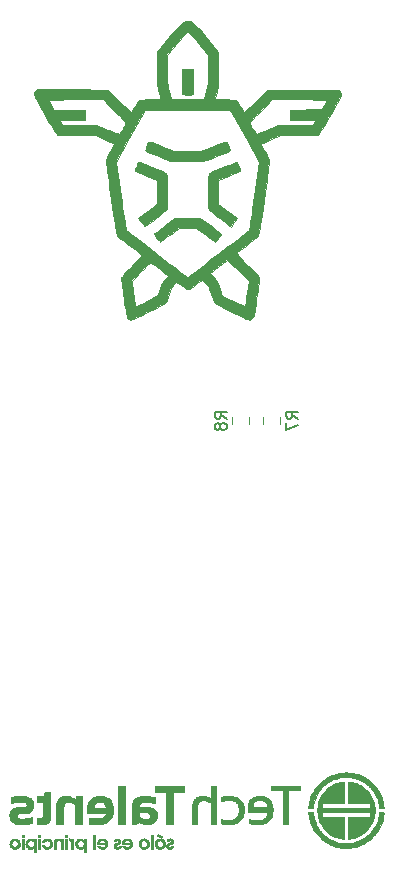
<source format=gbo>
%TF.GenerationSoftware,KiCad,Pcbnew,(5.0.1-3-g963ef8bb5)*%
%TF.CreationDate,2018-11-27T12:33:17+01:00*%
%TF.ProjectId,core,636F72652E6B696361645F7063620000,rev?*%
%TF.SameCoordinates,Original*%
%TF.FileFunction,Legend,Bot*%
%TF.FilePolarity,Positive*%
%FSLAX46Y46*%
G04 Gerber Fmt 4.6, Leading zero omitted, Abs format (unit mm)*
G04 Created by KiCad (PCBNEW (5.0.1-3-g963ef8bb5)) date 2018 November 27, Tuesday 12:33:17*
%MOMM*%
%LPD*%
G01*
G04 APERTURE LIST*
%ADD10C,0.010000*%
%ADD11C,0.120000*%
%ADD12C,0.150000*%
G04 APERTURE END LIST*
D10*
G36*
X192093633Y-131013243D02*
X192019204Y-131039699D01*
X191951879Y-131079891D01*
X191893462Y-131132880D01*
X191845758Y-131197725D01*
X191829626Y-131227704D01*
X191797618Y-131311030D01*
X191781122Y-131395861D01*
X191779860Y-131480254D01*
X191793555Y-131562269D01*
X191821928Y-131639963D01*
X191864701Y-131711395D01*
X191905773Y-131759399D01*
X191967071Y-131810873D01*
X192034722Y-131847249D01*
X192109954Y-131869021D01*
X192193993Y-131876679D01*
X192198147Y-131876700D01*
X192278620Y-131870253D01*
X192349393Y-131850362D01*
X192411620Y-131816578D01*
X192460034Y-131775202D01*
X192493900Y-131740488D01*
X192498134Y-131946228D01*
X192502367Y-132151967D01*
X192580827Y-132154403D01*
X192621060Y-132154938D01*
X192646768Y-132153386D01*
X192660254Y-132149511D01*
X192663453Y-132145937D01*
X192664137Y-132135793D01*
X192664721Y-132110153D01*
X192665199Y-132070455D01*
X192665566Y-132018136D01*
X192665817Y-131954635D01*
X192665947Y-131881388D01*
X192665952Y-131799833D01*
X192665826Y-131711407D01*
X192665564Y-131617548D01*
X192665427Y-131580467D01*
X192665007Y-131474252D01*
X192504962Y-131474252D01*
X192497463Y-131520163D01*
X192480438Y-131564354D01*
X192462331Y-131597401D01*
X192424524Y-131644941D01*
X192374381Y-131683658D01*
X192315323Y-131710932D01*
X192312966Y-131711703D01*
X192266354Y-131720572D01*
X192212317Y-131721422D01*
X192158079Y-131714726D01*
X192110866Y-131700958D01*
X192104203Y-131698016D01*
X192058237Y-131669514D01*
X192015934Y-131630755D01*
X191982530Y-131586960D01*
X191970976Y-131565196D01*
X191956243Y-131517440D01*
X191949147Y-131461284D01*
X191949887Y-131403538D01*
X191958662Y-131351015D01*
X191964204Y-131333688D01*
X191994335Y-131276405D01*
X192037202Y-131227195D01*
X192089492Y-131189724D01*
X192098385Y-131185126D01*
X192123928Y-131173573D01*
X192146795Y-131166478D01*
X192172659Y-131162792D01*
X192207193Y-131161470D01*
X192227200Y-131161367D01*
X192267515Y-131161962D01*
X192296593Y-131164447D01*
X192320113Y-131169868D01*
X192343750Y-131179275D01*
X192356099Y-131185167D01*
X192411227Y-131221218D01*
X192454484Y-131268776D01*
X192485011Y-131326487D01*
X192501949Y-131392995D01*
X192504603Y-131419601D01*
X192504962Y-131474252D01*
X192665007Y-131474252D01*
X192663234Y-131025901D01*
X192510834Y-131025901D01*
X192508327Y-131088201D01*
X192505821Y-131150502D01*
X192455675Y-131102670D01*
X192398272Y-131056540D01*
X192337121Y-131025345D01*
X192268141Y-131007089D01*
X192256584Y-131005303D01*
X192173362Y-131001465D01*
X192093633Y-131013243D01*
X192093633Y-131013243D01*
G37*
X192093633Y-131013243D02*
X192019204Y-131039699D01*
X191951879Y-131079891D01*
X191893462Y-131132880D01*
X191845758Y-131197725D01*
X191829626Y-131227704D01*
X191797618Y-131311030D01*
X191781122Y-131395861D01*
X191779860Y-131480254D01*
X191793555Y-131562269D01*
X191821928Y-131639963D01*
X191864701Y-131711395D01*
X191905773Y-131759399D01*
X191967071Y-131810873D01*
X192034722Y-131847249D01*
X192109954Y-131869021D01*
X192193993Y-131876679D01*
X192198147Y-131876700D01*
X192278620Y-131870253D01*
X192349393Y-131850362D01*
X192411620Y-131816578D01*
X192460034Y-131775202D01*
X192493900Y-131740488D01*
X192498134Y-131946228D01*
X192502367Y-132151967D01*
X192580827Y-132154403D01*
X192621060Y-132154938D01*
X192646768Y-132153386D01*
X192660254Y-132149511D01*
X192663453Y-132145937D01*
X192664137Y-132135793D01*
X192664721Y-132110153D01*
X192665199Y-132070455D01*
X192665566Y-132018136D01*
X192665817Y-131954635D01*
X192665947Y-131881388D01*
X192665952Y-131799833D01*
X192665826Y-131711407D01*
X192665564Y-131617548D01*
X192665427Y-131580467D01*
X192665007Y-131474252D01*
X192504962Y-131474252D01*
X192497463Y-131520163D01*
X192480438Y-131564354D01*
X192462331Y-131597401D01*
X192424524Y-131644941D01*
X192374381Y-131683658D01*
X192315323Y-131710932D01*
X192312966Y-131711703D01*
X192266354Y-131720572D01*
X192212317Y-131721422D01*
X192158079Y-131714726D01*
X192110866Y-131700958D01*
X192104203Y-131698016D01*
X192058237Y-131669514D01*
X192015934Y-131630755D01*
X191982530Y-131586960D01*
X191970976Y-131565196D01*
X191956243Y-131517440D01*
X191949147Y-131461284D01*
X191949887Y-131403538D01*
X191958662Y-131351015D01*
X191964204Y-131333688D01*
X191994335Y-131276405D01*
X192037202Y-131227195D01*
X192089492Y-131189724D01*
X192098385Y-131185126D01*
X192123928Y-131173573D01*
X192146795Y-131166478D01*
X192172659Y-131162792D01*
X192207193Y-131161470D01*
X192227200Y-131161367D01*
X192267515Y-131161962D01*
X192296593Y-131164447D01*
X192320113Y-131169868D01*
X192343750Y-131179275D01*
X192356099Y-131185167D01*
X192411227Y-131221218D01*
X192454484Y-131268776D01*
X192485011Y-131326487D01*
X192501949Y-131392995D01*
X192504603Y-131419601D01*
X192504962Y-131474252D01*
X192665007Y-131474252D01*
X192663234Y-131025901D01*
X192510834Y-131025901D01*
X192508327Y-131088201D01*
X192505821Y-131150502D01*
X192455675Y-131102670D01*
X192398272Y-131056540D01*
X192337121Y-131025345D01*
X192268141Y-131007089D01*
X192256584Y-131005303D01*
X192173362Y-131001465D01*
X192093633Y-131013243D01*
G36*
X187887302Y-131011843D02*
X187812867Y-131038049D01*
X187744607Y-131078895D01*
X187690649Y-131127157D01*
X187636963Y-131195861D01*
X187598760Y-131270909D01*
X187575782Y-131352978D01*
X187567771Y-131442746D01*
X187567763Y-131449234D01*
X187576121Y-131535726D01*
X187599897Y-131616597D01*
X187638269Y-131690327D01*
X187690414Y-131755393D01*
X187755508Y-131810274D01*
X187767139Y-131818053D01*
X187822944Y-131848101D01*
X187881719Y-131866834D01*
X187947573Y-131875216D01*
X188010408Y-131875006D01*
X188052090Y-131872419D01*
X188082892Y-131868433D01*
X188108866Y-131861615D01*
X188136065Y-131850533D01*
X188157768Y-131840118D01*
X188202353Y-131814390D01*
X188240651Y-131785350D01*
X188255136Y-131771286D01*
X188290200Y-131733246D01*
X188290200Y-132156201D01*
X188451067Y-132156201D01*
X188451067Y-131436940D01*
X188296056Y-131436940D01*
X188289996Y-131502968D01*
X188269567Y-131564429D01*
X188235926Y-131619176D01*
X188190230Y-131665061D01*
X188133636Y-131699937D01*
X188101189Y-131712714D01*
X188054304Y-131721617D01*
X188000014Y-131721961D01*
X187945187Y-131714294D01*
X187896692Y-131699165D01*
X187889377Y-131695795D01*
X187833750Y-131659636D01*
X187789369Y-131612348D01*
X187757310Y-131556338D01*
X187738646Y-131494018D01*
X187734454Y-131427794D01*
X187743442Y-131368775D01*
X187768238Y-131301599D01*
X187804623Y-131246508D01*
X187851698Y-131204151D01*
X187908563Y-131175177D01*
X187974320Y-131160232D01*
X188034378Y-131158910D01*
X188103978Y-131170548D01*
X188164253Y-131196162D01*
X188214442Y-131235118D01*
X188253781Y-131286781D01*
X188281506Y-131350517D01*
X188286592Y-131368493D01*
X188296056Y-131436940D01*
X188451067Y-131436940D01*
X188451067Y-131021667D01*
X188298667Y-131021667D01*
X188298667Y-131160182D01*
X188268276Y-131124676D01*
X188225076Y-131082684D01*
X188175074Y-131047696D01*
X188128323Y-131025544D01*
X188046963Y-131005142D01*
X187965978Y-131000724D01*
X187887302Y-131011843D01*
X187887302Y-131011843D01*
G37*
X187887302Y-131011843D02*
X187812867Y-131038049D01*
X187744607Y-131078895D01*
X187690649Y-131127157D01*
X187636963Y-131195861D01*
X187598760Y-131270909D01*
X187575782Y-131352978D01*
X187567771Y-131442746D01*
X187567763Y-131449234D01*
X187576121Y-131535726D01*
X187599897Y-131616597D01*
X187638269Y-131690327D01*
X187690414Y-131755393D01*
X187755508Y-131810274D01*
X187767139Y-131818053D01*
X187822944Y-131848101D01*
X187881719Y-131866834D01*
X187947573Y-131875216D01*
X188010408Y-131875006D01*
X188052090Y-131872419D01*
X188082892Y-131868433D01*
X188108866Y-131861615D01*
X188136065Y-131850533D01*
X188157768Y-131840118D01*
X188202353Y-131814390D01*
X188240651Y-131785350D01*
X188255136Y-131771286D01*
X188290200Y-131733246D01*
X188290200Y-132156201D01*
X188451067Y-132156201D01*
X188451067Y-131436940D01*
X188296056Y-131436940D01*
X188289996Y-131502968D01*
X188269567Y-131564429D01*
X188235926Y-131619176D01*
X188190230Y-131665061D01*
X188133636Y-131699937D01*
X188101189Y-131712714D01*
X188054304Y-131721617D01*
X188000014Y-131721961D01*
X187945187Y-131714294D01*
X187896692Y-131699165D01*
X187889377Y-131695795D01*
X187833750Y-131659636D01*
X187789369Y-131612348D01*
X187757310Y-131556338D01*
X187738646Y-131494018D01*
X187734454Y-131427794D01*
X187743442Y-131368775D01*
X187768238Y-131301599D01*
X187804623Y-131246508D01*
X187851698Y-131204151D01*
X187908563Y-131175177D01*
X187974320Y-131160232D01*
X188034378Y-131158910D01*
X188103978Y-131170548D01*
X188164253Y-131196162D01*
X188214442Y-131235118D01*
X188253781Y-131286781D01*
X188281506Y-131350517D01*
X188286592Y-131368493D01*
X188296056Y-131436940D01*
X188451067Y-131436940D01*
X188451067Y-131021667D01*
X188298667Y-131021667D01*
X188298667Y-131160182D01*
X188268276Y-131124676D01*
X188225076Y-131082684D01*
X188175074Y-131047696D01*
X188128323Y-131025544D01*
X188046963Y-131005142D01*
X187965978Y-131000724D01*
X187887302Y-131011843D01*
G36*
X199743002Y-131003727D02*
X199683405Y-131019455D01*
X199629851Y-131046725D01*
X199584397Y-131084650D01*
X199549100Y-131132340D01*
X199526017Y-131188909D01*
X199520532Y-131214644D01*
X199514836Y-131250267D01*
X199675857Y-131250267D01*
X199685509Y-131211933D01*
X199699477Y-131177711D01*
X199722231Y-131155440D01*
X199755699Y-131143987D01*
X199801805Y-131142219D01*
X199803867Y-131142330D01*
X199834892Y-131144989D01*
X199854989Y-131150169D01*
X199870163Y-131160186D01*
X199882183Y-131172556D01*
X199899855Y-131198069D01*
X199906196Y-131226228D01*
X199906467Y-131236104D01*
X199902195Y-131265842D01*
X199888292Y-131290994D01*
X199863129Y-131312792D01*
X199825076Y-131332468D01*
X199772506Y-131351253D01*
X199742528Y-131360067D01*
X199671136Y-131383133D01*
X199614426Y-131408828D01*
X199570187Y-131438584D01*
X199536211Y-131473834D01*
X199514417Y-131507923D01*
X199501456Y-131545592D01*
X199495479Y-131592538D01*
X199496495Y-131642609D01*
X199504510Y-131689653D01*
X199514156Y-131717197D01*
X199544089Y-131764862D01*
X199586387Y-131808071D01*
X199636480Y-131842403D01*
X199651214Y-131849792D01*
X199698809Y-131865432D01*
X199755166Y-131874236D01*
X199813952Y-131875924D01*
X199868838Y-131870220D01*
X199903683Y-131860903D01*
X199960244Y-131834086D01*
X200008653Y-131799602D01*
X200044588Y-131760541D01*
X200045086Y-131759827D01*
X200064172Y-131725975D01*
X200080095Y-131686381D01*
X200090321Y-131648182D01*
X200092733Y-131625688D01*
X200092002Y-131616457D01*
X200087683Y-131610655D01*
X200076587Y-131607487D01*
X200055524Y-131606157D01*
X200021305Y-131605870D01*
X200013305Y-131605867D01*
X199933877Y-131605867D01*
X199924770Y-131642033D01*
X199906798Y-131681467D01*
X199876677Y-131713918D01*
X199844532Y-131732329D01*
X199801978Y-131741227D01*
X199758525Y-131738100D01*
X199718785Y-131724194D01*
X199687370Y-131700757D01*
X199676899Y-131686978D01*
X199665402Y-131657008D01*
X199661334Y-131621568D01*
X199664853Y-131587784D01*
X199674223Y-131565262D01*
X199695422Y-131545633D01*
X199733112Y-131523793D01*
X199787385Y-131499697D01*
X199857373Y-131473632D01*
X199913425Y-131452707D01*
X199956425Y-131432965D01*
X199989944Y-131412364D01*
X200017554Y-131388864D01*
X200031246Y-131374269D01*
X200059409Y-131330256D01*
X200073493Y-131280783D01*
X200074247Y-131228566D01*
X200062421Y-131176320D01*
X200038766Y-131126761D01*
X200004031Y-131082605D01*
X199958966Y-131046567D01*
X199937483Y-131034673D01*
X199872098Y-131010448D01*
X199806585Y-131000429D01*
X199743002Y-131003727D01*
X199743002Y-131003727D01*
G37*
X199743002Y-131003727D02*
X199683405Y-131019455D01*
X199629851Y-131046725D01*
X199584397Y-131084650D01*
X199549100Y-131132340D01*
X199526017Y-131188909D01*
X199520532Y-131214644D01*
X199514836Y-131250267D01*
X199675857Y-131250267D01*
X199685509Y-131211933D01*
X199699477Y-131177711D01*
X199722231Y-131155440D01*
X199755699Y-131143987D01*
X199801805Y-131142219D01*
X199803867Y-131142330D01*
X199834892Y-131144989D01*
X199854989Y-131150169D01*
X199870163Y-131160186D01*
X199882183Y-131172556D01*
X199899855Y-131198069D01*
X199906196Y-131226228D01*
X199906467Y-131236104D01*
X199902195Y-131265842D01*
X199888292Y-131290994D01*
X199863129Y-131312792D01*
X199825076Y-131332468D01*
X199772506Y-131351253D01*
X199742528Y-131360067D01*
X199671136Y-131383133D01*
X199614426Y-131408828D01*
X199570187Y-131438584D01*
X199536211Y-131473834D01*
X199514417Y-131507923D01*
X199501456Y-131545592D01*
X199495479Y-131592538D01*
X199496495Y-131642609D01*
X199504510Y-131689653D01*
X199514156Y-131717197D01*
X199544089Y-131764862D01*
X199586387Y-131808071D01*
X199636480Y-131842403D01*
X199651214Y-131849792D01*
X199698809Y-131865432D01*
X199755166Y-131874236D01*
X199813952Y-131875924D01*
X199868838Y-131870220D01*
X199903683Y-131860903D01*
X199960244Y-131834086D01*
X200008653Y-131799602D01*
X200044588Y-131760541D01*
X200045086Y-131759827D01*
X200064172Y-131725975D01*
X200080095Y-131686381D01*
X200090321Y-131648182D01*
X200092733Y-131625688D01*
X200092002Y-131616457D01*
X200087683Y-131610655D01*
X200076587Y-131607487D01*
X200055524Y-131606157D01*
X200021305Y-131605870D01*
X200013305Y-131605867D01*
X199933877Y-131605867D01*
X199924770Y-131642033D01*
X199906798Y-131681467D01*
X199876677Y-131713918D01*
X199844532Y-131732329D01*
X199801978Y-131741227D01*
X199758525Y-131738100D01*
X199718785Y-131724194D01*
X199687370Y-131700757D01*
X199676899Y-131686978D01*
X199665402Y-131657008D01*
X199661334Y-131621568D01*
X199664853Y-131587784D01*
X199674223Y-131565262D01*
X199695422Y-131545633D01*
X199733112Y-131523793D01*
X199787385Y-131499697D01*
X199857373Y-131473632D01*
X199913425Y-131452707D01*
X199956425Y-131432965D01*
X199989944Y-131412364D01*
X200017554Y-131388864D01*
X200031246Y-131374269D01*
X200059409Y-131330256D01*
X200073493Y-131280783D01*
X200074247Y-131228566D01*
X200062421Y-131176320D01*
X200038766Y-131126761D01*
X200004031Y-131082605D01*
X199958966Y-131046567D01*
X199937483Y-131034673D01*
X199872098Y-131010448D01*
X199806585Y-131000429D01*
X199743002Y-131003727D01*
G36*
X198853730Y-131009699D02*
X198773056Y-131032128D01*
X198699984Y-131069423D01*
X198635257Y-131121276D01*
X198621385Y-131135489D01*
X198569639Y-131202181D01*
X198532623Y-131273928D01*
X198509829Y-131348920D01*
X198500747Y-131425347D01*
X198504865Y-131501398D01*
X198521675Y-131575264D01*
X198550666Y-131645135D01*
X198591328Y-131709200D01*
X198643152Y-131765650D01*
X198705626Y-131812674D01*
X198778241Y-131848463D01*
X198826629Y-131863832D01*
X198875285Y-131872134D01*
X198932705Y-131875540D01*
X198991434Y-131874019D01*
X199044017Y-131867542D01*
X199056855Y-131864779D01*
X199132420Y-131838365D01*
X199201166Y-131797100D01*
X199254647Y-131750419D01*
X199307260Y-131689287D01*
X199344859Y-131625989D01*
X199368718Y-131557369D01*
X199380112Y-131480270D01*
X199381533Y-131436292D01*
X199380048Y-131418361D01*
X199216732Y-131418361D01*
X199216455Y-131474558D01*
X199208319Y-131526284D01*
X199198085Y-131556104D01*
X199171578Y-131600812D01*
X199135539Y-131643587D01*
X199095725Y-131677822D01*
X199086917Y-131683622D01*
X199031015Y-131708734D01*
X198968614Y-131720652D01*
X198904056Y-131719189D01*
X198841685Y-131704160D01*
X198819879Y-131695053D01*
X198766813Y-131661225D01*
X198724598Y-131616697D01*
X198693592Y-131564060D01*
X198674155Y-131505907D01*
X198666646Y-131444828D01*
X198671423Y-131383415D01*
X198688845Y-131324260D01*
X198719272Y-131269953D01*
X198755423Y-131229726D01*
X198798320Y-131196314D01*
X198841635Y-131175106D01*
X198890675Y-131164154D01*
X198941267Y-131161450D01*
X198981497Y-131162377D01*
X199011494Y-131166089D01*
X199037888Y-131173811D01*
X199060532Y-131183548D01*
X199118551Y-131219696D01*
X199164854Y-131267985D01*
X199194119Y-131317268D01*
X199209253Y-131363872D01*
X199216732Y-131418361D01*
X199380048Y-131418361D01*
X199374426Y-131350533D01*
X199352738Y-131272976D01*
X199315923Y-131202345D01*
X199263432Y-131137362D01*
X199245783Y-131119941D01*
X199186476Y-131071155D01*
X199125535Y-131036475D01*
X199059393Y-131014523D01*
X198984484Y-131003924D01*
X198941267Y-131002445D01*
X198853730Y-131009699D01*
X198853730Y-131009699D01*
G37*
X198853730Y-131009699D02*
X198773056Y-131032128D01*
X198699984Y-131069423D01*
X198635257Y-131121276D01*
X198621385Y-131135489D01*
X198569639Y-131202181D01*
X198532623Y-131273928D01*
X198509829Y-131348920D01*
X198500747Y-131425347D01*
X198504865Y-131501398D01*
X198521675Y-131575264D01*
X198550666Y-131645135D01*
X198591328Y-131709200D01*
X198643152Y-131765650D01*
X198705626Y-131812674D01*
X198778241Y-131848463D01*
X198826629Y-131863832D01*
X198875285Y-131872134D01*
X198932705Y-131875540D01*
X198991434Y-131874019D01*
X199044017Y-131867542D01*
X199056855Y-131864779D01*
X199132420Y-131838365D01*
X199201166Y-131797100D01*
X199254647Y-131750419D01*
X199307260Y-131689287D01*
X199344859Y-131625989D01*
X199368718Y-131557369D01*
X199380112Y-131480270D01*
X199381533Y-131436292D01*
X199380048Y-131418361D01*
X199216732Y-131418361D01*
X199216455Y-131474558D01*
X199208319Y-131526284D01*
X199198085Y-131556104D01*
X199171578Y-131600812D01*
X199135539Y-131643587D01*
X199095725Y-131677822D01*
X199086917Y-131683622D01*
X199031015Y-131708734D01*
X198968614Y-131720652D01*
X198904056Y-131719189D01*
X198841685Y-131704160D01*
X198819879Y-131695053D01*
X198766813Y-131661225D01*
X198724598Y-131616697D01*
X198693592Y-131564060D01*
X198674155Y-131505907D01*
X198666646Y-131444828D01*
X198671423Y-131383415D01*
X198688845Y-131324260D01*
X198719272Y-131269953D01*
X198755423Y-131229726D01*
X198798320Y-131196314D01*
X198841635Y-131175106D01*
X198890675Y-131164154D01*
X198941267Y-131161450D01*
X198981497Y-131162377D01*
X199011494Y-131166089D01*
X199037888Y-131173811D01*
X199060532Y-131183548D01*
X199118551Y-131219696D01*
X199164854Y-131267985D01*
X199194119Y-131317268D01*
X199209253Y-131363872D01*
X199216732Y-131418361D01*
X199380048Y-131418361D01*
X199374426Y-131350533D01*
X199352738Y-131272976D01*
X199315923Y-131202345D01*
X199263432Y-131137362D01*
X199245783Y-131119941D01*
X199186476Y-131071155D01*
X199125535Y-131036475D01*
X199059393Y-131014523D01*
X198984484Y-131003924D01*
X198941267Y-131002445D01*
X198853730Y-131009699D01*
G36*
X197527782Y-131004670D02*
X197443612Y-131024276D01*
X197366965Y-131057534D01*
X197299522Y-131103278D01*
X197242964Y-131160343D01*
X197198972Y-131227564D01*
X197195084Y-131235299D01*
X197164006Y-131316310D01*
X197148567Y-131398005D01*
X197148004Y-131478660D01*
X197161555Y-131556554D01*
X197188456Y-131629962D01*
X197227946Y-131697164D01*
X197279261Y-131756435D01*
X197341640Y-131806054D01*
X197414318Y-131844297D01*
X197473410Y-131864034D01*
X197520437Y-131872134D01*
X197576460Y-131875525D01*
X197634200Y-131874185D01*
X197686381Y-131868090D01*
X197702188Y-131864779D01*
X197778082Y-131837917D01*
X197847816Y-131796681D01*
X197909177Y-131743161D01*
X197959949Y-131679452D01*
X197997920Y-131607645D01*
X198010058Y-131573836D01*
X198021052Y-131522749D01*
X198026412Y-131463227D01*
X198026151Y-131419025D01*
X197862131Y-131419025D01*
X197861704Y-131475511D01*
X197853303Y-131527474D01*
X197843219Y-131556555D01*
X197807531Y-131616077D01*
X197761401Y-131663164D01*
X197706719Y-131696986D01*
X197645374Y-131716711D01*
X197579258Y-131721508D01*
X197510259Y-131710548D01*
X197499833Y-131707510D01*
X197441466Y-131681610D01*
X197393810Y-131644732D01*
X197356968Y-131599098D01*
X197331044Y-131546928D01*
X197316137Y-131490441D01*
X197312353Y-131431859D01*
X197319791Y-131373402D01*
X197338556Y-131317291D01*
X197368749Y-131265745D01*
X197410472Y-131220986D01*
X197463829Y-131185233D01*
X197475497Y-131179546D01*
X197522041Y-131165403D01*
X197576735Y-131160081D01*
X197633341Y-131163473D01*
X197685623Y-131175470D01*
X197705866Y-131183548D01*
X197763884Y-131219696D01*
X197810188Y-131267985D01*
X197839453Y-131317268D01*
X197854681Y-131364212D01*
X197862131Y-131419025D01*
X198026151Y-131419025D01*
X198026050Y-131402016D01*
X198019881Y-131345865D01*
X198013359Y-131317421D01*
X197981569Y-131237513D01*
X197936904Y-131167346D01*
X197881033Y-131107996D01*
X197815628Y-131060538D01*
X197742357Y-131026048D01*
X197662890Y-131005600D01*
X197578898Y-131000271D01*
X197527782Y-131004670D01*
X197527782Y-131004670D01*
G37*
X197527782Y-131004670D02*
X197443612Y-131024276D01*
X197366965Y-131057534D01*
X197299522Y-131103278D01*
X197242964Y-131160343D01*
X197198972Y-131227564D01*
X197195084Y-131235299D01*
X197164006Y-131316310D01*
X197148567Y-131398005D01*
X197148004Y-131478660D01*
X197161555Y-131556554D01*
X197188456Y-131629962D01*
X197227946Y-131697164D01*
X197279261Y-131756435D01*
X197341640Y-131806054D01*
X197414318Y-131844297D01*
X197473410Y-131864034D01*
X197520437Y-131872134D01*
X197576460Y-131875525D01*
X197634200Y-131874185D01*
X197686381Y-131868090D01*
X197702188Y-131864779D01*
X197778082Y-131837917D01*
X197847816Y-131796681D01*
X197909177Y-131743161D01*
X197959949Y-131679452D01*
X197997920Y-131607645D01*
X198010058Y-131573836D01*
X198021052Y-131522749D01*
X198026412Y-131463227D01*
X198026151Y-131419025D01*
X197862131Y-131419025D01*
X197861704Y-131475511D01*
X197853303Y-131527474D01*
X197843219Y-131556555D01*
X197807531Y-131616077D01*
X197761401Y-131663164D01*
X197706719Y-131696986D01*
X197645374Y-131716711D01*
X197579258Y-131721508D01*
X197510259Y-131710548D01*
X197499833Y-131707510D01*
X197441466Y-131681610D01*
X197393810Y-131644732D01*
X197356968Y-131599098D01*
X197331044Y-131546928D01*
X197316137Y-131490441D01*
X197312353Y-131431859D01*
X197319791Y-131373402D01*
X197338556Y-131317291D01*
X197368749Y-131265745D01*
X197410472Y-131220986D01*
X197463829Y-131185233D01*
X197475497Y-131179546D01*
X197522041Y-131165403D01*
X197576735Y-131160081D01*
X197633341Y-131163473D01*
X197685623Y-131175470D01*
X197705866Y-131183548D01*
X197763884Y-131219696D01*
X197810188Y-131267985D01*
X197839453Y-131317268D01*
X197854681Y-131364212D01*
X197862131Y-131419025D01*
X198026151Y-131419025D01*
X198026050Y-131402016D01*
X198019881Y-131345865D01*
X198013359Y-131317421D01*
X197981569Y-131237513D01*
X197936904Y-131167346D01*
X197881033Y-131107996D01*
X197815628Y-131060538D01*
X197742357Y-131026048D01*
X197662890Y-131005600D01*
X197578898Y-131000271D01*
X197527782Y-131004670D01*
G36*
X196090627Y-131007099D02*
X196012914Y-131027170D01*
X195940922Y-131061471D01*
X195929833Y-131068476D01*
X195864318Y-131120788D01*
X195810851Y-131182908D01*
X195770545Y-131252739D01*
X195744512Y-131328182D01*
X195733864Y-131407138D01*
X195734091Y-131437810D01*
X195736633Y-131491567D01*
X196085883Y-131493778D01*
X196173889Y-131494243D01*
X196246358Y-131494625D01*
X196304685Y-131495236D01*
X196350263Y-131496384D01*
X196384486Y-131498380D01*
X196408746Y-131501534D01*
X196424437Y-131506155D01*
X196432951Y-131512554D01*
X196435684Y-131521039D01*
X196434026Y-131531922D01*
X196429373Y-131545512D01*
X196423116Y-131562119D01*
X196420941Y-131568304D01*
X196398374Y-131611833D01*
X196363528Y-131653177D01*
X196316272Y-131692043D01*
X196264434Y-131717343D01*
X196204666Y-131730366D01*
X196156768Y-131732867D01*
X196089685Y-131725808D01*
X196031466Y-131704877D01*
X195982902Y-131670445D01*
X195955210Y-131638692D01*
X195925545Y-131597401D01*
X195845906Y-131597401D01*
X195805300Y-131597939D01*
X195779832Y-131601088D01*
X195768379Y-131609153D01*
X195769821Y-131624435D01*
X195783033Y-131649239D01*
X195804528Y-131682310D01*
X195858690Y-131750682D01*
X195920716Y-131804285D01*
X195991425Y-131843748D01*
X196035975Y-131860171D01*
X196082427Y-131870097D01*
X196138109Y-131875330D01*
X196196255Y-131875751D01*
X196250094Y-131871238D01*
X196283480Y-131864570D01*
X196358025Y-131835493D01*
X196426793Y-131791998D01*
X196487508Y-131736234D01*
X196537889Y-131670350D01*
X196575659Y-131596497D01*
X196580155Y-131584701D01*
X196592449Y-131536068D01*
X196598899Y-131477752D01*
X196599501Y-131415853D01*
X196594594Y-131360334D01*
X196435456Y-131360334D01*
X196168595Y-131360334D01*
X196094220Y-131360280D01*
X196035054Y-131360056D01*
X195989371Y-131359566D01*
X195955446Y-131358713D01*
X195931554Y-131357403D01*
X195915970Y-131355538D01*
X195906969Y-131353024D01*
X195902826Y-131349764D01*
X195901816Y-131345663D01*
X195901816Y-131345517D01*
X195907629Y-131319332D01*
X195922850Y-131286622D01*
X195944514Y-131252422D01*
X195969652Y-131221762D01*
X195981619Y-131210185D01*
X196033096Y-131174930D01*
X196089799Y-131153284D01*
X196149267Y-131144548D01*
X196209041Y-131148029D01*
X196266661Y-131163028D01*
X196319668Y-131188851D01*
X196365600Y-131224800D01*
X196401999Y-131270180D01*
X196426405Y-131324295D01*
X196429860Y-131337051D01*
X196435456Y-131360334D01*
X196594594Y-131360334D01*
X196594252Y-131356473D01*
X196583145Y-131305714D01*
X196580362Y-131297517D01*
X196542460Y-131217890D01*
X196490744Y-131147602D01*
X196426380Y-131088127D01*
X196399413Y-131069038D01*
X196328454Y-131032226D01*
X196251361Y-131009630D01*
X196171097Y-131001253D01*
X196090627Y-131007099D01*
X196090627Y-131007099D01*
G37*
X196090627Y-131007099D02*
X196012914Y-131027170D01*
X195940922Y-131061471D01*
X195929833Y-131068476D01*
X195864318Y-131120788D01*
X195810851Y-131182908D01*
X195770545Y-131252739D01*
X195744512Y-131328182D01*
X195733864Y-131407138D01*
X195734091Y-131437810D01*
X195736633Y-131491567D01*
X196085883Y-131493778D01*
X196173889Y-131494243D01*
X196246358Y-131494625D01*
X196304685Y-131495236D01*
X196350263Y-131496384D01*
X196384486Y-131498380D01*
X196408746Y-131501534D01*
X196424437Y-131506155D01*
X196432951Y-131512554D01*
X196435684Y-131521039D01*
X196434026Y-131531922D01*
X196429373Y-131545512D01*
X196423116Y-131562119D01*
X196420941Y-131568304D01*
X196398374Y-131611833D01*
X196363528Y-131653177D01*
X196316272Y-131692043D01*
X196264434Y-131717343D01*
X196204666Y-131730366D01*
X196156768Y-131732867D01*
X196089685Y-131725808D01*
X196031466Y-131704877D01*
X195982902Y-131670445D01*
X195955210Y-131638692D01*
X195925545Y-131597401D01*
X195845906Y-131597401D01*
X195805300Y-131597939D01*
X195779832Y-131601088D01*
X195768379Y-131609153D01*
X195769821Y-131624435D01*
X195783033Y-131649239D01*
X195804528Y-131682310D01*
X195858690Y-131750682D01*
X195920716Y-131804285D01*
X195991425Y-131843748D01*
X196035975Y-131860171D01*
X196082427Y-131870097D01*
X196138109Y-131875330D01*
X196196255Y-131875751D01*
X196250094Y-131871238D01*
X196283480Y-131864570D01*
X196358025Y-131835493D01*
X196426793Y-131791998D01*
X196487508Y-131736234D01*
X196537889Y-131670350D01*
X196575659Y-131596497D01*
X196580155Y-131584701D01*
X196592449Y-131536068D01*
X196598899Y-131477752D01*
X196599501Y-131415853D01*
X196594594Y-131360334D01*
X196435456Y-131360334D01*
X196168595Y-131360334D01*
X196094220Y-131360280D01*
X196035054Y-131360056D01*
X195989371Y-131359566D01*
X195955446Y-131358713D01*
X195931554Y-131357403D01*
X195915970Y-131355538D01*
X195906969Y-131353024D01*
X195902826Y-131349764D01*
X195901816Y-131345663D01*
X195901816Y-131345517D01*
X195907629Y-131319332D01*
X195922850Y-131286622D01*
X195944514Y-131252422D01*
X195969652Y-131221762D01*
X195981619Y-131210185D01*
X196033096Y-131174930D01*
X196089799Y-131153284D01*
X196149267Y-131144548D01*
X196209041Y-131148029D01*
X196266661Y-131163028D01*
X196319668Y-131188851D01*
X196365600Y-131224800D01*
X196401999Y-131270180D01*
X196426405Y-131324295D01*
X196429860Y-131337051D01*
X196435456Y-131360334D01*
X196594594Y-131360334D01*
X196594252Y-131356473D01*
X196583145Y-131305714D01*
X196580362Y-131297517D01*
X196542460Y-131217890D01*
X196490744Y-131147602D01*
X196426380Y-131088127D01*
X196399413Y-131069038D01*
X196328454Y-131032226D01*
X196251361Y-131009630D01*
X196171097Y-131001253D01*
X196090627Y-131007099D01*
G36*
X195280573Y-131005434D02*
X195220958Y-131022012D01*
X195166396Y-131050946D01*
X195131066Y-131080328D01*
X195097977Y-131121977D01*
X195074794Y-131168905D01*
X195064004Y-131215724D01*
X195063533Y-131226693D01*
X195063533Y-131250903D01*
X195141552Y-131248468D01*
X195219571Y-131246034D01*
X195227047Y-131214340D01*
X195242995Y-131177952D01*
X195270726Y-131153680D01*
X195310079Y-131141636D01*
X195333000Y-131140232D01*
X195379760Y-131146187D01*
X195415991Y-131163035D01*
X195440236Y-131189355D01*
X195451035Y-131223722D01*
X195449448Y-131253849D01*
X195441908Y-131276358D01*
X195427103Y-131295804D01*
X195402972Y-131313511D01*
X195367455Y-131330803D01*
X195318494Y-131349007D01*
X195284098Y-131360198D01*
X195209992Y-131386268D01*
X195151353Y-131413658D01*
X195106718Y-131443766D01*
X195074622Y-131477991D01*
X195053599Y-131517732D01*
X195042185Y-131564388D01*
X195039456Y-131593819D01*
X195042945Y-131662346D01*
X195060890Y-131722111D01*
X195093447Y-131773381D01*
X195140775Y-131816420D01*
X195188640Y-131844739D01*
X195219207Y-131858781D01*
X195245267Y-131867384D01*
X195273416Y-131872025D01*
X195310247Y-131874182D01*
X195321544Y-131874505D01*
X195366781Y-131874075D01*
X195405757Y-131870725D01*
X195431833Y-131865317D01*
X195496638Y-131837040D01*
X195550518Y-131799114D01*
X195592050Y-131753109D01*
X195619816Y-131700592D01*
X195632328Y-131643967D01*
X195635033Y-131610101D01*
X195474861Y-131610101D01*
X195469013Y-131638694D01*
X195452497Y-131680132D01*
X195423284Y-131712444D01*
X195384084Y-131733537D01*
X195337604Y-131741315D01*
X195336312Y-131741321D01*
X195289955Y-131734984D01*
X195251538Y-131717484D01*
X195222865Y-131691136D01*
X195205744Y-131658258D01*
X195201981Y-131621168D01*
X195212944Y-131583064D01*
X195228822Y-131558135D01*
X195251375Y-131537243D01*
X195283592Y-131518387D01*
X195328460Y-131499566D01*
X195348345Y-131492393D01*
X195416742Y-131467545D01*
X195470867Y-131445506D01*
X195512871Y-131424968D01*
X195544906Y-131404623D01*
X195569125Y-131383163D01*
X195587680Y-131359283D01*
X195598424Y-131340478D01*
X195613765Y-131293485D01*
X195617022Y-131240002D01*
X195608338Y-131185256D01*
X195593087Y-131144466D01*
X195559886Y-131094777D01*
X195515530Y-131055195D01*
X195462719Y-131026094D01*
X195404155Y-131007851D01*
X195342539Y-131000839D01*
X195280573Y-131005434D01*
X195280573Y-131005434D01*
G37*
X195280573Y-131005434D02*
X195220958Y-131022012D01*
X195166396Y-131050946D01*
X195131066Y-131080328D01*
X195097977Y-131121977D01*
X195074794Y-131168905D01*
X195064004Y-131215724D01*
X195063533Y-131226693D01*
X195063533Y-131250903D01*
X195141552Y-131248468D01*
X195219571Y-131246034D01*
X195227047Y-131214340D01*
X195242995Y-131177952D01*
X195270726Y-131153680D01*
X195310079Y-131141636D01*
X195333000Y-131140232D01*
X195379760Y-131146187D01*
X195415991Y-131163035D01*
X195440236Y-131189355D01*
X195451035Y-131223722D01*
X195449448Y-131253849D01*
X195441908Y-131276358D01*
X195427103Y-131295804D01*
X195402972Y-131313511D01*
X195367455Y-131330803D01*
X195318494Y-131349007D01*
X195284098Y-131360198D01*
X195209992Y-131386268D01*
X195151353Y-131413658D01*
X195106718Y-131443766D01*
X195074622Y-131477991D01*
X195053599Y-131517732D01*
X195042185Y-131564388D01*
X195039456Y-131593819D01*
X195042945Y-131662346D01*
X195060890Y-131722111D01*
X195093447Y-131773381D01*
X195140775Y-131816420D01*
X195188640Y-131844739D01*
X195219207Y-131858781D01*
X195245267Y-131867384D01*
X195273416Y-131872025D01*
X195310247Y-131874182D01*
X195321544Y-131874505D01*
X195366781Y-131874075D01*
X195405757Y-131870725D01*
X195431833Y-131865317D01*
X195496638Y-131837040D01*
X195550518Y-131799114D01*
X195592050Y-131753109D01*
X195619816Y-131700592D01*
X195632328Y-131643967D01*
X195635033Y-131610101D01*
X195474861Y-131610101D01*
X195469013Y-131638694D01*
X195452497Y-131680132D01*
X195423284Y-131712444D01*
X195384084Y-131733537D01*
X195337604Y-131741315D01*
X195336312Y-131741321D01*
X195289955Y-131734984D01*
X195251538Y-131717484D01*
X195222865Y-131691136D01*
X195205744Y-131658258D01*
X195201981Y-131621168D01*
X195212944Y-131583064D01*
X195228822Y-131558135D01*
X195251375Y-131537243D01*
X195283592Y-131518387D01*
X195328460Y-131499566D01*
X195348345Y-131492393D01*
X195416742Y-131467545D01*
X195470867Y-131445506D01*
X195512871Y-131424968D01*
X195544906Y-131404623D01*
X195569125Y-131383163D01*
X195587680Y-131359283D01*
X195598424Y-131340478D01*
X195613765Y-131293485D01*
X195617022Y-131240002D01*
X195608338Y-131185256D01*
X195593087Y-131144466D01*
X195559886Y-131094777D01*
X195515530Y-131055195D01*
X195462719Y-131026094D01*
X195404155Y-131007851D01*
X195342539Y-131000839D01*
X195280573Y-131005434D01*
G36*
X193957812Y-131011785D02*
X193878616Y-131036433D01*
X193807109Y-131075353D01*
X193744686Y-131127576D01*
X193692744Y-131192133D01*
X193652677Y-131268055D01*
X193649593Y-131275686D01*
X193638252Y-131311663D01*
X193628891Y-131354644D01*
X193622337Y-131398955D01*
X193619415Y-131438924D01*
X193620951Y-131468877D01*
X193621234Y-131470389D01*
X193626317Y-131495801D01*
X194328279Y-131495801D01*
X194322737Y-131523317D01*
X194302127Y-131586105D01*
X194268358Y-131639217D01*
X194222894Y-131681521D01*
X194167197Y-131711880D01*
X194102731Y-131729160D01*
X194052514Y-131732867D01*
X193983492Y-131726613D01*
X193925266Y-131707611D01*
X193877090Y-131675505D01*
X193838642Y-131630582D01*
X193816683Y-131597401D01*
X193732236Y-131597401D01*
X193691674Y-131597458D01*
X193666466Y-131599321D01*
X193655047Y-131605524D01*
X193655854Y-131618603D01*
X193667322Y-131641095D01*
X193685994Y-131672363D01*
X193732809Y-131734916D01*
X193792321Y-131789171D01*
X193861350Y-131832707D01*
X193936714Y-131863105D01*
X193936887Y-131863156D01*
X193982733Y-131872183D01*
X194037714Y-131876133D01*
X194095143Y-131875071D01*
X194148327Y-131869060D01*
X194183000Y-131860835D01*
X194241663Y-131838481D01*
X194290743Y-131811251D01*
X194337579Y-131774979D01*
X194343718Y-131769533D01*
X194401261Y-131707188D01*
X194444623Y-131637619D01*
X194473806Y-131562854D01*
X194488809Y-131484924D01*
X194489632Y-131405857D01*
X194478914Y-131343119D01*
X194318467Y-131343119D01*
X194318039Y-131347905D01*
X194315596Y-131351709D01*
X194309395Y-131354646D01*
X194297696Y-131356827D01*
X194278757Y-131358364D01*
X194250837Y-131359371D01*
X194212196Y-131359958D01*
X194161091Y-131360240D01*
X194095781Y-131360328D01*
X194051767Y-131360334D01*
X193986504Y-131360214D01*
X193927023Y-131359876D01*
X193875344Y-131359348D01*
X193833488Y-131358661D01*
X193803473Y-131357844D01*
X193787319Y-131356926D01*
X193785067Y-131356418D01*
X193789798Y-131335547D01*
X193802117Y-131306603D01*
X193819210Y-131274880D01*
X193838264Y-131245666D01*
X193854136Y-131226521D01*
X193905651Y-131184267D01*
X193961784Y-131157812D01*
X194024850Y-131146179D01*
X194046465Y-131145429D01*
X194114684Y-131150710D01*
X194172586Y-131167687D01*
X194222916Y-131197277D01*
X194237761Y-131209463D01*
X194264628Y-131237629D01*
X194288818Y-131270959D01*
X194307408Y-131304617D01*
X194317479Y-131333764D01*
X194318467Y-131343119D01*
X194478914Y-131343119D01*
X194476276Y-131327684D01*
X194448742Y-131252433D01*
X194407029Y-131182135D01*
X194351138Y-131118819D01*
X194343613Y-131111908D01*
X194275893Y-131061401D01*
X194202291Y-131026547D01*
X194121992Y-131007046D01*
X194043300Y-131002378D01*
X193957812Y-131011785D01*
X193957812Y-131011785D01*
G37*
X193957812Y-131011785D02*
X193878616Y-131036433D01*
X193807109Y-131075353D01*
X193744686Y-131127576D01*
X193692744Y-131192133D01*
X193652677Y-131268055D01*
X193649593Y-131275686D01*
X193638252Y-131311663D01*
X193628891Y-131354644D01*
X193622337Y-131398955D01*
X193619415Y-131438924D01*
X193620951Y-131468877D01*
X193621234Y-131470389D01*
X193626317Y-131495801D01*
X194328279Y-131495801D01*
X194322737Y-131523317D01*
X194302127Y-131586105D01*
X194268358Y-131639217D01*
X194222894Y-131681521D01*
X194167197Y-131711880D01*
X194102731Y-131729160D01*
X194052514Y-131732867D01*
X193983492Y-131726613D01*
X193925266Y-131707611D01*
X193877090Y-131675505D01*
X193838642Y-131630582D01*
X193816683Y-131597401D01*
X193732236Y-131597401D01*
X193691674Y-131597458D01*
X193666466Y-131599321D01*
X193655047Y-131605524D01*
X193655854Y-131618603D01*
X193667322Y-131641095D01*
X193685994Y-131672363D01*
X193732809Y-131734916D01*
X193792321Y-131789171D01*
X193861350Y-131832707D01*
X193936714Y-131863105D01*
X193936887Y-131863156D01*
X193982733Y-131872183D01*
X194037714Y-131876133D01*
X194095143Y-131875071D01*
X194148327Y-131869060D01*
X194183000Y-131860835D01*
X194241663Y-131838481D01*
X194290743Y-131811251D01*
X194337579Y-131774979D01*
X194343718Y-131769533D01*
X194401261Y-131707188D01*
X194444623Y-131637619D01*
X194473806Y-131562854D01*
X194488809Y-131484924D01*
X194489632Y-131405857D01*
X194478914Y-131343119D01*
X194318467Y-131343119D01*
X194318039Y-131347905D01*
X194315596Y-131351709D01*
X194309395Y-131354646D01*
X194297696Y-131356827D01*
X194278757Y-131358364D01*
X194250837Y-131359371D01*
X194212196Y-131359958D01*
X194161091Y-131360240D01*
X194095781Y-131360328D01*
X194051767Y-131360334D01*
X193986504Y-131360214D01*
X193927023Y-131359876D01*
X193875344Y-131359348D01*
X193833488Y-131358661D01*
X193803473Y-131357844D01*
X193787319Y-131356926D01*
X193785067Y-131356418D01*
X193789798Y-131335547D01*
X193802117Y-131306603D01*
X193819210Y-131274880D01*
X193838264Y-131245666D01*
X193854136Y-131226521D01*
X193905651Y-131184267D01*
X193961784Y-131157812D01*
X194024850Y-131146179D01*
X194046465Y-131145429D01*
X194114684Y-131150710D01*
X194172586Y-131167687D01*
X194222916Y-131197277D01*
X194237761Y-131209463D01*
X194264628Y-131237629D01*
X194288818Y-131270959D01*
X194307408Y-131304617D01*
X194317479Y-131333764D01*
X194318467Y-131343119D01*
X194478914Y-131343119D01*
X194476276Y-131327684D01*
X194448742Y-131252433D01*
X194407029Y-131182135D01*
X194351138Y-131118819D01*
X194343613Y-131111908D01*
X194275893Y-131061401D01*
X194202291Y-131026547D01*
X194121992Y-131007046D01*
X194043300Y-131002378D01*
X193957812Y-131011785D01*
G36*
X189325966Y-131006103D02*
X189262604Y-131018332D01*
X189254789Y-131020688D01*
X189177769Y-131053702D01*
X189108504Y-131100488D01*
X189049080Y-131159038D01*
X189001580Y-131227343D01*
X188971311Y-131293894D01*
X188959818Y-131326467D01*
X189047425Y-131326467D01*
X189086682Y-131326325D01*
X189112236Y-131325396D01*
X189127316Y-131322931D01*
X189135153Y-131318178D01*
X189138975Y-131310386D01*
X189140461Y-131304833D01*
X189152920Y-131279851D01*
X189176674Y-131251085D01*
X189207772Y-131222121D01*
X189242267Y-131196548D01*
X189276208Y-131177953D01*
X189283234Y-131175145D01*
X189350304Y-131158560D01*
X189416892Y-131157361D01*
X189480423Y-131171103D01*
X189538322Y-131199341D01*
X189571305Y-131224883D01*
X189607872Y-131262828D01*
X189633065Y-131301223D01*
X189648575Y-131344301D01*
X189656093Y-131396295D01*
X189657505Y-131440767D01*
X189657074Y-131481366D01*
X189655053Y-131510345D01*
X189650461Y-131533005D01*
X189642313Y-131554650D01*
X189632685Y-131574576D01*
X189595133Y-131631612D01*
X189547280Y-131675306D01*
X189489784Y-131705228D01*
X189423303Y-131720945D01*
X189407302Y-131722471D01*
X189337280Y-131719808D01*
X189273721Y-131701697D01*
X189217592Y-131668610D01*
X189169862Y-131621017D01*
X189154200Y-131599336D01*
X189124967Y-131555067D01*
X189046250Y-131555067D01*
X189005875Y-131555592D01*
X188980655Y-131558890D01*
X188969022Y-131567549D01*
X188969407Y-131584156D01*
X188980242Y-131611298D01*
X188994468Y-131640498D01*
X189021950Y-131684867D01*
X189059860Y-131731293D01*
X189103522Y-131774939D01*
X189148264Y-131810968D01*
X189175601Y-131827952D01*
X189209682Y-131843594D01*
X189248742Y-131857993D01*
X189268396Y-131863822D01*
X189315658Y-131872033D01*
X189371840Y-131875601D01*
X189429902Y-131874537D01*
X189482807Y-131868853D01*
X189508449Y-131863419D01*
X189584200Y-131834546D01*
X189652690Y-131791593D01*
X189712281Y-131736451D01*
X189761333Y-131671013D01*
X189798208Y-131597171D01*
X189821266Y-131516817D01*
X189824269Y-131498822D01*
X189828196Y-131416129D01*
X189816562Y-131335658D01*
X189790599Y-131259395D01*
X189751539Y-131189324D01*
X189700613Y-131127429D01*
X189639054Y-131075696D01*
X189568094Y-131036109D01*
X189527603Y-131020892D01*
X189465487Y-131007388D01*
X189395934Y-131002457D01*
X189325966Y-131006103D01*
X189325966Y-131006103D01*
G37*
X189325966Y-131006103D02*
X189262604Y-131018332D01*
X189254789Y-131020688D01*
X189177769Y-131053702D01*
X189108504Y-131100488D01*
X189049080Y-131159038D01*
X189001580Y-131227343D01*
X188971311Y-131293894D01*
X188959818Y-131326467D01*
X189047425Y-131326467D01*
X189086682Y-131326325D01*
X189112236Y-131325396D01*
X189127316Y-131322931D01*
X189135153Y-131318178D01*
X189138975Y-131310386D01*
X189140461Y-131304833D01*
X189152920Y-131279851D01*
X189176674Y-131251085D01*
X189207772Y-131222121D01*
X189242267Y-131196548D01*
X189276208Y-131177953D01*
X189283234Y-131175145D01*
X189350304Y-131158560D01*
X189416892Y-131157361D01*
X189480423Y-131171103D01*
X189538322Y-131199341D01*
X189571305Y-131224883D01*
X189607872Y-131262828D01*
X189633065Y-131301223D01*
X189648575Y-131344301D01*
X189656093Y-131396295D01*
X189657505Y-131440767D01*
X189657074Y-131481366D01*
X189655053Y-131510345D01*
X189650461Y-131533005D01*
X189642313Y-131554650D01*
X189632685Y-131574576D01*
X189595133Y-131631612D01*
X189547280Y-131675306D01*
X189489784Y-131705228D01*
X189423303Y-131720945D01*
X189407302Y-131722471D01*
X189337280Y-131719808D01*
X189273721Y-131701697D01*
X189217592Y-131668610D01*
X189169862Y-131621017D01*
X189154200Y-131599336D01*
X189124967Y-131555067D01*
X189046250Y-131555067D01*
X189005875Y-131555592D01*
X188980655Y-131558890D01*
X188969022Y-131567549D01*
X188969407Y-131584156D01*
X188980242Y-131611298D01*
X188994468Y-131640498D01*
X189021950Y-131684867D01*
X189059860Y-131731293D01*
X189103522Y-131774939D01*
X189148264Y-131810968D01*
X189175601Y-131827952D01*
X189209682Y-131843594D01*
X189248742Y-131857993D01*
X189268396Y-131863822D01*
X189315658Y-131872033D01*
X189371840Y-131875601D01*
X189429902Y-131874537D01*
X189482807Y-131868853D01*
X189508449Y-131863419D01*
X189584200Y-131834546D01*
X189652690Y-131791593D01*
X189712281Y-131736451D01*
X189761333Y-131671013D01*
X189798208Y-131597171D01*
X189821266Y-131516817D01*
X189824269Y-131498822D01*
X189828196Y-131416129D01*
X189816562Y-131335658D01*
X189790599Y-131259395D01*
X189751539Y-131189324D01*
X189700613Y-131127429D01*
X189639054Y-131075696D01*
X189568094Y-131036109D01*
X189527603Y-131020892D01*
X189465487Y-131007388D01*
X189395934Y-131002457D01*
X189325966Y-131006103D01*
G36*
X186591546Y-131005421D02*
X186509657Y-131023279D01*
X186437849Y-131053407D01*
X186373116Y-131097325D01*
X186329444Y-131138087D01*
X186280963Y-131200503D01*
X186245436Y-131271402D01*
X186223099Y-131348089D01*
X186214185Y-131427868D01*
X186218930Y-131508045D01*
X186237569Y-131585925D01*
X186270335Y-131658813D01*
X186282391Y-131678445D01*
X186336550Y-131747099D01*
X186399432Y-131801251D01*
X186470901Y-131840830D01*
X186550824Y-131865767D01*
X186639065Y-131875991D01*
X186662038Y-131876243D01*
X186701567Y-131874300D01*
X186741494Y-131869745D01*
X186772924Y-131863621D01*
X186852395Y-131833871D01*
X186922917Y-131790702D01*
X186983205Y-131735792D01*
X187031974Y-131670821D01*
X187067940Y-131597468D01*
X187089818Y-131517414D01*
X187096400Y-131440767D01*
X187094601Y-131421179D01*
X186929548Y-131421179D01*
X186927784Y-131480149D01*
X186914823Y-131537450D01*
X186890754Y-131590847D01*
X186855668Y-131638102D01*
X186809657Y-131676981D01*
X186752810Y-131705248D01*
X186745856Y-131707627D01*
X186683243Y-131720088D01*
X186617372Y-131719061D01*
X186554516Y-131704818D01*
X186538650Y-131698645D01*
X186498017Y-131674414D01*
X186457794Y-131638754D01*
X186422803Y-131596582D01*
X186399670Y-131556906D01*
X186385769Y-131511046D01*
X186379994Y-131456591D01*
X186382251Y-131399748D01*
X186392447Y-131346727D01*
X186403281Y-131317268D01*
X186439247Y-131259337D01*
X186487501Y-131212975D01*
X186536868Y-131183548D01*
X186585219Y-131167756D01*
X186640670Y-131160521D01*
X186696986Y-131161951D01*
X186747927Y-131172155D01*
X186767237Y-131179546D01*
X186822818Y-131213324D01*
X186866750Y-131256612D01*
X186899122Y-131307175D01*
X186920024Y-131362775D01*
X186929548Y-131421179D01*
X187094601Y-131421179D01*
X187088556Y-131355388D01*
X187065983Y-131276280D01*
X187030126Y-131204687D01*
X186982425Y-131141852D01*
X186924324Y-131089019D01*
X186857264Y-131047431D01*
X186782687Y-131018333D01*
X186702037Y-131002968D01*
X186616755Y-131002580D01*
X186591546Y-131005421D01*
X186591546Y-131005421D01*
G37*
X186591546Y-131005421D02*
X186509657Y-131023279D01*
X186437849Y-131053407D01*
X186373116Y-131097325D01*
X186329444Y-131138087D01*
X186280963Y-131200503D01*
X186245436Y-131271402D01*
X186223099Y-131348089D01*
X186214185Y-131427868D01*
X186218930Y-131508045D01*
X186237569Y-131585925D01*
X186270335Y-131658813D01*
X186282391Y-131678445D01*
X186336550Y-131747099D01*
X186399432Y-131801251D01*
X186470901Y-131840830D01*
X186550824Y-131865767D01*
X186639065Y-131875991D01*
X186662038Y-131876243D01*
X186701567Y-131874300D01*
X186741494Y-131869745D01*
X186772924Y-131863621D01*
X186852395Y-131833871D01*
X186922917Y-131790702D01*
X186983205Y-131735792D01*
X187031974Y-131670821D01*
X187067940Y-131597468D01*
X187089818Y-131517414D01*
X187096400Y-131440767D01*
X187094601Y-131421179D01*
X186929548Y-131421179D01*
X186927784Y-131480149D01*
X186914823Y-131537450D01*
X186890754Y-131590847D01*
X186855668Y-131638102D01*
X186809657Y-131676981D01*
X186752810Y-131705248D01*
X186745856Y-131707627D01*
X186683243Y-131720088D01*
X186617372Y-131719061D01*
X186554516Y-131704818D01*
X186538650Y-131698645D01*
X186498017Y-131674414D01*
X186457794Y-131638754D01*
X186422803Y-131596582D01*
X186399670Y-131556906D01*
X186385769Y-131511046D01*
X186379994Y-131456591D01*
X186382251Y-131399748D01*
X186392447Y-131346727D01*
X186403281Y-131317268D01*
X186439247Y-131259337D01*
X186487501Y-131212975D01*
X186536868Y-131183548D01*
X186585219Y-131167756D01*
X186640670Y-131160521D01*
X186696986Y-131161951D01*
X186747927Y-131172155D01*
X186767237Y-131179546D01*
X186822818Y-131213324D01*
X186866750Y-131256612D01*
X186899122Y-131307175D01*
X186920024Y-131362775D01*
X186929548Y-131421179D01*
X187094601Y-131421179D01*
X187088556Y-131355388D01*
X187065983Y-131276280D01*
X187030126Y-131204687D01*
X186982425Y-131141852D01*
X186924324Y-131089019D01*
X186857264Y-131047431D01*
X186782687Y-131018333D01*
X186702037Y-131002968D01*
X186616755Y-131002580D01*
X186591546Y-131005421D01*
G36*
X198183500Y-131855634D02*
X198261960Y-131858070D01*
X198302194Y-131858604D01*
X198327901Y-131857052D01*
X198341387Y-131853178D01*
X198344587Y-131849603D01*
X198345271Y-131839459D01*
X198345854Y-131813819D01*
X198346332Y-131774122D01*
X198346699Y-131721803D01*
X198346950Y-131658302D01*
X198347081Y-131585055D01*
X198347085Y-131503499D01*
X198346959Y-131415074D01*
X198346698Y-131321215D01*
X198346560Y-131284134D01*
X198344367Y-130729567D01*
X198183500Y-130729567D01*
X198183500Y-131855634D01*
X198183500Y-131855634D01*
G37*
X198183500Y-131855634D02*
X198261960Y-131858070D01*
X198302194Y-131858604D01*
X198327901Y-131857052D01*
X198341387Y-131853178D01*
X198344587Y-131849603D01*
X198345271Y-131839459D01*
X198345854Y-131813819D01*
X198346332Y-131774122D01*
X198346699Y-131721803D01*
X198346950Y-131658302D01*
X198347081Y-131585055D01*
X198347085Y-131503499D01*
X198346959Y-131415074D01*
X198346698Y-131321215D01*
X198346560Y-131284134D01*
X198344367Y-130729567D01*
X198183500Y-130729567D01*
X198183500Y-131855634D01*
G36*
X193310933Y-131859867D02*
X193391633Y-131859867D01*
X193434202Y-131859000D01*
X193461401Y-131856274D01*
X193474711Y-131851505D01*
X193476376Y-131849284D01*
X193477039Y-131839196D01*
X193477602Y-131813611D01*
X193478062Y-131773966D01*
X193478412Y-131721697D01*
X193478648Y-131658241D01*
X193478767Y-131585034D01*
X193478762Y-131503512D01*
X193478630Y-131415112D01*
X193478365Y-131321270D01*
X193478227Y-131284134D01*
X193476033Y-130729567D01*
X193310933Y-130724721D01*
X193310933Y-131859867D01*
X193310933Y-131859867D01*
G37*
X193310933Y-131859867D02*
X193391633Y-131859867D01*
X193434202Y-131859000D01*
X193461401Y-131856274D01*
X193474711Y-131851505D01*
X193476376Y-131849284D01*
X193477039Y-131839196D01*
X193477602Y-131813611D01*
X193478062Y-131773966D01*
X193478412Y-131721697D01*
X193478648Y-131658241D01*
X193478767Y-131585034D01*
X193478762Y-131503512D01*
X193478630Y-131415112D01*
X193478365Y-131321270D01*
X193478227Y-131284134D01*
X193476033Y-130729567D01*
X193310933Y-130724721D01*
X193310933Y-131859867D01*
G36*
X191221492Y-131081814D02*
X191219083Y-131163127D01*
X191270387Y-131168490D01*
X191329234Y-131180507D01*
X191376295Y-131203688D01*
X191413471Y-131239228D01*
X191434274Y-131271434D01*
X191439305Y-131281529D01*
X191443362Y-131292424D01*
X191446586Y-131306058D01*
X191449118Y-131324368D01*
X191451098Y-131349289D01*
X191452667Y-131382760D01*
X191453967Y-131426718D01*
X191455138Y-131483098D01*
X191456320Y-131553839D01*
X191456734Y-131580467D01*
X191460967Y-131855634D01*
X191539427Y-131858070D01*
X191579664Y-131858604D01*
X191605376Y-131857051D01*
X191618865Y-131853175D01*
X191622065Y-131849603D01*
X191622857Y-131839178D01*
X191623509Y-131813515D01*
X191624015Y-131774309D01*
X191624365Y-131723256D01*
X191624551Y-131662049D01*
X191624566Y-131592386D01*
X191624402Y-131515960D01*
X191624050Y-131434466D01*
X191624038Y-131432301D01*
X191621834Y-131025901D01*
X191469434Y-131025901D01*
X191464474Y-131119289D01*
X191419613Y-131075838D01*
X191369045Y-131036555D01*
X191313143Y-131012590D01*
X191257767Y-131003100D01*
X191223900Y-131000501D01*
X191221492Y-131081814D01*
X191221492Y-131081814D01*
G37*
X191221492Y-131081814D02*
X191219083Y-131163127D01*
X191270387Y-131168490D01*
X191329234Y-131180507D01*
X191376295Y-131203688D01*
X191413471Y-131239228D01*
X191434274Y-131271434D01*
X191439305Y-131281529D01*
X191443362Y-131292424D01*
X191446586Y-131306058D01*
X191449118Y-131324368D01*
X191451098Y-131349289D01*
X191452667Y-131382760D01*
X191453967Y-131426718D01*
X191455138Y-131483098D01*
X191456320Y-131553839D01*
X191456734Y-131580467D01*
X191460967Y-131855634D01*
X191539427Y-131858070D01*
X191579664Y-131858604D01*
X191605376Y-131857051D01*
X191618865Y-131853175D01*
X191622065Y-131849603D01*
X191622857Y-131839178D01*
X191623509Y-131813515D01*
X191624015Y-131774309D01*
X191624365Y-131723256D01*
X191624551Y-131662049D01*
X191624566Y-131592386D01*
X191624402Y-131515960D01*
X191624050Y-131434466D01*
X191624038Y-131432301D01*
X191621834Y-131025901D01*
X191469434Y-131025901D01*
X191464474Y-131119289D01*
X191419613Y-131075838D01*
X191369045Y-131036555D01*
X191313143Y-131012590D01*
X191257767Y-131003100D01*
X191223900Y-131000501D01*
X191221492Y-131081814D01*
G36*
X190240699Y-131008630D02*
X190169812Y-131027827D01*
X190109621Y-131060101D01*
X190060207Y-131105398D01*
X190021651Y-131163663D01*
X189998339Y-131220634D01*
X189993196Y-131237336D01*
X189989072Y-131253382D01*
X189985856Y-131270819D01*
X189983433Y-131291692D01*
X189981693Y-131318046D01*
X189980524Y-131351925D01*
X189979812Y-131395377D01*
X189979446Y-131450445D01*
X189979314Y-131519175D01*
X189979300Y-131567767D01*
X189979300Y-131855634D01*
X190140167Y-131855634D01*
X190144907Y-131584701D01*
X190146424Y-131503863D01*
X190148060Y-131438010D01*
X190150112Y-131385193D01*
X190152875Y-131343464D01*
X190156647Y-131310875D01*
X190161724Y-131285478D01*
X190168403Y-131265325D01*
X190176980Y-131248467D01*
X190187752Y-131232957D01*
X190200889Y-131216995D01*
X190237855Y-131186254D01*
X190285209Y-131166137D01*
X190339635Y-131157322D01*
X190397818Y-131160485D01*
X190435536Y-131169120D01*
X190487787Y-131192444D01*
X190527974Y-131227523D01*
X190552050Y-131264854D01*
X190557530Y-131276504D01*
X190561939Y-131288135D01*
X190565426Y-131301722D01*
X190568145Y-131319242D01*
X190570245Y-131342674D01*
X190571879Y-131373993D01*
X190573197Y-131415177D01*
X190574351Y-131468203D01*
X190575492Y-131535048D01*
X190576200Y-131580467D01*
X190580434Y-131855634D01*
X190658893Y-131858070D01*
X190699131Y-131858604D01*
X190724842Y-131857051D01*
X190738332Y-131853175D01*
X190741531Y-131849603D01*
X190742323Y-131839178D01*
X190742976Y-131813515D01*
X190743481Y-131774309D01*
X190743831Y-131723256D01*
X190744018Y-131662049D01*
X190744033Y-131592386D01*
X190743868Y-131515960D01*
X190743517Y-131434466D01*
X190743505Y-131432301D01*
X190741300Y-131025901D01*
X190588900Y-131025901D01*
X190583774Y-131124879D01*
X190539556Y-131083060D01*
X190490449Y-131044578D01*
X190436974Y-131019226D01*
X190375642Y-131005711D01*
X190322200Y-131002565D01*
X190240699Y-131008630D01*
X190240699Y-131008630D01*
G37*
X190240699Y-131008630D02*
X190169812Y-131027827D01*
X190109621Y-131060101D01*
X190060207Y-131105398D01*
X190021651Y-131163663D01*
X189998339Y-131220634D01*
X189993196Y-131237336D01*
X189989072Y-131253382D01*
X189985856Y-131270819D01*
X189983433Y-131291692D01*
X189981693Y-131318046D01*
X189980524Y-131351925D01*
X189979812Y-131395377D01*
X189979446Y-131450445D01*
X189979314Y-131519175D01*
X189979300Y-131567767D01*
X189979300Y-131855634D01*
X190140167Y-131855634D01*
X190144907Y-131584701D01*
X190146424Y-131503863D01*
X190148060Y-131438010D01*
X190150112Y-131385193D01*
X190152875Y-131343464D01*
X190156647Y-131310875D01*
X190161724Y-131285478D01*
X190168403Y-131265325D01*
X190176980Y-131248467D01*
X190187752Y-131232957D01*
X190200889Y-131216995D01*
X190237855Y-131186254D01*
X190285209Y-131166137D01*
X190339635Y-131157322D01*
X190397818Y-131160485D01*
X190435536Y-131169120D01*
X190487787Y-131192444D01*
X190527974Y-131227523D01*
X190552050Y-131264854D01*
X190557530Y-131276504D01*
X190561939Y-131288135D01*
X190565426Y-131301722D01*
X190568145Y-131319242D01*
X190570245Y-131342674D01*
X190571879Y-131373993D01*
X190573197Y-131415177D01*
X190574351Y-131468203D01*
X190575492Y-131535048D01*
X190576200Y-131580467D01*
X190580434Y-131855634D01*
X190658893Y-131858070D01*
X190699131Y-131858604D01*
X190724842Y-131857051D01*
X190738332Y-131853175D01*
X190741531Y-131849603D01*
X190742323Y-131839178D01*
X190742976Y-131813515D01*
X190743481Y-131774309D01*
X190743831Y-131723256D01*
X190744018Y-131662049D01*
X190744033Y-131592386D01*
X190743868Y-131515960D01*
X190743517Y-131434466D01*
X190743505Y-131432301D01*
X190741300Y-131025901D01*
X190588900Y-131025901D01*
X190583774Y-131124879D01*
X190539556Y-131083060D01*
X190490449Y-131044578D01*
X190436974Y-131019226D01*
X190375642Y-131005711D01*
X190322200Y-131002565D01*
X190240699Y-131008630D01*
G36*
X190940106Y-131851401D02*
X191109761Y-131851401D01*
X191105367Y-131025901D01*
X190944500Y-131025901D01*
X190940106Y-131851401D01*
X190940106Y-131851401D01*
G37*
X190940106Y-131851401D02*
X191109761Y-131851401D01*
X191105367Y-131025901D01*
X190944500Y-131025901D01*
X190940106Y-131851401D01*
G36*
X188654267Y-131851401D02*
X188815134Y-131851401D01*
X188815134Y-131021667D01*
X188654267Y-131021667D01*
X188654267Y-131851401D01*
X188654267Y-131851401D01*
G37*
X188654267Y-131851401D02*
X188815134Y-131851401D01*
X188815134Y-131021667D01*
X188654267Y-131021667D01*
X188654267Y-131851401D01*
G36*
X187248800Y-131851401D02*
X187418295Y-131851401D01*
X187416097Y-131438651D01*
X187413900Y-131025901D01*
X187331350Y-131023477D01*
X187248800Y-131021054D01*
X187248800Y-131851401D01*
X187248800Y-131851401D01*
G37*
X187248800Y-131851401D02*
X187418295Y-131851401D01*
X187416097Y-131438651D01*
X187413900Y-131025901D01*
X187331350Y-131023477D01*
X187248800Y-131021054D01*
X187248800Y-131851401D01*
G36*
X211525958Y-128877484D02*
X211540208Y-129016513D01*
X211563784Y-129164614D01*
X211595611Y-129317498D01*
X211634611Y-129470877D01*
X211679707Y-129620462D01*
X211729822Y-129761966D01*
X211776341Y-129874434D01*
X211785748Y-129894642D01*
X211800550Y-129925450D01*
X211819126Y-129963587D01*
X211839857Y-130005780D01*
X211861126Y-130048755D01*
X211881311Y-130089240D01*
X211898796Y-130123963D01*
X211911960Y-130149651D01*
X211918752Y-130162301D01*
X212030712Y-130344121D01*
X212137568Y-130500877D01*
X212188390Y-130567819D01*
X212250107Y-130642140D01*
X212320061Y-130721070D01*
X212395593Y-130801840D01*
X212474043Y-130881678D01*
X212552753Y-130957817D01*
X212629064Y-131027485D01*
X212700316Y-131087912D01*
X212703833Y-131090750D01*
X212737229Y-131116857D01*
X212778670Y-131148105D01*
X212824708Y-131182010D01*
X212871894Y-131216085D01*
X212916779Y-131247845D01*
X212955913Y-131274805D01*
X212985849Y-131294480D01*
X212990937Y-131297633D01*
X213015508Y-131312621D01*
X213036493Y-131325456D01*
X213042179Y-131328947D01*
X213239522Y-131440484D01*
X213445029Y-131537535D01*
X213657424Y-131619671D01*
X213875434Y-131686465D01*
X214097784Y-131737489D01*
X214323198Y-131772316D01*
X214382387Y-131778688D01*
X214579998Y-131792450D01*
X214773875Y-131794926D01*
X214871300Y-131791704D01*
X215089307Y-131773086D01*
X215306237Y-131739321D01*
X215520582Y-131690967D01*
X215730838Y-131628585D01*
X215935497Y-131552733D01*
X216133055Y-131463971D01*
X216322005Y-131362858D01*
X216500841Y-131249953D01*
X216668057Y-131125815D01*
X216671142Y-131123328D01*
X216700883Y-131099508D01*
X216730893Y-131075799D01*
X216751521Y-131059767D01*
X216807068Y-131014098D01*
X216869874Y-130957172D01*
X216937492Y-130891605D01*
X217007473Y-130820013D01*
X217077367Y-130745014D01*
X217144728Y-130669222D01*
X217207106Y-130595256D01*
X217262052Y-130525731D01*
X217299958Y-130473709D01*
X217352860Y-130396700D01*
X217397569Y-130329616D01*
X217436185Y-130268941D01*
X217470812Y-130211156D01*
X217503552Y-130152743D01*
X217536507Y-130090185D01*
X217571779Y-130019964D01*
X217574872Y-130013691D01*
X217666290Y-129811767D01*
X217741980Y-129608510D01*
X217803036Y-129400629D01*
X217850550Y-129184830D01*
X217851443Y-129180014D01*
X217858284Y-129139840D01*
X217865722Y-129090914D01*
X217873315Y-129036772D01*
X217880618Y-128980947D01*
X217887189Y-128926975D01*
X217892585Y-128878389D01*
X217896362Y-128838725D01*
X217898077Y-128811517D01*
X217898134Y-128807716D01*
X217896442Y-128803486D01*
X217890048Y-128800329D01*
X217876977Y-128798133D01*
X217855251Y-128796788D01*
X217822894Y-128796182D01*
X217777930Y-128796204D01*
X217718381Y-128796743D01*
X217705517Y-128796892D01*
X217512900Y-128799167D01*
X217506996Y-128866900D01*
X217480726Y-129072052D01*
X217438014Y-129276201D01*
X217379347Y-129478023D01*
X217305215Y-129676191D01*
X217216105Y-129869383D01*
X217112505Y-130056271D01*
X217011486Y-130211960D01*
X216991000Y-130240663D01*
X216965628Y-130275138D01*
X216938027Y-130311896D01*
X216910853Y-130347449D01*
X216886763Y-130378307D01*
X216868414Y-130400982D01*
X216861422Y-130409038D01*
X216852280Y-130419140D01*
X216834681Y-130438734D01*
X216811445Y-130464679D01*
X216793233Y-130485049D01*
X216719082Y-130565308D01*
X216647824Y-130636276D01*
X216573896Y-130703333D01*
X216522832Y-130746501D01*
X216494601Y-130769916D01*
X216466182Y-130793660D01*
X216451253Y-130806232D01*
X216420394Y-130830682D01*
X216377194Y-130862424D01*
X216323777Y-130899952D01*
X216262270Y-130941755D01*
X216230200Y-130963093D01*
X216054822Y-131069050D01*
X215869611Y-131161873D01*
X215676133Y-131240954D01*
X215475950Y-131305685D01*
X215270624Y-131355459D01*
X215176647Y-131372868D01*
X215075040Y-131388430D01*
X214980382Y-131399530D01*
X214887348Y-131406516D01*
X214790615Y-131409740D01*
X214684856Y-131409550D01*
X214634349Y-131408481D01*
X214439326Y-131397733D01*
X214253697Y-131375437D01*
X214073820Y-131340850D01*
X213896052Y-131293230D01*
X213716750Y-131231835D01*
X213660567Y-131210001D01*
X213543553Y-131159511D01*
X213423829Y-131100784D01*
X213304874Y-131035871D01*
X213190164Y-130966820D01*
X213083176Y-130895680D01*
X212987388Y-130824502D01*
X212939683Y-130785172D01*
X212912456Y-130761948D01*
X212881129Y-130735528D01*
X212863859Y-130721101D01*
X212833876Y-130694602D01*
X212795510Y-130658349D01*
X212751615Y-130615253D01*
X212705042Y-130568227D01*
X212658646Y-130520184D01*
X212615280Y-130474037D01*
X212577796Y-130432699D01*
X212552202Y-130402927D01*
X212518282Y-130361628D01*
X212489330Y-130325588D01*
X212463361Y-130292051D01*
X212438392Y-130258260D01*
X212412436Y-130221458D01*
X212383510Y-130178888D01*
X212349628Y-130127792D01*
X212308806Y-130065414D01*
X212304836Y-130059325D01*
X212291020Y-130036508D01*
X212271674Y-130002358D01*
X212248884Y-129960666D01*
X212224737Y-129915220D01*
X212211878Y-129890471D01*
X212129653Y-129717690D01*
X212060623Y-129543414D01*
X212004007Y-129364969D01*
X211959026Y-129179680D01*
X211924899Y-128984874D01*
X211907735Y-128847850D01*
X211902071Y-128794934D01*
X211520234Y-128794934D01*
X211525958Y-128877484D01*
X211525958Y-128877484D01*
G37*
X211525958Y-128877484D02*
X211540208Y-129016513D01*
X211563784Y-129164614D01*
X211595611Y-129317498D01*
X211634611Y-129470877D01*
X211679707Y-129620462D01*
X211729822Y-129761966D01*
X211776341Y-129874434D01*
X211785748Y-129894642D01*
X211800550Y-129925450D01*
X211819126Y-129963587D01*
X211839857Y-130005780D01*
X211861126Y-130048755D01*
X211881311Y-130089240D01*
X211898796Y-130123963D01*
X211911960Y-130149651D01*
X211918752Y-130162301D01*
X212030712Y-130344121D01*
X212137568Y-130500877D01*
X212188390Y-130567819D01*
X212250107Y-130642140D01*
X212320061Y-130721070D01*
X212395593Y-130801840D01*
X212474043Y-130881678D01*
X212552753Y-130957817D01*
X212629064Y-131027485D01*
X212700316Y-131087912D01*
X212703833Y-131090750D01*
X212737229Y-131116857D01*
X212778670Y-131148105D01*
X212824708Y-131182010D01*
X212871894Y-131216085D01*
X212916779Y-131247845D01*
X212955913Y-131274805D01*
X212985849Y-131294480D01*
X212990937Y-131297633D01*
X213015508Y-131312621D01*
X213036493Y-131325456D01*
X213042179Y-131328947D01*
X213239522Y-131440484D01*
X213445029Y-131537535D01*
X213657424Y-131619671D01*
X213875434Y-131686465D01*
X214097784Y-131737489D01*
X214323198Y-131772316D01*
X214382387Y-131778688D01*
X214579998Y-131792450D01*
X214773875Y-131794926D01*
X214871300Y-131791704D01*
X215089307Y-131773086D01*
X215306237Y-131739321D01*
X215520582Y-131690967D01*
X215730838Y-131628585D01*
X215935497Y-131552733D01*
X216133055Y-131463971D01*
X216322005Y-131362858D01*
X216500841Y-131249953D01*
X216668057Y-131125815D01*
X216671142Y-131123328D01*
X216700883Y-131099508D01*
X216730893Y-131075799D01*
X216751521Y-131059767D01*
X216807068Y-131014098D01*
X216869874Y-130957172D01*
X216937492Y-130891605D01*
X217007473Y-130820013D01*
X217077367Y-130745014D01*
X217144728Y-130669222D01*
X217207106Y-130595256D01*
X217262052Y-130525731D01*
X217299958Y-130473709D01*
X217352860Y-130396700D01*
X217397569Y-130329616D01*
X217436185Y-130268941D01*
X217470812Y-130211156D01*
X217503552Y-130152743D01*
X217536507Y-130090185D01*
X217571779Y-130019964D01*
X217574872Y-130013691D01*
X217666290Y-129811767D01*
X217741980Y-129608510D01*
X217803036Y-129400629D01*
X217850550Y-129184830D01*
X217851443Y-129180014D01*
X217858284Y-129139840D01*
X217865722Y-129090914D01*
X217873315Y-129036772D01*
X217880618Y-128980947D01*
X217887189Y-128926975D01*
X217892585Y-128878389D01*
X217896362Y-128838725D01*
X217898077Y-128811517D01*
X217898134Y-128807716D01*
X217896442Y-128803486D01*
X217890048Y-128800329D01*
X217876977Y-128798133D01*
X217855251Y-128796788D01*
X217822894Y-128796182D01*
X217777930Y-128796204D01*
X217718381Y-128796743D01*
X217705517Y-128796892D01*
X217512900Y-128799167D01*
X217506996Y-128866900D01*
X217480726Y-129072052D01*
X217438014Y-129276201D01*
X217379347Y-129478023D01*
X217305215Y-129676191D01*
X217216105Y-129869383D01*
X217112505Y-130056271D01*
X217011486Y-130211960D01*
X216991000Y-130240663D01*
X216965628Y-130275138D01*
X216938027Y-130311896D01*
X216910853Y-130347449D01*
X216886763Y-130378307D01*
X216868414Y-130400982D01*
X216861422Y-130409038D01*
X216852280Y-130419140D01*
X216834681Y-130438734D01*
X216811445Y-130464679D01*
X216793233Y-130485049D01*
X216719082Y-130565308D01*
X216647824Y-130636276D01*
X216573896Y-130703333D01*
X216522832Y-130746501D01*
X216494601Y-130769916D01*
X216466182Y-130793660D01*
X216451253Y-130806232D01*
X216420394Y-130830682D01*
X216377194Y-130862424D01*
X216323777Y-130899952D01*
X216262270Y-130941755D01*
X216230200Y-130963093D01*
X216054822Y-131069050D01*
X215869611Y-131161873D01*
X215676133Y-131240954D01*
X215475950Y-131305685D01*
X215270624Y-131355459D01*
X215176647Y-131372868D01*
X215075040Y-131388430D01*
X214980382Y-131399530D01*
X214887348Y-131406516D01*
X214790615Y-131409740D01*
X214684856Y-131409550D01*
X214634349Y-131408481D01*
X214439326Y-131397733D01*
X214253697Y-131375437D01*
X214073820Y-131340850D01*
X213896052Y-131293230D01*
X213716750Y-131231835D01*
X213660567Y-131210001D01*
X213543553Y-131159511D01*
X213423829Y-131100784D01*
X213304874Y-131035871D01*
X213190164Y-130966820D01*
X213083176Y-130895680D01*
X212987388Y-130824502D01*
X212939683Y-130785172D01*
X212912456Y-130761948D01*
X212881129Y-130735528D01*
X212863859Y-130721101D01*
X212833876Y-130694602D01*
X212795510Y-130658349D01*
X212751615Y-130615253D01*
X212705042Y-130568227D01*
X212658646Y-130520184D01*
X212615280Y-130474037D01*
X212577796Y-130432699D01*
X212552202Y-130402927D01*
X212518282Y-130361628D01*
X212489330Y-130325588D01*
X212463361Y-130292051D01*
X212438392Y-130258260D01*
X212412436Y-130221458D01*
X212383510Y-130178888D01*
X212349628Y-130127792D01*
X212308806Y-130065414D01*
X212304836Y-130059325D01*
X212291020Y-130036508D01*
X212271674Y-130002358D01*
X212248884Y-129960666D01*
X212224737Y-129915220D01*
X212211878Y-129890471D01*
X212129653Y-129717690D01*
X212060623Y-129543414D01*
X212004007Y-129364969D01*
X211959026Y-129179680D01*
X211924899Y-128984874D01*
X211907735Y-128847850D01*
X211902071Y-128794934D01*
X211520234Y-128794934D01*
X211525958Y-128877484D01*
G36*
X214900934Y-128024392D02*
X216750900Y-128028700D01*
X216753179Y-128217084D01*
X216755457Y-128405467D01*
X212665733Y-128405467D01*
X212665733Y-128024467D01*
X214519933Y-128024467D01*
X214519933Y-126178151D01*
X214475483Y-126183171D01*
X214305267Y-126206769D01*
X214146915Y-126238193D01*
X213996774Y-126278490D01*
X213851190Y-126328708D01*
X213706512Y-126389894D01*
X213635167Y-126424035D01*
X213458368Y-126520827D01*
X213290837Y-126631006D01*
X213133475Y-126753738D01*
X212987185Y-126888188D01*
X212852869Y-127033522D01*
X212731428Y-127188904D01*
X212623766Y-127353502D01*
X212615825Y-127366958D01*
X212521011Y-127545440D01*
X212441722Y-127730044D01*
X212378109Y-127919794D01*
X212330325Y-128113712D01*
X212298522Y-128310822D01*
X212282850Y-128510145D01*
X212283462Y-128710706D01*
X212300510Y-128911526D01*
X212334145Y-129111629D01*
X212340349Y-129140260D01*
X212391386Y-129330634D01*
X212458302Y-129516128D01*
X212540493Y-129695730D01*
X212637352Y-129868430D01*
X212748275Y-130033216D01*
X212872654Y-130189079D01*
X213009886Y-130335008D01*
X213113679Y-130431062D01*
X213149500Y-130462089D01*
X213182207Y-130489941D01*
X213209061Y-130512320D01*
X213227326Y-130526931D01*
X213232372Y-130530601D01*
X213248168Y-130541524D01*
X213272878Y-130559171D01*
X213301813Y-130580186D01*
X213309242Y-130585634D01*
X213444690Y-130676151D01*
X213592866Y-130758576D01*
X213751106Y-130831871D01*
X213916744Y-130894998D01*
X214087115Y-130946919D01*
X214259555Y-130986597D01*
X214395484Y-131008603D01*
X214435683Y-131013730D01*
X214470356Y-131017911D01*
X214495693Y-131020704D01*
X214507667Y-131021667D01*
X214509616Y-131019985D01*
X214511352Y-131014341D01*
X214512886Y-131003841D01*
X214514231Y-130987590D01*
X214515398Y-130964692D01*
X214516400Y-130934253D01*
X214517248Y-130895377D01*
X214517955Y-130847170D01*
X214518531Y-130788737D01*
X214518990Y-130719182D01*
X214519342Y-130637612D01*
X214519600Y-130543129D01*
X214519776Y-130434841D01*
X214519881Y-130311851D01*
X214519928Y-130173265D01*
X214519933Y-130098801D01*
X214519933Y-129175934D01*
X212665733Y-129175934D01*
X212665733Y-128794934D01*
X216755133Y-128794934D01*
X216755133Y-129175934D01*
X214900934Y-129175934D01*
X214900934Y-131021667D01*
X214919984Y-131020244D01*
X214941051Y-131018532D01*
X214968229Y-131016163D01*
X214972900Y-131015741D01*
X215030977Y-131008661D01*
X215100693Y-130997278D01*
X215177583Y-130982526D01*
X215257185Y-130965337D01*
X215335032Y-130946645D01*
X215406661Y-130927384D01*
X215433413Y-130919472D01*
X215557790Y-130876716D01*
X215685956Y-130823821D01*
X215813839Y-130762868D01*
X215937364Y-130695941D01*
X216052459Y-130625124D01*
X216155051Y-130552500D01*
X216163173Y-130546226D01*
X216192021Y-130523892D01*
X216220004Y-130502421D01*
X216238671Y-130488267D01*
X216283607Y-130451866D01*
X216335958Y-130405012D01*
X216392800Y-130350663D01*
X216451212Y-130291778D01*
X216508270Y-130231315D01*
X216561053Y-130172234D01*
X216606636Y-130117493D01*
X216613410Y-130108894D01*
X216671247Y-130031687D01*
X216728000Y-129950137D01*
X216781345Y-129867902D01*
X216828954Y-129788638D01*
X216868504Y-129716004D01*
X216885862Y-129680453D01*
X216902247Y-129645124D01*
X216918549Y-129609970D01*
X216931266Y-129582547D01*
X216931365Y-129582334D01*
X216972276Y-129485029D01*
X217011115Y-129375137D01*
X217046648Y-129256985D01*
X217077641Y-129134899D01*
X217102859Y-129013205D01*
X217115446Y-128937204D01*
X217122120Y-128880051D01*
X217127470Y-128810293D01*
X217131395Y-128732214D01*
X217133793Y-128650099D01*
X217134564Y-128568232D01*
X217133605Y-128490897D01*
X217130815Y-128422379D01*
X217128396Y-128389238D01*
X217102523Y-128189314D01*
X217060921Y-127993644D01*
X217003956Y-127803414D01*
X216931994Y-127619804D01*
X216845400Y-127444000D01*
X216824373Y-127406400D01*
X216801808Y-127368040D01*
X216775026Y-127324221D01*
X216746258Y-127278420D01*
X216717735Y-127234112D01*
X216691687Y-127194773D01*
X216670346Y-127163878D01*
X216658632Y-127148167D01*
X216645080Y-127130964D01*
X216627179Y-127107971D01*
X216620556Y-127099407D01*
X216589774Y-127061811D01*
X216549944Y-127016586D01*
X216503742Y-126966472D01*
X216453843Y-126914205D01*
X216402924Y-126862525D01*
X216353660Y-126814167D01*
X216308729Y-126771872D01*
X216270806Y-126738376D01*
X216255600Y-126726012D01*
X216136707Y-126636654D01*
X216023750Y-126559190D01*
X215913119Y-126491526D01*
X215801206Y-126431568D01*
X215684400Y-126377223D01*
X215581467Y-126335002D01*
X215494078Y-126302700D01*
X215409106Y-126275019D01*
X215323176Y-126251161D01*
X215232914Y-126230325D01*
X215134943Y-126211713D01*
X215025890Y-126194525D01*
X214936917Y-126182362D01*
X214900934Y-126177696D01*
X214900934Y-128024392D01*
X214900934Y-128024392D01*
G37*
X214900934Y-128024392D02*
X216750900Y-128028700D01*
X216753179Y-128217084D01*
X216755457Y-128405467D01*
X212665733Y-128405467D01*
X212665733Y-128024467D01*
X214519933Y-128024467D01*
X214519933Y-126178151D01*
X214475483Y-126183171D01*
X214305267Y-126206769D01*
X214146915Y-126238193D01*
X213996774Y-126278490D01*
X213851190Y-126328708D01*
X213706512Y-126389894D01*
X213635167Y-126424035D01*
X213458368Y-126520827D01*
X213290837Y-126631006D01*
X213133475Y-126753738D01*
X212987185Y-126888188D01*
X212852869Y-127033522D01*
X212731428Y-127188904D01*
X212623766Y-127353502D01*
X212615825Y-127366958D01*
X212521011Y-127545440D01*
X212441722Y-127730044D01*
X212378109Y-127919794D01*
X212330325Y-128113712D01*
X212298522Y-128310822D01*
X212282850Y-128510145D01*
X212283462Y-128710706D01*
X212300510Y-128911526D01*
X212334145Y-129111629D01*
X212340349Y-129140260D01*
X212391386Y-129330634D01*
X212458302Y-129516128D01*
X212540493Y-129695730D01*
X212637352Y-129868430D01*
X212748275Y-130033216D01*
X212872654Y-130189079D01*
X213009886Y-130335008D01*
X213113679Y-130431062D01*
X213149500Y-130462089D01*
X213182207Y-130489941D01*
X213209061Y-130512320D01*
X213227326Y-130526931D01*
X213232372Y-130530601D01*
X213248168Y-130541524D01*
X213272878Y-130559171D01*
X213301813Y-130580186D01*
X213309242Y-130585634D01*
X213444690Y-130676151D01*
X213592866Y-130758576D01*
X213751106Y-130831871D01*
X213916744Y-130894998D01*
X214087115Y-130946919D01*
X214259555Y-130986597D01*
X214395484Y-131008603D01*
X214435683Y-131013730D01*
X214470356Y-131017911D01*
X214495693Y-131020704D01*
X214507667Y-131021667D01*
X214509616Y-131019985D01*
X214511352Y-131014341D01*
X214512886Y-131003841D01*
X214514231Y-130987590D01*
X214515398Y-130964692D01*
X214516400Y-130934253D01*
X214517248Y-130895377D01*
X214517955Y-130847170D01*
X214518531Y-130788737D01*
X214518990Y-130719182D01*
X214519342Y-130637612D01*
X214519600Y-130543129D01*
X214519776Y-130434841D01*
X214519881Y-130311851D01*
X214519928Y-130173265D01*
X214519933Y-130098801D01*
X214519933Y-129175934D01*
X212665733Y-129175934D01*
X212665733Y-128794934D01*
X216755133Y-128794934D01*
X216755133Y-129175934D01*
X214900934Y-129175934D01*
X214900934Y-131021667D01*
X214919984Y-131020244D01*
X214941051Y-131018532D01*
X214968229Y-131016163D01*
X214972900Y-131015741D01*
X215030977Y-131008661D01*
X215100693Y-130997278D01*
X215177583Y-130982526D01*
X215257185Y-130965337D01*
X215335032Y-130946645D01*
X215406661Y-130927384D01*
X215433413Y-130919472D01*
X215557790Y-130876716D01*
X215685956Y-130823821D01*
X215813839Y-130762868D01*
X215937364Y-130695941D01*
X216052459Y-130625124D01*
X216155051Y-130552500D01*
X216163173Y-130546226D01*
X216192021Y-130523892D01*
X216220004Y-130502421D01*
X216238671Y-130488267D01*
X216283607Y-130451866D01*
X216335958Y-130405012D01*
X216392800Y-130350663D01*
X216451212Y-130291778D01*
X216508270Y-130231315D01*
X216561053Y-130172234D01*
X216606636Y-130117493D01*
X216613410Y-130108894D01*
X216671247Y-130031687D01*
X216728000Y-129950137D01*
X216781345Y-129867902D01*
X216828954Y-129788638D01*
X216868504Y-129716004D01*
X216885862Y-129680453D01*
X216902247Y-129645124D01*
X216918549Y-129609970D01*
X216931266Y-129582547D01*
X216931365Y-129582334D01*
X216972276Y-129485029D01*
X217011115Y-129375137D01*
X217046648Y-129256985D01*
X217077641Y-129134899D01*
X217102859Y-129013205D01*
X217115446Y-128937204D01*
X217122120Y-128880051D01*
X217127470Y-128810293D01*
X217131395Y-128732214D01*
X217133793Y-128650099D01*
X217134564Y-128568232D01*
X217133605Y-128490897D01*
X217130815Y-128422379D01*
X217128396Y-128389238D01*
X217102523Y-128189314D01*
X217060921Y-127993644D01*
X217003956Y-127803414D01*
X216931994Y-127619804D01*
X216845400Y-127444000D01*
X216824373Y-127406400D01*
X216801808Y-127368040D01*
X216775026Y-127324221D01*
X216746258Y-127278420D01*
X216717735Y-127234112D01*
X216691687Y-127194773D01*
X216670346Y-127163878D01*
X216658632Y-127148167D01*
X216645080Y-127130964D01*
X216627179Y-127107971D01*
X216620556Y-127099407D01*
X216589774Y-127061811D01*
X216549944Y-127016586D01*
X216503742Y-126966472D01*
X216453843Y-126914205D01*
X216402924Y-126862525D01*
X216353660Y-126814167D01*
X216308729Y-126771872D01*
X216270806Y-126738376D01*
X216255600Y-126726012D01*
X216136707Y-126636654D01*
X216023750Y-126559190D01*
X215913119Y-126491526D01*
X215801206Y-126431568D01*
X215684400Y-126377223D01*
X215581467Y-126335002D01*
X215494078Y-126302700D01*
X215409106Y-126275019D01*
X215323176Y-126251161D01*
X215232914Y-126230325D01*
X215134943Y-126211713D01*
X215025890Y-126194525D01*
X214936917Y-126182362D01*
X214900934Y-126177696D01*
X214900934Y-128024392D01*
G36*
X198764466Y-130639135D02*
X198754767Y-130656877D01*
X198742552Y-130680836D01*
X198730085Y-130706420D01*
X198719630Y-130729038D01*
X198713450Y-130744098D01*
X198712667Y-130747242D01*
X198719801Y-130751460D01*
X198739541Y-130762060D01*
X198769393Y-130777758D01*
X198806863Y-130797271D01*
X198849458Y-130819316D01*
X198894684Y-130842610D01*
X198940047Y-130865870D01*
X198983054Y-130887813D01*
X199021211Y-130907155D01*
X199052025Y-130922614D01*
X199073001Y-130932906D01*
X199078441Y-130935453D01*
X199084914Y-130929889D01*
X199096199Y-130912721D01*
X199109869Y-130887649D01*
X199110018Y-130887353D01*
X199135655Y-130836568D01*
X199108311Y-130820217D01*
X199087344Y-130807986D01*
X199056826Y-130790581D01*
X199019288Y-130769406D01*
X198977263Y-130745867D01*
X198933281Y-130721369D01*
X198889876Y-130697315D01*
X198849580Y-130675111D01*
X198814924Y-130656161D01*
X198788440Y-130641870D01*
X198772662Y-130633642D01*
X198769387Y-130632201D01*
X198764466Y-130639135D01*
X198764466Y-130639135D01*
G37*
X198764466Y-130639135D02*
X198754767Y-130656877D01*
X198742552Y-130680836D01*
X198730085Y-130706420D01*
X198719630Y-130729038D01*
X198713450Y-130744098D01*
X198712667Y-130747242D01*
X198719801Y-130751460D01*
X198739541Y-130762060D01*
X198769393Y-130777758D01*
X198806863Y-130797271D01*
X198849458Y-130819316D01*
X198894684Y-130842610D01*
X198940047Y-130865870D01*
X198983054Y-130887813D01*
X199021211Y-130907155D01*
X199052025Y-130922614D01*
X199073001Y-130932906D01*
X199078441Y-130935453D01*
X199084914Y-130929889D01*
X199096199Y-130912721D01*
X199109869Y-130887649D01*
X199110018Y-130887353D01*
X199135655Y-130836568D01*
X199108311Y-130820217D01*
X199087344Y-130807986D01*
X199056826Y-130790581D01*
X199019288Y-130769406D01*
X198977263Y-130745867D01*
X198933281Y-130721369D01*
X198889876Y-130697315D01*
X198849580Y-130675111D01*
X198814924Y-130656161D01*
X198788440Y-130641870D01*
X198772662Y-130633642D01*
X198769387Y-130632201D01*
X198764466Y-130639135D01*
G36*
X190944500Y-130898901D02*
X191022960Y-130901337D01*
X191062289Y-130901936D01*
X191087472Y-130900596D01*
X191101219Y-130897020D01*
X191105861Y-130892200D01*
X191107590Y-130878914D01*
X191108414Y-130853317D01*
X191108229Y-130820009D01*
X191107834Y-130805097D01*
X191105367Y-130729567D01*
X190944500Y-130729567D01*
X190944500Y-130898901D01*
X190944500Y-130898901D01*
G37*
X190944500Y-130898901D02*
X191022960Y-130901337D01*
X191062289Y-130901936D01*
X191087472Y-130900596D01*
X191101219Y-130897020D01*
X191105861Y-130892200D01*
X191107590Y-130878914D01*
X191108414Y-130853317D01*
X191108229Y-130820009D01*
X191107834Y-130805097D01*
X191105367Y-130729567D01*
X190944500Y-130729567D01*
X190944500Y-130898901D01*
G36*
X188654267Y-130903134D02*
X188815134Y-130903134D01*
X188815134Y-130725334D01*
X188654267Y-130725334D01*
X188654267Y-130903134D01*
X188654267Y-130903134D01*
G37*
X188654267Y-130903134D02*
X188815134Y-130903134D01*
X188815134Y-130725334D01*
X188654267Y-130725334D01*
X188654267Y-130903134D01*
G36*
X187248800Y-130903134D02*
X187329499Y-130903134D01*
X187370637Y-130902401D01*
X187397109Y-130900006D01*
X187411124Y-130895658D01*
X187414517Y-130891880D01*
X187416190Y-130878748D01*
X187416973Y-130853279D01*
X187416766Y-130820054D01*
X187416368Y-130805097D01*
X187413900Y-130729567D01*
X187248800Y-130724721D01*
X187248800Y-130903134D01*
X187248800Y-130903134D01*
G37*
X187248800Y-130903134D02*
X187329499Y-130903134D01*
X187370637Y-130902401D01*
X187397109Y-130900006D01*
X187411124Y-130895658D01*
X187414517Y-130891880D01*
X187416190Y-130878748D01*
X187416973Y-130853279D01*
X187416766Y-130820054D01*
X187416368Y-130805097D01*
X187413900Y-130729567D01*
X187248800Y-130724721D01*
X187248800Y-130903134D01*
G36*
X187038889Y-127388173D02*
X187024664Y-127388981D01*
X186885449Y-127399895D01*
X186756971Y-127415829D01*
X186633527Y-127437751D01*
X186509413Y-127466629D01*
X186416950Y-127492121D01*
X186325934Y-127518661D01*
X186325934Y-127772470D01*
X186325985Y-127844686D01*
X186326208Y-127901696D01*
X186326706Y-127945226D01*
X186327582Y-127977005D01*
X186328940Y-127998759D01*
X186330882Y-128012215D01*
X186333512Y-128019101D01*
X186336933Y-128021143D01*
X186340750Y-128020277D01*
X186374125Y-128007883D01*
X186419284Y-127992657D01*
X186471617Y-127976003D01*
X186526513Y-127959325D01*
X186579362Y-127944027D01*
X186625553Y-127931513D01*
X186657643Y-127923786D01*
X186772866Y-127902020D01*
X186890437Y-127885529D01*
X187007527Y-127874423D01*
X187121305Y-127868815D01*
X187228942Y-127868814D01*
X187327608Y-127874531D01*
X187414474Y-127886079D01*
X187447306Y-127892820D01*
X187503546Y-127909988D01*
X187555245Y-127933508D01*
X187598378Y-127961177D01*
X187628918Y-127990795D01*
X187630634Y-127993095D01*
X187654860Y-128039951D01*
X187667093Y-128094626D01*
X187666324Y-128152050D01*
X187664503Y-128163520D01*
X187652644Y-128210716D01*
X187635371Y-128246510D01*
X187609813Y-128276240D01*
X187598701Y-128285936D01*
X187582794Y-128298651D01*
X187567576Y-128309221D01*
X187551334Y-128317877D01*
X187532354Y-128324852D01*
X187508924Y-128330380D01*
X187479330Y-128334692D01*
X187441858Y-128338021D01*
X187394797Y-128340600D01*
X187336432Y-128342662D01*
X187265051Y-128344439D01*
X187178940Y-128346163D01*
X187151434Y-128346678D01*
X187050430Y-128348768D01*
X186964413Y-128351180D01*
X186891437Y-128354212D01*
X186829555Y-128358167D01*
X186776822Y-128363343D01*
X186731290Y-128370041D01*
X186691014Y-128378561D01*
X186654047Y-128389204D01*
X186618444Y-128402269D01*
X186582257Y-128418058D01*
X186543540Y-128436869D01*
X186533367Y-128442014D01*
X186473622Y-128478830D01*
X186414819Y-128526714D01*
X186361021Y-128581609D01*
X186316297Y-128639460D01*
X186289915Y-128684867D01*
X186255760Y-128767941D01*
X186232272Y-128855949D01*
X186218262Y-128953520D01*
X186216956Y-128968610D01*
X186213496Y-129092999D01*
X186223804Y-129207588D01*
X186247852Y-129312331D01*
X186285610Y-129407180D01*
X186337049Y-129492088D01*
X186402139Y-129567008D01*
X186480852Y-129631894D01*
X186573157Y-129686697D01*
X186679025Y-129731372D01*
X186698162Y-129737888D01*
X186771689Y-129759897D01*
X186845310Y-129777040D01*
X186922475Y-129789796D01*
X187006634Y-129798648D01*
X187101238Y-129804074D01*
X187189534Y-129806312D01*
X187247836Y-129806960D01*
X187303303Y-129807245D01*
X187352702Y-129807178D01*
X187392801Y-129806766D01*
X187420367Y-129806019D01*
X187426600Y-129805670D01*
X187532360Y-129796077D01*
X187640441Y-129782576D01*
X187747106Y-129765824D01*
X187848619Y-129746477D01*
X187941243Y-129725194D01*
X188021242Y-129702632D01*
X188031967Y-129699163D01*
X188116634Y-129671234D01*
X188118885Y-129430042D01*
X188119333Y-129367478D01*
X188119482Y-129310232D01*
X188119347Y-129260549D01*
X188118942Y-129220676D01*
X188118284Y-129192856D01*
X188117387Y-129179337D01*
X188117210Y-129178615D01*
X188109754Y-129174727D01*
X188091630Y-129178050D01*
X188060725Y-129188977D01*
X188060161Y-129189198D01*
X188003785Y-129209259D01*
X187936309Y-129230034D01*
X187863409Y-129249945D01*
X187790763Y-129267412D01*
X187744037Y-129277157D01*
X187657858Y-129291991D01*
X187566769Y-129304440D01*
X187473688Y-129314335D01*
X187381531Y-129321505D01*
X187293217Y-129325781D01*
X187211662Y-129326993D01*
X187139783Y-129324971D01*
X187080498Y-129319546D01*
X187063152Y-129316791D01*
X186998040Y-129300709D01*
X186940791Y-129278231D01*
X186894301Y-129250779D01*
X186861470Y-129219771D01*
X186859290Y-129216864D01*
X186835345Y-129171692D01*
X186822389Y-129120267D01*
X186819918Y-129066108D01*
X186827429Y-129012732D01*
X186844418Y-128963660D01*
X186870382Y-128922408D01*
X186904815Y-128892495D01*
X186905815Y-128891903D01*
X186934114Y-128876865D01*
X186961955Y-128864441D01*
X186970803Y-128861229D01*
X186986349Y-128858825D01*
X187017390Y-128856384D01*
X187062491Y-128853967D01*
X187120215Y-128851632D01*
X187189125Y-128849438D01*
X187267783Y-128847443D01*
X187346167Y-128845860D01*
X187442693Y-128843988D01*
X187524199Y-128841960D01*
X187592595Y-128839512D01*
X187649795Y-128836379D01*
X187697710Y-128832300D01*
X187738252Y-128827010D01*
X187773333Y-128820246D01*
X187804866Y-128811744D01*
X187834762Y-128801241D01*
X187864933Y-128788474D01*
X187897291Y-128773178D01*
X187906537Y-128768637D01*
X187988064Y-128719812D01*
X188057561Y-128659668D01*
X188115146Y-128587990D01*
X188160936Y-128504565D01*
X188195051Y-128409180D01*
X188217608Y-128301623D01*
X188228388Y-128189067D01*
X188227594Y-128072089D01*
X188213616Y-127963242D01*
X188186669Y-127863569D01*
X188146969Y-127774117D01*
X188140133Y-127762000D01*
X188106264Y-127712987D01*
X188061322Y-127661315D01*
X188009690Y-127611245D01*
X187955751Y-127567038D01*
X187905511Y-127533870D01*
X187814319Y-127489967D01*
X187709397Y-127453290D01*
X187592462Y-127424121D01*
X187465229Y-127402743D01*
X187329412Y-127389438D01*
X187186727Y-127384487D01*
X187038889Y-127388173D01*
X187038889Y-127388173D01*
G37*
X187038889Y-127388173D02*
X187024664Y-127388981D01*
X186885449Y-127399895D01*
X186756971Y-127415829D01*
X186633527Y-127437751D01*
X186509413Y-127466629D01*
X186416950Y-127492121D01*
X186325934Y-127518661D01*
X186325934Y-127772470D01*
X186325985Y-127844686D01*
X186326208Y-127901696D01*
X186326706Y-127945226D01*
X186327582Y-127977005D01*
X186328940Y-127998759D01*
X186330882Y-128012215D01*
X186333512Y-128019101D01*
X186336933Y-128021143D01*
X186340750Y-128020277D01*
X186374125Y-128007883D01*
X186419284Y-127992657D01*
X186471617Y-127976003D01*
X186526513Y-127959325D01*
X186579362Y-127944027D01*
X186625553Y-127931513D01*
X186657643Y-127923786D01*
X186772866Y-127902020D01*
X186890437Y-127885529D01*
X187007527Y-127874423D01*
X187121305Y-127868815D01*
X187228942Y-127868814D01*
X187327608Y-127874531D01*
X187414474Y-127886079D01*
X187447306Y-127892820D01*
X187503546Y-127909988D01*
X187555245Y-127933508D01*
X187598378Y-127961177D01*
X187628918Y-127990795D01*
X187630634Y-127993095D01*
X187654860Y-128039951D01*
X187667093Y-128094626D01*
X187666324Y-128152050D01*
X187664503Y-128163520D01*
X187652644Y-128210716D01*
X187635371Y-128246510D01*
X187609813Y-128276240D01*
X187598701Y-128285936D01*
X187582794Y-128298651D01*
X187567576Y-128309221D01*
X187551334Y-128317877D01*
X187532354Y-128324852D01*
X187508924Y-128330380D01*
X187479330Y-128334692D01*
X187441858Y-128338021D01*
X187394797Y-128340600D01*
X187336432Y-128342662D01*
X187265051Y-128344439D01*
X187178940Y-128346163D01*
X187151434Y-128346678D01*
X187050430Y-128348768D01*
X186964413Y-128351180D01*
X186891437Y-128354212D01*
X186829555Y-128358167D01*
X186776822Y-128363343D01*
X186731290Y-128370041D01*
X186691014Y-128378561D01*
X186654047Y-128389204D01*
X186618444Y-128402269D01*
X186582257Y-128418058D01*
X186543540Y-128436869D01*
X186533367Y-128442014D01*
X186473622Y-128478830D01*
X186414819Y-128526714D01*
X186361021Y-128581609D01*
X186316297Y-128639460D01*
X186289915Y-128684867D01*
X186255760Y-128767941D01*
X186232272Y-128855949D01*
X186218262Y-128953520D01*
X186216956Y-128968610D01*
X186213496Y-129092999D01*
X186223804Y-129207588D01*
X186247852Y-129312331D01*
X186285610Y-129407180D01*
X186337049Y-129492088D01*
X186402139Y-129567008D01*
X186480852Y-129631894D01*
X186573157Y-129686697D01*
X186679025Y-129731372D01*
X186698162Y-129737888D01*
X186771689Y-129759897D01*
X186845310Y-129777040D01*
X186922475Y-129789796D01*
X187006634Y-129798648D01*
X187101238Y-129804074D01*
X187189534Y-129806312D01*
X187247836Y-129806960D01*
X187303303Y-129807245D01*
X187352702Y-129807178D01*
X187392801Y-129806766D01*
X187420367Y-129806019D01*
X187426600Y-129805670D01*
X187532360Y-129796077D01*
X187640441Y-129782576D01*
X187747106Y-129765824D01*
X187848619Y-129746477D01*
X187941243Y-129725194D01*
X188021242Y-129702632D01*
X188031967Y-129699163D01*
X188116634Y-129671234D01*
X188118885Y-129430042D01*
X188119333Y-129367478D01*
X188119482Y-129310232D01*
X188119347Y-129260549D01*
X188118942Y-129220676D01*
X188118284Y-129192856D01*
X188117387Y-129179337D01*
X188117210Y-129178615D01*
X188109754Y-129174727D01*
X188091630Y-129178050D01*
X188060725Y-129188977D01*
X188060161Y-129189198D01*
X188003785Y-129209259D01*
X187936309Y-129230034D01*
X187863409Y-129249945D01*
X187790763Y-129267412D01*
X187744037Y-129277157D01*
X187657858Y-129291991D01*
X187566769Y-129304440D01*
X187473688Y-129314335D01*
X187381531Y-129321505D01*
X187293217Y-129325781D01*
X187211662Y-129326993D01*
X187139783Y-129324971D01*
X187080498Y-129319546D01*
X187063152Y-129316791D01*
X186998040Y-129300709D01*
X186940791Y-129278231D01*
X186894301Y-129250779D01*
X186861470Y-129219771D01*
X186859290Y-129216864D01*
X186835345Y-129171692D01*
X186822389Y-129120267D01*
X186819918Y-129066108D01*
X186827429Y-129012732D01*
X186844418Y-128963660D01*
X186870382Y-128922408D01*
X186904815Y-128892495D01*
X186905815Y-128891903D01*
X186934114Y-128876865D01*
X186961955Y-128864441D01*
X186970803Y-128861229D01*
X186986349Y-128858825D01*
X187017390Y-128856384D01*
X187062491Y-128853967D01*
X187120215Y-128851632D01*
X187189125Y-128849438D01*
X187267783Y-128847443D01*
X187346167Y-128845860D01*
X187442693Y-128843988D01*
X187524199Y-128841960D01*
X187592595Y-128839512D01*
X187649795Y-128836379D01*
X187697710Y-128832300D01*
X187738252Y-128827010D01*
X187773333Y-128820246D01*
X187804866Y-128811744D01*
X187834762Y-128801241D01*
X187864933Y-128788474D01*
X187897291Y-128773178D01*
X187906537Y-128768637D01*
X187988064Y-128719812D01*
X188057561Y-128659668D01*
X188115146Y-128587990D01*
X188160936Y-128504565D01*
X188195051Y-128409180D01*
X188217608Y-128301623D01*
X188228388Y-128189067D01*
X188227594Y-128072089D01*
X188213616Y-127963242D01*
X188186669Y-127863569D01*
X188146969Y-127774117D01*
X188140133Y-127762000D01*
X188106264Y-127712987D01*
X188061322Y-127661315D01*
X188009690Y-127611245D01*
X187955751Y-127567038D01*
X187905511Y-127533870D01*
X187814319Y-127489967D01*
X187709397Y-127453290D01*
X187592462Y-127424121D01*
X187465229Y-127402743D01*
X187329412Y-127389438D01*
X187186727Y-127384487D01*
X187038889Y-127388173D01*
G36*
X208368900Y-126894167D02*
X208874783Y-126896350D01*
X209380667Y-126898534D01*
X209380667Y-129785534D01*
X209812467Y-129785534D01*
X209812467Y-126898534D01*
X210318350Y-126896350D01*
X210824234Y-126894167D01*
X210826525Y-126722717D01*
X210828817Y-126551267D01*
X208364316Y-126551267D01*
X208368900Y-126894167D01*
X208368900Y-126894167D01*
G37*
X208368900Y-126894167D02*
X208874783Y-126896350D01*
X209380667Y-126898534D01*
X209380667Y-129785534D01*
X209812467Y-129785534D01*
X209812467Y-126898534D01*
X210318350Y-126896350D01*
X210824234Y-126894167D01*
X210826525Y-126722717D01*
X210828817Y-126551267D01*
X208364316Y-126551267D01*
X208368900Y-126894167D01*
G36*
X207309260Y-127412226D02*
X207240390Y-127414813D01*
X207180376Y-127419631D01*
X207125200Y-127427173D01*
X207070847Y-127437931D01*
X207013300Y-127452399D01*
X206979613Y-127461890D01*
X206867268Y-127502362D01*
X206766325Y-127555274D01*
X206676872Y-127620466D01*
X206598998Y-127697778D01*
X206532790Y-127787054D01*
X206478335Y-127888133D01*
X206435720Y-128000857D01*
X206405035Y-128125067D01*
X206386366Y-128260604D01*
X206379800Y-128407310D01*
X206383863Y-128541663D01*
X206386996Y-128588808D01*
X206390246Y-128631576D01*
X206393308Y-128666358D01*
X206395878Y-128689549D01*
X206396836Y-128695450D01*
X206401746Y-128718734D01*
X208066728Y-128718734D01*
X208062769Y-128771650D01*
X208050290Y-128880448D01*
X208029941Y-128975705D01*
X208001287Y-129059094D01*
X207973066Y-129116667D01*
X207941527Y-129162722D01*
X207898787Y-129211395D01*
X207849188Y-129258589D01*
X207797074Y-129300207D01*
X207746786Y-129332152D01*
X207741949Y-129334696D01*
X207659122Y-129371430D01*
X207568951Y-129399777D01*
X207469528Y-129420102D01*
X207358942Y-129432770D01*
X207235285Y-129438145D01*
X207199414Y-129438393D01*
X207019359Y-129433553D01*
X206850330Y-129418841D01*
X206689373Y-129393942D01*
X206596499Y-129374229D01*
X206559751Y-129365786D01*
X206529045Y-129359033D01*
X206508173Y-129354785D01*
X206501249Y-129353734D01*
X206498804Y-129361821D01*
X206496707Y-129384571D01*
X206495061Y-129419714D01*
X206493970Y-129464980D01*
X206493537Y-129518100D01*
X206493533Y-129523277D01*
X206493533Y-129692820D01*
X206514396Y-129700751D01*
X206535933Y-129707171D01*
X206570732Y-129715519D01*
X206615320Y-129725113D01*
X206666229Y-129735270D01*
X206719987Y-129745308D01*
X206773125Y-129754543D01*
X206822173Y-129762293D01*
X206840667Y-129764934D01*
X206879974Y-129769070D01*
X206932455Y-129772738D01*
X206995117Y-129775890D01*
X207064967Y-129778473D01*
X207139015Y-129780437D01*
X207214266Y-129781731D01*
X207287729Y-129782305D01*
X207356411Y-129782108D01*
X207417320Y-129781089D01*
X207467463Y-129779197D01*
X207503848Y-129776382D01*
X207505300Y-129776210D01*
X207652306Y-129751618D01*
X207787897Y-129714863D01*
X207911921Y-129666057D01*
X208024224Y-129605314D01*
X208124653Y-129532745D01*
X208213057Y-129448464D01*
X208289281Y-129352582D01*
X208353174Y-129245212D01*
X208404582Y-129126467D01*
X208410254Y-129110448D01*
X208443494Y-128995028D01*
X208467985Y-128868582D01*
X208483636Y-128734642D01*
X208490354Y-128596735D01*
X208488045Y-128458392D01*
X208479998Y-128363134D01*
X208062298Y-128363134D01*
X206787531Y-128363134D01*
X206793302Y-128297517D01*
X206809124Y-128187929D01*
X206836204Y-128090641D01*
X206874479Y-128005807D01*
X206923887Y-127933584D01*
X206950019Y-127904956D01*
X206999948Y-127860863D01*
X207054164Y-127825565D01*
X207117283Y-127796405D01*
X207171165Y-127777613D01*
X207194833Y-127770626D01*
X207216988Y-127765488D01*
X207240846Y-127761922D01*
X207269622Y-127759647D01*
X207306530Y-127758384D01*
X207354787Y-127757853D01*
X207399467Y-127757767D01*
X207471412Y-127758385D01*
X207530046Y-127760680D01*
X207578959Y-127765313D01*
X207621745Y-127772944D01*
X207661994Y-127784234D01*
X207703298Y-127799844D01*
X207749248Y-127820434D01*
X207755067Y-127823187D01*
X207830897Y-127868388D01*
X207897252Y-127926898D01*
X207953375Y-127997512D01*
X207998513Y-128079023D01*
X208031912Y-128170227D01*
X208052817Y-128269919D01*
X208056954Y-128305632D01*
X208062298Y-128363134D01*
X208479998Y-128363134D01*
X208476619Y-128323141D01*
X208455982Y-128194513D01*
X208436431Y-128111860D01*
X208394700Y-127987080D01*
X208340735Y-127873765D01*
X208274826Y-127772211D01*
X208197262Y-127682708D01*
X208108334Y-127605552D01*
X208008331Y-127541034D01*
X207897543Y-127489449D01*
X207784901Y-127453289D01*
X207727646Y-127439258D01*
X207675708Y-127428614D01*
X207625140Y-127420937D01*
X207571993Y-127415807D01*
X207512320Y-127412803D01*
X207442171Y-127411506D01*
X207391000Y-127411376D01*
X207309260Y-127412226D01*
X207309260Y-127412226D01*
G37*
X207309260Y-127412226D02*
X207240390Y-127414813D01*
X207180376Y-127419631D01*
X207125200Y-127427173D01*
X207070847Y-127437931D01*
X207013300Y-127452399D01*
X206979613Y-127461890D01*
X206867268Y-127502362D01*
X206766325Y-127555274D01*
X206676872Y-127620466D01*
X206598998Y-127697778D01*
X206532790Y-127787054D01*
X206478335Y-127888133D01*
X206435720Y-128000857D01*
X206405035Y-128125067D01*
X206386366Y-128260604D01*
X206379800Y-128407310D01*
X206383863Y-128541663D01*
X206386996Y-128588808D01*
X206390246Y-128631576D01*
X206393308Y-128666358D01*
X206395878Y-128689549D01*
X206396836Y-128695450D01*
X206401746Y-128718734D01*
X208066728Y-128718734D01*
X208062769Y-128771650D01*
X208050290Y-128880448D01*
X208029941Y-128975705D01*
X208001287Y-129059094D01*
X207973066Y-129116667D01*
X207941527Y-129162722D01*
X207898787Y-129211395D01*
X207849188Y-129258589D01*
X207797074Y-129300207D01*
X207746786Y-129332152D01*
X207741949Y-129334696D01*
X207659122Y-129371430D01*
X207568951Y-129399777D01*
X207469528Y-129420102D01*
X207358942Y-129432770D01*
X207235285Y-129438145D01*
X207199414Y-129438393D01*
X207019359Y-129433553D01*
X206850330Y-129418841D01*
X206689373Y-129393942D01*
X206596499Y-129374229D01*
X206559751Y-129365786D01*
X206529045Y-129359033D01*
X206508173Y-129354785D01*
X206501249Y-129353734D01*
X206498804Y-129361821D01*
X206496707Y-129384571D01*
X206495061Y-129419714D01*
X206493970Y-129464980D01*
X206493537Y-129518100D01*
X206493533Y-129523277D01*
X206493533Y-129692820D01*
X206514396Y-129700751D01*
X206535933Y-129707171D01*
X206570732Y-129715519D01*
X206615320Y-129725113D01*
X206666229Y-129735270D01*
X206719987Y-129745308D01*
X206773125Y-129754543D01*
X206822173Y-129762293D01*
X206840667Y-129764934D01*
X206879974Y-129769070D01*
X206932455Y-129772738D01*
X206995117Y-129775890D01*
X207064967Y-129778473D01*
X207139015Y-129780437D01*
X207214266Y-129781731D01*
X207287729Y-129782305D01*
X207356411Y-129782108D01*
X207417320Y-129781089D01*
X207467463Y-129779197D01*
X207503848Y-129776382D01*
X207505300Y-129776210D01*
X207652306Y-129751618D01*
X207787897Y-129714863D01*
X207911921Y-129666057D01*
X208024224Y-129605314D01*
X208124653Y-129532745D01*
X208213057Y-129448464D01*
X208289281Y-129352582D01*
X208353174Y-129245212D01*
X208404582Y-129126467D01*
X208410254Y-129110448D01*
X208443494Y-128995028D01*
X208467985Y-128868582D01*
X208483636Y-128734642D01*
X208490354Y-128596735D01*
X208488045Y-128458392D01*
X208479998Y-128363134D01*
X208062298Y-128363134D01*
X206787531Y-128363134D01*
X206793302Y-128297517D01*
X206809124Y-128187929D01*
X206836204Y-128090641D01*
X206874479Y-128005807D01*
X206923887Y-127933584D01*
X206950019Y-127904956D01*
X206999948Y-127860863D01*
X207054164Y-127825565D01*
X207117283Y-127796405D01*
X207171165Y-127777613D01*
X207194833Y-127770626D01*
X207216988Y-127765488D01*
X207240846Y-127761922D01*
X207269622Y-127759647D01*
X207306530Y-127758384D01*
X207354787Y-127757853D01*
X207399467Y-127757767D01*
X207471412Y-127758385D01*
X207530046Y-127760680D01*
X207578959Y-127765313D01*
X207621745Y-127772944D01*
X207661994Y-127784234D01*
X207703298Y-127799844D01*
X207749248Y-127820434D01*
X207755067Y-127823187D01*
X207830897Y-127868388D01*
X207897252Y-127926898D01*
X207953375Y-127997512D01*
X207998513Y-128079023D01*
X208031912Y-128170227D01*
X208052817Y-128269919D01*
X208056954Y-128305632D01*
X208062298Y-128363134D01*
X208479998Y-128363134D01*
X208476619Y-128323141D01*
X208455982Y-128194513D01*
X208436431Y-128111860D01*
X208394700Y-127987080D01*
X208340735Y-127873765D01*
X208274826Y-127772211D01*
X208197262Y-127682708D01*
X208108334Y-127605552D01*
X208008331Y-127541034D01*
X207897543Y-127489449D01*
X207784901Y-127453289D01*
X207727646Y-127439258D01*
X207675708Y-127428614D01*
X207625140Y-127420937D01*
X207571993Y-127415807D01*
X207512320Y-127412803D01*
X207442171Y-127411506D01*
X207391000Y-127411376D01*
X207309260Y-127412226D01*
G36*
X204645443Y-127412805D02*
X204525256Y-127418358D01*
X204415316Y-127428034D01*
X204312466Y-127442132D01*
X204213548Y-127460946D01*
X204188484Y-127466554D01*
X204148267Y-127475823D01*
X204148267Y-127823103D01*
X204167317Y-127818362D01*
X204195869Y-127812209D01*
X204236982Y-127804583D01*
X204286422Y-127796165D01*
X204339953Y-127787635D01*
X204393341Y-127779673D01*
X204442352Y-127772958D01*
X204474234Y-127769088D01*
X204510525Y-127766036D01*
X204559784Y-127763328D01*
X204618048Y-127761104D01*
X204681353Y-127759505D01*
X204745734Y-127758672D01*
X204770567Y-127758585D01*
X204837565Y-127758710D01*
X204890701Y-127759302D01*
X204933043Y-127760563D01*
X204967661Y-127762693D01*
X204997622Y-127765892D01*
X205025996Y-127770362D01*
X205055852Y-127776301D01*
X205062011Y-127777627D01*
X205173484Y-127808058D01*
X205271747Y-127848342D01*
X205357190Y-127898947D01*
X205430204Y-127960339D01*
X205491178Y-128032986D01*
X205540502Y-128117357D01*
X205578568Y-128213920D01*
X205605765Y-128323141D01*
X205622484Y-128445488D01*
X205622868Y-128449821D01*
X205627273Y-128518040D01*
X205627701Y-128581949D01*
X205624129Y-128650595D01*
X205622314Y-128673003D01*
X205608857Y-128789265D01*
X205589324Y-128891477D01*
X205562924Y-128981680D01*
X205528868Y-129061912D01*
X205486363Y-129134211D01*
X205434619Y-129200616D01*
X205405567Y-129231707D01*
X205333230Y-129295108D01*
X205252937Y-129346116D01*
X205162962Y-129385566D01*
X205061574Y-129414287D01*
X205003400Y-129425318D01*
X204949823Y-129431653D01*
X204883094Y-129435837D01*
X204806857Y-129437867D01*
X204724759Y-129437739D01*
X204640443Y-129435448D01*
X204557556Y-129430993D01*
X204494643Y-129425858D01*
X204441896Y-129420211D01*
X204385680Y-129413203D01*
X204329231Y-129405340D01*
X204275785Y-129397126D01*
X204228577Y-129389065D01*
X204190843Y-129381660D01*
X204165819Y-129375417D01*
X204161589Y-129373968D01*
X204157028Y-129373561D01*
X204153664Y-129377684D01*
X204151364Y-129388363D01*
X204149992Y-129407622D01*
X204149414Y-129437486D01*
X204149497Y-129479981D01*
X204150104Y-129537130D01*
X204150209Y-129545285D01*
X204152500Y-129721848D01*
X204228700Y-129736281D01*
X204305440Y-129750013D01*
X204376247Y-129760737D01*
X204445276Y-129768830D01*
X204516683Y-129774668D01*
X204594625Y-129778627D01*
X204683257Y-129781084D01*
X204732467Y-129781861D01*
X204825717Y-129782491D01*
X204903638Y-129781764D01*
X204967784Y-129779636D01*
X205019709Y-129776065D01*
X205045734Y-129773201D01*
X205196722Y-129747305D01*
X205334942Y-129710343D01*
X205460558Y-129662181D01*
X205573731Y-129602688D01*
X205674624Y-129531731D01*
X205763399Y-129449178D01*
X205840217Y-129354896D01*
X205905242Y-129248753D01*
X205958636Y-129130617D01*
X206000561Y-129000355D01*
X206002516Y-128992919D01*
X206023245Y-128895821D01*
X206038537Y-128787532D01*
X206048201Y-128672762D01*
X206052044Y-128556219D01*
X206049877Y-128442612D01*
X206041506Y-128336649D01*
X206031933Y-128270000D01*
X206000864Y-128135380D01*
X205957167Y-128012039D01*
X205900889Y-127900027D01*
X205832077Y-127799394D01*
X205750777Y-127710191D01*
X205657036Y-127632466D01*
X205550900Y-127566271D01*
X205432417Y-127511653D01*
X205301632Y-127468665D01*
X205277059Y-127462234D01*
X205211152Y-127446592D01*
X205149497Y-127434329D01*
X205088589Y-127425083D01*
X205024923Y-127418496D01*
X204954995Y-127414206D01*
X204875300Y-127411855D01*
X204782334Y-127411082D01*
X204779034Y-127411080D01*
X204645443Y-127412805D01*
X204645443Y-127412805D01*
G37*
X204645443Y-127412805D02*
X204525256Y-127418358D01*
X204415316Y-127428034D01*
X204312466Y-127442132D01*
X204213548Y-127460946D01*
X204188484Y-127466554D01*
X204148267Y-127475823D01*
X204148267Y-127823103D01*
X204167317Y-127818362D01*
X204195869Y-127812209D01*
X204236982Y-127804583D01*
X204286422Y-127796165D01*
X204339953Y-127787635D01*
X204393341Y-127779673D01*
X204442352Y-127772958D01*
X204474234Y-127769088D01*
X204510525Y-127766036D01*
X204559784Y-127763328D01*
X204618048Y-127761104D01*
X204681353Y-127759505D01*
X204745734Y-127758672D01*
X204770567Y-127758585D01*
X204837565Y-127758710D01*
X204890701Y-127759302D01*
X204933043Y-127760563D01*
X204967661Y-127762693D01*
X204997622Y-127765892D01*
X205025996Y-127770362D01*
X205055852Y-127776301D01*
X205062011Y-127777627D01*
X205173484Y-127808058D01*
X205271747Y-127848342D01*
X205357190Y-127898947D01*
X205430204Y-127960339D01*
X205491178Y-128032986D01*
X205540502Y-128117357D01*
X205578568Y-128213920D01*
X205605765Y-128323141D01*
X205622484Y-128445488D01*
X205622868Y-128449821D01*
X205627273Y-128518040D01*
X205627701Y-128581949D01*
X205624129Y-128650595D01*
X205622314Y-128673003D01*
X205608857Y-128789265D01*
X205589324Y-128891477D01*
X205562924Y-128981680D01*
X205528868Y-129061912D01*
X205486363Y-129134211D01*
X205434619Y-129200616D01*
X205405567Y-129231707D01*
X205333230Y-129295108D01*
X205252937Y-129346116D01*
X205162962Y-129385566D01*
X205061574Y-129414287D01*
X205003400Y-129425318D01*
X204949823Y-129431653D01*
X204883094Y-129435837D01*
X204806857Y-129437867D01*
X204724759Y-129437739D01*
X204640443Y-129435448D01*
X204557556Y-129430993D01*
X204494643Y-129425858D01*
X204441896Y-129420211D01*
X204385680Y-129413203D01*
X204329231Y-129405340D01*
X204275785Y-129397126D01*
X204228577Y-129389065D01*
X204190843Y-129381660D01*
X204165819Y-129375417D01*
X204161589Y-129373968D01*
X204157028Y-129373561D01*
X204153664Y-129377684D01*
X204151364Y-129388363D01*
X204149992Y-129407622D01*
X204149414Y-129437486D01*
X204149497Y-129479981D01*
X204150104Y-129537130D01*
X204150209Y-129545285D01*
X204152500Y-129721848D01*
X204228700Y-129736281D01*
X204305440Y-129750013D01*
X204376247Y-129760737D01*
X204445276Y-129768830D01*
X204516683Y-129774668D01*
X204594625Y-129778627D01*
X204683257Y-129781084D01*
X204732467Y-129781861D01*
X204825717Y-129782491D01*
X204903638Y-129781764D01*
X204967784Y-129779636D01*
X205019709Y-129776065D01*
X205045734Y-129773201D01*
X205196722Y-129747305D01*
X205334942Y-129710343D01*
X205460558Y-129662181D01*
X205573731Y-129602688D01*
X205674624Y-129531731D01*
X205763399Y-129449178D01*
X205840217Y-129354896D01*
X205905242Y-129248753D01*
X205958636Y-129130617D01*
X206000561Y-129000355D01*
X206002516Y-128992919D01*
X206023245Y-128895821D01*
X206038537Y-128787532D01*
X206048201Y-128672762D01*
X206052044Y-128556219D01*
X206049877Y-128442612D01*
X206041506Y-128336649D01*
X206031933Y-128270000D01*
X206000864Y-128135380D01*
X205957167Y-128012039D01*
X205900889Y-127900027D01*
X205832077Y-127799394D01*
X205750777Y-127710191D01*
X205657036Y-127632466D01*
X205550900Y-127566271D01*
X205432417Y-127511653D01*
X205301632Y-127468665D01*
X205277059Y-127462234D01*
X205211152Y-127446592D01*
X205149497Y-127434329D01*
X205088589Y-127425083D01*
X205024923Y-127418496D01*
X204954995Y-127414206D01*
X204875300Y-127411855D01*
X204782334Y-127411082D01*
X204779034Y-127411080D01*
X204645443Y-127412805D01*
G36*
X203316478Y-127105045D02*
X203314300Y-127658822D01*
X203259858Y-127617868D01*
X203211986Y-127585350D01*
X203153582Y-127551046D01*
X203090351Y-127517973D01*
X203027999Y-127489146D01*
X202981845Y-127470905D01*
X202919303Y-127450364D01*
X202859617Y-127434857D01*
X202798833Y-127423811D01*
X202732994Y-127416651D01*
X202658145Y-127412804D01*
X202573467Y-127411696D01*
X202510004Y-127411957D01*
X202459839Y-127412917D01*
X202419341Y-127414837D01*
X202384880Y-127417982D01*
X202352827Y-127422614D01*
X202319550Y-127428997D01*
X202311656Y-127430673D01*
X202210931Y-127456609D01*
X202123348Y-127488887D01*
X202045797Y-127529100D01*
X201975166Y-127578844D01*
X201913067Y-127634953D01*
X201859916Y-127692739D01*
X201816954Y-127750733D01*
X201782045Y-127812873D01*
X201753052Y-127883100D01*
X201727839Y-127965353D01*
X201722211Y-127986934D01*
X201716119Y-128012192D01*
X201710716Y-128037867D01*
X201705960Y-128065082D01*
X201701811Y-128094959D01*
X201698229Y-128128619D01*
X201695172Y-128167186D01*
X201692599Y-128211781D01*
X201690471Y-128263526D01*
X201688746Y-128323544D01*
X201687384Y-128392958D01*
X201686345Y-128472888D01*
X201685586Y-128564458D01*
X201685068Y-128668789D01*
X201684751Y-128787004D01*
X201684592Y-128920225D01*
X201684554Y-129025650D01*
X201684467Y-129785534D01*
X202116267Y-129785534D01*
X202116267Y-128989310D01*
X202116271Y-128848978D01*
X202116322Y-128724489D01*
X202116481Y-128614757D01*
X202116808Y-128518691D01*
X202117361Y-128435203D01*
X202118201Y-128363205D01*
X202119388Y-128301606D01*
X202120982Y-128249319D01*
X202123042Y-128205255D01*
X202125628Y-128168324D01*
X202128800Y-128137438D01*
X202132617Y-128111508D01*
X202137141Y-128089445D01*
X202142429Y-128070161D01*
X202148543Y-128052565D01*
X202155542Y-128035571D01*
X202163486Y-128018088D01*
X202170429Y-128003300D01*
X202211041Y-127934711D01*
X202263094Y-127877954D01*
X202327213Y-127832526D01*
X202404025Y-127797924D01*
X202440259Y-127786488D01*
X202471391Y-127778433D01*
X202500459Y-127772922D01*
X202531879Y-127769527D01*
X202570067Y-127767820D01*
X202619441Y-127767373D01*
X202636967Y-127767420D01*
X202691223Y-127768082D01*
X202733415Y-127769871D01*
X202768399Y-127773306D01*
X202801035Y-127778908D01*
X202836179Y-127787196D01*
X202846143Y-127789807D01*
X202951589Y-127824627D01*
X203054518Y-127872771D01*
X203157006Y-127935345D01*
X203252917Y-128006793D01*
X203318534Y-128059708D01*
X203318534Y-129785534D01*
X203741867Y-129785534D01*
X203741867Y-126551267D01*
X203318655Y-126551267D01*
X203316478Y-127105045D01*
X203316478Y-127105045D01*
G37*
X203316478Y-127105045D02*
X203314300Y-127658822D01*
X203259858Y-127617868D01*
X203211986Y-127585350D01*
X203153582Y-127551046D01*
X203090351Y-127517973D01*
X203027999Y-127489146D01*
X202981845Y-127470905D01*
X202919303Y-127450364D01*
X202859617Y-127434857D01*
X202798833Y-127423811D01*
X202732994Y-127416651D01*
X202658145Y-127412804D01*
X202573467Y-127411696D01*
X202510004Y-127411957D01*
X202459839Y-127412917D01*
X202419341Y-127414837D01*
X202384880Y-127417982D01*
X202352827Y-127422614D01*
X202319550Y-127428997D01*
X202311656Y-127430673D01*
X202210931Y-127456609D01*
X202123348Y-127488887D01*
X202045797Y-127529100D01*
X201975166Y-127578844D01*
X201913067Y-127634953D01*
X201859916Y-127692739D01*
X201816954Y-127750733D01*
X201782045Y-127812873D01*
X201753052Y-127883100D01*
X201727839Y-127965353D01*
X201722211Y-127986934D01*
X201716119Y-128012192D01*
X201710716Y-128037867D01*
X201705960Y-128065082D01*
X201701811Y-128094959D01*
X201698229Y-128128619D01*
X201695172Y-128167186D01*
X201692599Y-128211781D01*
X201690471Y-128263526D01*
X201688746Y-128323544D01*
X201687384Y-128392958D01*
X201686345Y-128472888D01*
X201685586Y-128564458D01*
X201685068Y-128668789D01*
X201684751Y-128787004D01*
X201684592Y-128920225D01*
X201684554Y-129025650D01*
X201684467Y-129785534D01*
X202116267Y-129785534D01*
X202116267Y-128989310D01*
X202116271Y-128848978D01*
X202116322Y-128724489D01*
X202116481Y-128614757D01*
X202116808Y-128518691D01*
X202117361Y-128435203D01*
X202118201Y-128363205D01*
X202119388Y-128301606D01*
X202120982Y-128249319D01*
X202123042Y-128205255D01*
X202125628Y-128168324D01*
X202128800Y-128137438D01*
X202132617Y-128111508D01*
X202137141Y-128089445D01*
X202142429Y-128070161D01*
X202148543Y-128052565D01*
X202155542Y-128035571D01*
X202163486Y-128018088D01*
X202170429Y-128003300D01*
X202211041Y-127934711D01*
X202263094Y-127877954D01*
X202327213Y-127832526D01*
X202404025Y-127797924D01*
X202440259Y-127786488D01*
X202471391Y-127778433D01*
X202500459Y-127772922D01*
X202531879Y-127769527D01*
X202570067Y-127767820D01*
X202619441Y-127767373D01*
X202636967Y-127767420D01*
X202691223Y-127768082D01*
X202733415Y-127769871D01*
X202768399Y-127773306D01*
X202801035Y-127778908D01*
X202836179Y-127787196D01*
X202846143Y-127789807D01*
X202951589Y-127824627D01*
X203054518Y-127872771D01*
X203157006Y-127935345D01*
X203252917Y-128006793D01*
X203318534Y-128059708D01*
X203318534Y-129785534D01*
X203741867Y-129785534D01*
X203741867Y-126551267D01*
X203318655Y-126551267D01*
X203316478Y-127105045D01*
G36*
X198539100Y-127071967D02*
X199466200Y-127076345D01*
X199466200Y-129785534D01*
X200075800Y-129785534D01*
X200075800Y-127076201D01*
X200998667Y-127076201D01*
X200998667Y-126551267D01*
X198534622Y-126551267D01*
X198539100Y-127071967D01*
X198539100Y-127071967D01*
G37*
X198539100Y-127071967D02*
X199466200Y-127076345D01*
X199466200Y-129785534D01*
X200075800Y-129785534D01*
X200075800Y-127076201D01*
X200998667Y-127076201D01*
X200998667Y-126551267D01*
X198534622Y-126551267D01*
X198539100Y-127071967D01*
G36*
X197602529Y-127410861D02*
X197520364Y-127412799D01*
X197445706Y-127416435D01*
X197382113Y-127421772D01*
X197349533Y-127425979D01*
X197217316Y-127451306D01*
X197098939Y-127484506D01*
X196993024Y-127526027D01*
X196910907Y-127568702D01*
X196885007Y-127586468D01*
X196852108Y-127612698D01*
X196816843Y-127643550D01*
X196790130Y-127668889D01*
X196754653Y-127705268D01*
X196728240Y-127736230D01*
X196706920Y-127767162D01*
X196686718Y-127803451D01*
X196677758Y-127821289D01*
X196658139Y-127864237D01*
X196639239Y-127910920D01*
X196624064Y-127953713D01*
X196619318Y-127969434D01*
X196616284Y-127980497D01*
X196613591Y-127991286D01*
X196611217Y-128002838D01*
X196609137Y-128016189D01*
X196607328Y-128032376D01*
X196605767Y-128052436D01*
X196604430Y-128077406D01*
X196603294Y-128108321D01*
X196602334Y-128146220D01*
X196601529Y-128192138D01*
X196600853Y-128247112D01*
X196600285Y-128312179D01*
X196599799Y-128388376D01*
X196599373Y-128476738D01*
X196598983Y-128578304D01*
X196598606Y-128694110D01*
X196598218Y-128825192D01*
X196597971Y-128911350D01*
X196595472Y-129785534D01*
X196947122Y-129785534D01*
X197051105Y-129681817D01*
X197155087Y-129578101D01*
X197195160Y-129601906D01*
X197321567Y-129668741D01*
X197452696Y-129722372D01*
X197584461Y-129761133D01*
X197586600Y-129761634D01*
X197629074Y-129769030D01*
X197684432Y-129774955D01*
X197748681Y-129779311D01*
X197817827Y-129782002D01*
X197887878Y-129782932D01*
X197954839Y-129782003D01*
X198014719Y-129779118D01*
X198063522Y-129774181D01*
X198069200Y-129773328D01*
X198192529Y-129747793D01*
X198302305Y-129712239D01*
X198398758Y-129666483D01*
X198482119Y-129610342D01*
X198552618Y-129543632D01*
X198610487Y-129466172D01*
X198655955Y-129377777D01*
X198688336Y-129281767D01*
X198698951Y-129228796D01*
X198706532Y-129164746D01*
X198710912Y-129094855D01*
X198711867Y-129028254D01*
X198106235Y-129028254D01*
X198104231Y-129088100D01*
X198094269Y-129145143D01*
X198085960Y-129171701D01*
X198056274Y-129227920D01*
X198013370Y-129274071D01*
X197958014Y-129309628D01*
X197890976Y-129334068D01*
X197832133Y-129344950D01*
X197802537Y-129348491D01*
X197779480Y-129351275D01*
X197768633Y-129352614D01*
X197757148Y-129352308D01*
X197732698Y-129350617D01*
X197699165Y-129347834D01*
X197669678Y-129345139D01*
X197553465Y-129326436D01*
X197439273Y-129293218D01*
X197331103Y-129246857D01*
X197254419Y-129203052D01*
X197205748Y-129171701D01*
X197205674Y-128983051D01*
X197205885Y-128917939D01*
X197206635Y-128868158D01*
X197208009Y-128832113D01*
X197210096Y-128808207D01*
X197212982Y-128794844D01*
X197216183Y-128790564D01*
X197244447Y-128783380D01*
X197286769Y-128776632D01*
X197340275Y-128770463D01*
X197402092Y-128765012D01*
X197469347Y-128760421D01*
X197539167Y-128756832D01*
X197608679Y-128754385D01*
X197675009Y-128753222D01*
X197735285Y-128753484D01*
X197786632Y-128755313D01*
X197826179Y-128758848D01*
X197834731Y-128760161D01*
X197913563Y-128779938D01*
X197979754Y-128809423D01*
X198032707Y-128848229D01*
X198071827Y-128895969D01*
X198086335Y-128923801D01*
X198100273Y-128971517D01*
X198106235Y-129028254D01*
X198711867Y-129028254D01*
X198711923Y-129024361D01*
X198709395Y-128958501D01*
X198703161Y-128902514D01*
X198700909Y-128890205D01*
X198672964Y-128791349D01*
X198631142Y-128702149D01*
X198575435Y-128622598D01*
X198505834Y-128552690D01*
X198422331Y-128492420D01*
X198324918Y-128441781D01*
X198213586Y-128400768D01*
X198088328Y-128369374D01*
X197949134Y-128347595D01*
X197937967Y-128346330D01*
X197871827Y-128340931D01*
X197795020Y-128337820D01*
X197710933Y-128336878D01*
X197622951Y-128337982D01*
X197534462Y-128341013D01*
X197448850Y-128345848D01*
X197369502Y-128352368D01*
X197299805Y-128360452D01*
X197243144Y-128369977D01*
X197236634Y-128371377D01*
X197204168Y-128378589D01*
X197207115Y-128241745D01*
X197208385Y-128189989D01*
X197209933Y-128151887D01*
X197212225Y-128124162D01*
X197215728Y-128103536D01*
X197220907Y-128086732D01*
X197228228Y-128070470D01*
X197232688Y-128061805D01*
X197266738Y-128012303D01*
X197312842Y-127971524D01*
X197372187Y-127938661D01*
X197445963Y-127912905D01*
X197455367Y-127910377D01*
X197514994Y-127899184D01*
X197588964Y-127892629D01*
X197675370Y-127890589D01*
X197772303Y-127892939D01*
X197877858Y-127899553D01*
X197990128Y-127910308D01*
X198107204Y-127925078D01*
X198227181Y-127943739D01*
X198348151Y-127966166D01*
X198367030Y-127970005D01*
X198414158Y-127979598D01*
X198455719Y-127987857D01*
X198488786Y-127994215D01*
X198510431Y-127998107D01*
X198517445Y-127999067D01*
X198520379Y-127992758D01*
X198522566Y-127973312D01*
X198524029Y-127939951D01*
X198524791Y-127891899D01*
X198524875Y-127828378D01*
X198524415Y-127760085D01*
X198522167Y-127521104D01*
X198458667Y-127506044D01*
X198401638Y-127493488D01*
X198332475Y-127479796D01*
X198255866Y-127465783D01*
X198176499Y-127452264D01*
X198099060Y-127440053D01*
X198028236Y-127429966D01*
X198001467Y-127426544D01*
X197935121Y-127420035D01*
X197858497Y-127415209D01*
X197775153Y-127412070D01*
X197688644Y-127410619D01*
X197602529Y-127410861D01*
X197602529Y-127410861D01*
G37*
X197602529Y-127410861D02*
X197520364Y-127412799D01*
X197445706Y-127416435D01*
X197382113Y-127421772D01*
X197349533Y-127425979D01*
X197217316Y-127451306D01*
X197098939Y-127484506D01*
X196993024Y-127526027D01*
X196910907Y-127568702D01*
X196885007Y-127586468D01*
X196852108Y-127612698D01*
X196816843Y-127643550D01*
X196790130Y-127668889D01*
X196754653Y-127705268D01*
X196728240Y-127736230D01*
X196706920Y-127767162D01*
X196686718Y-127803451D01*
X196677758Y-127821289D01*
X196658139Y-127864237D01*
X196639239Y-127910920D01*
X196624064Y-127953713D01*
X196619318Y-127969434D01*
X196616284Y-127980497D01*
X196613591Y-127991286D01*
X196611217Y-128002838D01*
X196609137Y-128016189D01*
X196607328Y-128032376D01*
X196605767Y-128052436D01*
X196604430Y-128077406D01*
X196603294Y-128108321D01*
X196602334Y-128146220D01*
X196601529Y-128192138D01*
X196600853Y-128247112D01*
X196600285Y-128312179D01*
X196599799Y-128388376D01*
X196599373Y-128476738D01*
X196598983Y-128578304D01*
X196598606Y-128694110D01*
X196598218Y-128825192D01*
X196597971Y-128911350D01*
X196595472Y-129785534D01*
X196947122Y-129785534D01*
X197051105Y-129681817D01*
X197155087Y-129578101D01*
X197195160Y-129601906D01*
X197321567Y-129668741D01*
X197452696Y-129722372D01*
X197584461Y-129761133D01*
X197586600Y-129761634D01*
X197629074Y-129769030D01*
X197684432Y-129774955D01*
X197748681Y-129779311D01*
X197817827Y-129782002D01*
X197887878Y-129782932D01*
X197954839Y-129782003D01*
X198014719Y-129779118D01*
X198063522Y-129774181D01*
X198069200Y-129773328D01*
X198192529Y-129747793D01*
X198302305Y-129712239D01*
X198398758Y-129666483D01*
X198482119Y-129610342D01*
X198552618Y-129543632D01*
X198610487Y-129466172D01*
X198655955Y-129377777D01*
X198688336Y-129281767D01*
X198698951Y-129228796D01*
X198706532Y-129164746D01*
X198710912Y-129094855D01*
X198711867Y-129028254D01*
X198106235Y-129028254D01*
X198104231Y-129088100D01*
X198094269Y-129145143D01*
X198085960Y-129171701D01*
X198056274Y-129227920D01*
X198013370Y-129274071D01*
X197958014Y-129309628D01*
X197890976Y-129334068D01*
X197832133Y-129344950D01*
X197802537Y-129348491D01*
X197779480Y-129351275D01*
X197768633Y-129352614D01*
X197757148Y-129352308D01*
X197732698Y-129350617D01*
X197699165Y-129347834D01*
X197669678Y-129345139D01*
X197553465Y-129326436D01*
X197439273Y-129293218D01*
X197331103Y-129246857D01*
X197254419Y-129203052D01*
X197205748Y-129171701D01*
X197205674Y-128983051D01*
X197205885Y-128917939D01*
X197206635Y-128868158D01*
X197208009Y-128832113D01*
X197210096Y-128808207D01*
X197212982Y-128794844D01*
X197216183Y-128790564D01*
X197244447Y-128783380D01*
X197286769Y-128776632D01*
X197340275Y-128770463D01*
X197402092Y-128765012D01*
X197469347Y-128760421D01*
X197539167Y-128756832D01*
X197608679Y-128754385D01*
X197675009Y-128753222D01*
X197735285Y-128753484D01*
X197786632Y-128755313D01*
X197826179Y-128758848D01*
X197834731Y-128760161D01*
X197913563Y-128779938D01*
X197979754Y-128809423D01*
X198032707Y-128848229D01*
X198071827Y-128895969D01*
X198086335Y-128923801D01*
X198100273Y-128971517D01*
X198106235Y-129028254D01*
X198711867Y-129028254D01*
X198711923Y-129024361D01*
X198709395Y-128958501D01*
X198703161Y-128902514D01*
X198700909Y-128890205D01*
X198672964Y-128791349D01*
X198631142Y-128702149D01*
X198575435Y-128622598D01*
X198505834Y-128552690D01*
X198422331Y-128492420D01*
X198324918Y-128441781D01*
X198213586Y-128400768D01*
X198088328Y-128369374D01*
X197949134Y-128347595D01*
X197937967Y-128346330D01*
X197871827Y-128340931D01*
X197795020Y-128337820D01*
X197710933Y-128336878D01*
X197622951Y-128337982D01*
X197534462Y-128341013D01*
X197448850Y-128345848D01*
X197369502Y-128352368D01*
X197299805Y-128360452D01*
X197243144Y-128369977D01*
X197236634Y-128371377D01*
X197204168Y-128378589D01*
X197207115Y-128241745D01*
X197208385Y-128189989D01*
X197209933Y-128151887D01*
X197212225Y-128124162D01*
X197215728Y-128103536D01*
X197220907Y-128086732D01*
X197228228Y-128070470D01*
X197232688Y-128061805D01*
X197266738Y-128012303D01*
X197312842Y-127971524D01*
X197372187Y-127938661D01*
X197445963Y-127912905D01*
X197455367Y-127910377D01*
X197514994Y-127899184D01*
X197588964Y-127892629D01*
X197675370Y-127890589D01*
X197772303Y-127892939D01*
X197877858Y-127899553D01*
X197990128Y-127910308D01*
X198107204Y-127925078D01*
X198227181Y-127943739D01*
X198348151Y-127966166D01*
X198367030Y-127970005D01*
X198414158Y-127979598D01*
X198455719Y-127987857D01*
X198488786Y-127994215D01*
X198510431Y-127998107D01*
X198517445Y-127999067D01*
X198520379Y-127992758D01*
X198522566Y-127973312D01*
X198524029Y-127939951D01*
X198524791Y-127891899D01*
X198524875Y-127828378D01*
X198524415Y-127760085D01*
X198522167Y-127521104D01*
X198458667Y-127506044D01*
X198401638Y-127493488D01*
X198332475Y-127479796D01*
X198255866Y-127465783D01*
X198176499Y-127452264D01*
X198099060Y-127440053D01*
X198028236Y-127429966D01*
X198001467Y-127426544D01*
X197935121Y-127420035D01*
X197858497Y-127415209D01*
X197775153Y-127412070D01*
X197688644Y-127410619D01*
X197602529Y-127410861D01*
G36*
X195427600Y-129785534D02*
X196037200Y-129785534D01*
X196037200Y-126551267D01*
X195427600Y-126551267D01*
X195427600Y-129785534D01*
X195427600Y-129785534D01*
G37*
X195427600Y-129785534D02*
X196037200Y-129785534D01*
X196037200Y-126551267D01*
X195427600Y-126551267D01*
X195427600Y-129785534D01*
G36*
X193802000Y-127409130D02*
X193674951Y-127417767D01*
X193560696Y-127433757D01*
X193456497Y-127457709D01*
X193359618Y-127490233D01*
X193281300Y-127524913D01*
X193178620Y-127584495D01*
X193087857Y-127656082D01*
X193008992Y-127739697D01*
X192942005Y-127835365D01*
X192886877Y-127943110D01*
X192843590Y-128062955D01*
X192841252Y-128070933D01*
X192826137Y-128125861D01*
X192814279Y-128176174D01*
X192805317Y-128225144D01*
X192798890Y-128276041D01*
X192794635Y-128332137D01*
X192792191Y-128396703D01*
X192791197Y-128473008D01*
X192791141Y-128524000D01*
X192791574Y-128584772D01*
X192792570Y-128641659D01*
X192794034Y-128691921D01*
X192795873Y-128732820D01*
X192797992Y-128761618D01*
X192799742Y-128773767D01*
X192807924Y-128807634D01*
X193592829Y-128809794D01*
X194377733Y-128811955D01*
X194377733Y-128845361D01*
X194369606Y-128920249D01*
X194346400Y-128993807D01*
X194309879Y-129062957D01*
X194261808Y-129124622D01*
X194203950Y-129175722D01*
X194178956Y-129192218D01*
X194122293Y-129221185D01*
X194053575Y-129247969D01*
X193977677Y-129270831D01*
X193922986Y-129283548D01*
X193897497Y-129288185D01*
X193870369Y-129291793D01*
X193839158Y-129294486D01*
X193801426Y-129296376D01*
X193754731Y-129297576D01*
X193696632Y-129298200D01*
X193624690Y-129298359D01*
X193603033Y-129298338D01*
X193507422Y-129297703D01*
X193424434Y-129295882D01*
X193349781Y-129292541D01*
X193279176Y-129287349D01*
X193208330Y-129279974D01*
X193132955Y-129270082D01*
X193048763Y-129257342D01*
X193024932Y-129253528D01*
X192986814Y-129247772D01*
X192955208Y-129243753D01*
X192933615Y-129241867D01*
X192925630Y-129242326D01*
X192924546Y-129251550D01*
X192923566Y-129275505D01*
X192922731Y-129311988D01*
X192922077Y-129358798D01*
X192921644Y-129413732D01*
X192921469Y-129474589D01*
X192921467Y-129481574D01*
X192921536Y-129551050D01*
X192921822Y-129605466D01*
X192922440Y-129646695D01*
X192923505Y-129676611D01*
X192925134Y-129697085D01*
X192927443Y-129709992D01*
X192930547Y-129717205D01*
X192934561Y-129720596D01*
X192936284Y-129721252D01*
X192953424Y-129725155D01*
X192983897Y-129730732D01*
X193024248Y-129737454D01*
X193071019Y-129744788D01*
X193120756Y-129752205D01*
X193170002Y-129759174D01*
X193215301Y-129765164D01*
X193247433Y-129769015D01*
X193290536Y-129772715D01*
X193346439Y-129775823D01*
X193412282Y-129778323D01*
X193485204Y-129780198D01*
X193562342Y-129781432D01*
X193640835Y-129782009D01*
X193717823Y-129781912D01*
X193790442Y-129781125D01*
X193855833Y-129779631D01*
X193911133Y-129777415D01*
X193953482Y-129774459D01*
X193965739Y-129773119D01*
X194111899Y-129749059D01*
X194244885Y-129715353D01*
X194365738Y-129671552D01*
X194475503Y-129617209D01*
X194575222Y-129551874D01*
X194665937Y-129475099D01*
X194671891Y-129469368D01*
X194753854Y-129378417D01*
X194823409Y-129276597D01*
X194880614Y-129163741D01*
X194925529Y-129039685D01*
X194958210Y-128904260D01*
X194978716Y-128757301D01*
X194987104Y-128598642D01*
X194987333Y-128566334D01*
X194981341Y-128407184D01*
X194979086Y-128388534D01*
X194377733Y-128388534D01*
X193378667Y-128388534D01*
X193378667Y-128333055D01*
X193384935Y-128254236D01*
X193402832Y-128177384D01*
X193430997Y-128106187D01*
X193468068Y-128044332D01*
X193498410Y-128008743D01*
X193552343Y-127964294D01*
X193615151Y-127930562D01*
X193688228Y-127907097D01*
X193772967Y-127893443D01*
X193866262Y-127889148D01*
X193967458Y-127894886D01*
X194056774Y-127912529D01*
X194134549Y-127942258D01*
X194201124Y-127984254D01*
X194256837Y-128038698D01*
X194302026Y-128105769D01*
X194313177Y-128127537D01*
X194329687Y-128167034D01*
X194345710Y-128214338D01*
X194359832Y-128264232D01*
X194370641Y-128311501D01*
X194376725Y-128350928D01*
X194377550Y-128365250D01*
X194377733Y-128388534D01*
X194979086Y-128388534D01*
X194963419Y-128259016D01*
X194933652Y-128122083D01*
X194892122Y-127996636D01*
X194838914Y-127882926D01*
X194774111Y-127781205D01*
X194697797Y-127691725D01*
X194695961Y-127689867D01*
X194608092Y-127613238D01*
X194508446Y-127548558D01*
X194397344Y-127495928D01*
X194275108Y-127455449D01*
X194142057Y-127427221D01*
X193998513Y-127411345D01*
X193844797Y-127407922D01*
X193802000Y-127409130D01*
X193802000Y-127409130D01*
G37*
X193802000Y-127409130D02*
X193674951Y-127417767D01*
X193560696Y-127433757D01*
X193456497Y-127457709D01*
X193359618Y-127490233D01*
X193281300Y-127524913D01*
X193178620Y-127584495D01*
X193087857Y-127656082D01*
X193008992Y-127739697D01*
X192942005Y-127835365D01*
X192886877Y-127943110D01*
X192843590Y-128062955D01*
X192841252Y-128070933D01*
X192826137Y-128125861D01*
X192814279Y-128176174D01*
X192805317Y-128225144D01*
X192798890Y-128276041D01*
X192794635Y-128332137D01*
X192792191Y-128396703D01*
X192791197Y-128473008D01*
X192791141Y-128524000D01*
X192791574Y-128584772D01*
X192792570Y-128641659D01*
X192794034Y-128691921D01*
X192795873Y-128732820D01*
X192797992Y-128761618D01*
X192799742Y-128773767D01*
X192807924Y-128807634D01*
X193592829Y-128809794D01*
X194377733Y-128811955D01*
X194377733Y-128845361D01*
X194369606Y-128920249D01*
X194346400Y-128993807D01*
X194309879Y-129062957D01*
X194261808Y-129124622D01*
X194203950Y-129175722D01*
X194178956Y-129192218D01*
X194122293Y-129221185D01*
X194053575Y-129247969D01*
X193977677Y-129270831D01*
X193922986Y-129283548D01*
X193897497Y-129288185D01*
X193870369Y-129291793D01*
X193839158Y-129294486D01*
X193801426Y-129296376D01*
X193754731Y-129297576D01*
X193696632Y-129298200D01*
X193624690Y-129298359D01*
X193603033Y-129298338D01*
X193507422Y-129297703D01*
X193424434Y-129295882D01*
X193349781Y-129292541D01*
X193279176Y-129287349D01*
X193208330Y-129279974D01*
X193132955Y-129270082D01*
X193048763Y-129257342D01*
X193024932Y-129253528D01*
X192986814Y-129247772D01*
X192955208Y-129243753D01*
X192933615Y-129241867D01*
X192925630Y-129242326D01*
X192924546Y-129251550D01*
X192923566Y-129275505D01*
X192922731Y-129311988D01*
X192922077Y-129358798D01*
X192921644Y-129413732D01*
X192921469Y-129474589D01*
X192921467Y-129481574D01*
X192921536Y-129551050D01*
X192921822Y-129605466D01*
X192922440Y-129646695D01*
X192923505Y-129676611D01*
X192925134Y-129697085D01*
X192927443Y-129709992D01*
X192930547Y-129717205D01*
X192934561Y-129720596D01*
X192936284Y-129721252D01*
X192953424Y-129725155D01*
X192983897Y-129730732D01*
X193024248Y-129737454D01*
X193071019Y-129744788D01*
X193120756Y-129752205D01*
X193170002Y-129759174D01*
X193215301Y-129765164D01*
X193247433Y-129769015D01*
X193290536Y-129772715D01*
X193346439Y-129775823D01*
X193412282Y-129778323D01*
X193485204Y-129780198D01*
X193562342Y-129781432D01*
X193640835Y-129782009D01*
X193717823Y-129781912D01*
X193790442Y-129781125D01*
X193855833Y-129779631D01*
X193911133Y-129777415D01*
X193953482Y-129774459D01*
X193965739Y-129773119D01*
X194111899Y-129749059D01*
X194244885Y-129715353D01*
X194365738Y-129671552D01*
X194475503Y-129617209D01*
X194575222Y-129551874D01*
X194665937Y-129475099D01*
X194671891Y-129469368D01*
X194753854Y-129378417D01*
X194823409Y-129276597D01*
X194880614Y-129163741D01*
X194925529Y-129039685D01*
X194958210Y-128904260D01*
X194978716Y-128757301D01*
X194987104Y-128598642D01*
X194987333Y-128566334D01*
X194981341Y-128407184D01*
X194979086Y-128388534D01*
X194377733Y-128388534D01*
X193378667Y-128388534D01*
X193378667Y-128333055D01*
X193384935Y-128254236D01*
X193402832Y-128177384D01*
X193430997Y-128106187D01*
X193468068Y-128044332D01*
X193498410Y-128008743D01*
X193552343Y-127964294D01*
X193615151Y-127930562D01*
X193688228Y-127907097D01*
X193772967Y-127893443D01*
X193866262Y-127889148D01*
X193967458Y-127894886D01*
X194056774Y-127912529D01*
X194134549Y-127942258D01*
X194201124Y-127984254D01*
X194256837Y-128038698D01*
X194302026Y-128105769D01*
X194313177Y-128127537D01*
X194329687Y-128167034D01*
X194345710Y-128214338D01*
X194359832Y-128264232D01*
X194370641Y-128311501D01*
X194376725Y-128350928D01*
X194377550Y-128365250D01*
X194377733Y-128388534D01*
X194979086Y-128388534D01*
X194963419Y-128259016D01*
X194933652Y-128122083D01*
X194892122Y-127996636D01*
X194838914Y-127882926D01*
X194774111Y-127781205D01*
X194697797Y-127691725D01*
X194695961Y-127689867D01*
X194608092Y-127613238D01*
X194508446Y-127548558D01*
X194397344Y-127495928D01*
X194275108Y-127455449D01*
X194142057Y-127427221D01*
X193998513Y-127411345D01*
X193844797Y-127407922D01*
X193802000Y-127409130D01*
G36*
X191868907Y-127425318D02*
X191865708Y-127439624D01*
X191859685Y-127467404D01*
X191851502Y-127505565D01*
X191841823Y-127551010D01*
X191832997Y-127592667D01*
X191822791Y-127640428D01*
X191813666Y-127682140D01*
X191806230Y-127715106D01*
X191801090Y-127736624D01*
X191798928Y-127743974D01*
X191791917Y-127740079D01*
X191775402Y-127727023D01*
X191752286Y-127707167D01*
X191738638Y-127694954D01*
X191630284Y-127606909D01*
X191517271Y-127535101D01*
X191399313Y-127479406D01*
X191276123Y-127439703D01*
X191147415Y-127415868D01*
X191071500Y-127409337D01*
X190947219Y-127408977D01*
X190828916Y-127420744D01*
X190718059Y-127444205D01*
X190616111Y-127478929D01*
X190524541Y-127524482D01*
X190444813Y-127580433D01*
X190421276Y-127601175D01*
X190356599Y-127669901D01*
X190302825Y-127745843D01*
X190258744Y-127831256D01*
X190223148Y-127928392D01*
X190200950Y-128011767D01*
X190198073Y-128024655D01*
X190195522Y-128037618D01*
X190193274Y-128051723D01*
X190191306Y-128068037D01*
X190189592Y-128087626D01*
X190188111Y-128111559D01*
X190186838Y-128140902D01*
X190185750Y-128176721D01*
X190184823Y-128220085D01*
X190184033Y-128272060D01*
X190183357Y-128333713D01*
X190182772Y-128406112D01*
X190182252Y-128490323D01*
X190181776Y-128587413D01*
X190181319Y-128698449D01*
X190180858Y-128824499D01*
X190180471Y-128936750D01*
X190177580Y-129785534D01*
X190787867Y-129785534D01*
X190787867Y-128991446D01*
X190787865Y-128853277D01*
X190787897Y-128730964D01*
X190788019Y-128623431D01*
X190788286Y-128529602D01*
X190788755Y-128448400D01*
X190789482Y-128378748D01*
X190790523Y-128319570D01*
X190791934Y-128269789D01*
X190793771Y-128228328D01*
X190796089Y-128194111D01*
X190798946Y-128166062D01*
X190802396Y-128143103D01*
X190806496Y-128124159D01*
X190811303Y-128108152D01*
X190816871Y-128094006D01*
X190823257Y-128080644D01*
X190830517Y-128066990D01*
X190836543Y-128055959D01*
X190872543Y-128004706D01*
X190919462Y-127964052D01*
X190978352Y-127933388D01*
X191050262Y-127912106D01*
X191099631Y-127903649D01*
X191193758Y-127899224D01*
X191292187Y-127910027D01*
X191393105Y-127935491D01*
X191494699Y-127975052D01*
X191595156Y-128028147D01*
X191678984Y-128084001D01*
X191736134Y-128125981D01*
X191736134Y-129785534D01*
X192345792Y-129785534D01*
X192341500Y-127410634D01*
X191873502Y-127406136D01*
X191868907Y-127425318D01*
X191868907Y-127425318D01*
G37*
X191868907Y-127425318D02*
X191865708Y-127439624D01*
X191859685Y-127467404D01*
X191851502Y-127505565D01*
X191841823Y-127551010D01*
X191832997Y-127592667D01*
X191822791Y-127640428D01*
X191813666Y-127682140D01*
X191806230Y-127715106D01*
X191801090Y-127736624D01*
X191798928Y-127743974D01*
X191791917Y-127740079D01*
X191775402Y-127727023D01*
X191752286Y-127707167D01*
X191738638Y-127694954D01*
X191630284Y-127606909D01*
X191517271Y-127535101D01*
X191399313Y-127479406D01*
X191276123Y-127439703D01*
X191147415Y-127415868D01*
X191071500Y-127409337D01*
X190947219Y-127408977D01*
X190828916Y-127420744D01*
X190718059Y-127444205D01*
X190616111Y-127478929D01*
X190524541Y-127524482D01*
X190444813Y-127580433D01*
X190421276Y-127601175D01*
X190356599Y-127669901D01*
X190302825Y-127745843D01*
X190258744Y-127831256D01*
X190223148Y-127928392D01*
X190200950Y-128011767D01*
X190198073Y-128024655D01*
X190195522Y-128037618D01*
X190193274Y-128051723D01*
X190191306Y-128068037D01*
X190189592Y-128087626D01*
X190188111Y-128111559D01*
X190186838Y-128140902D01*
X190185750Y-128176721D01*
X190184823Y-128220085D01*
X190184033Y-128272060D01*
X190183357Y-128333713D01*
X190182772Y-128406112D01*
X190182252Y-128490323D01*
X190181776Y-128587413D01*
X190181319Y-128698449D01*
X190180858Y-128824499D01*
X190180471Y-128936750D01*
X190177580Y-129785534D01*
X190787867Y-129785534D01*
X190787867Y-128991446D01*
X190787865Y-128853277D01*
X190787897Y-128730964D01*
X190788019Y-128623431D01*
X190788286Y-128529602D01*
X190788755Y-128448400D01*
X190789482Y-128378748D01*
X190790523Y-128319570D01*
X190791934Y-128269789D01*
X190793771Y-128228328D01*
X190796089Y-128194111D01*
X190798946Y-128166062D01*
X190802396Y-128143103D01*
X190806496Y-128124159D01*
X190811303Y-128108152D01*
X190816871Y-128094006D01*
X190823257Y-128080644D01*
X190830517Y-128066990D01*
X190836543Y-128055959D01*
X190872543Y-128004706D01*
X190919462Y-127964052D01*
X190978352Y-127933388D01*
X191050262Y-127912106D01*
X191099631Y-127903649D01*
X191193758Y-127899224D01*
X191292187Y-127910027D01*
X191393105Y-127935491D01*
X191494699Y-127975052D01*
X191595156Y-128028147D01*
X191678984Y-128084001D01*
X191736134Y-128125981D01*
X191736134Y-129785534D01*
X192345792Y-129785534D01*
X192341500Y-127410634D01*
X191873502Y-127406136D01*
X191868907Y-127425318D01*
G36*
X189198928Y-127048684D02*
X189195175Y-127063940D01*
X189188251Y-127092730D01*
X189178858Y-127132102D01*
X189167701Y-127179105D01*
X189155484Y-127230790D01*
X189154003Y-127237067D01*
X189115073Y-127402167D01*
X188816937Y-127404392D01*
X188518800Y-127406617D01*
X188518800Y-127889000D01*
X189044268Y-127889000D01*
X189041809Y-128496484D01*
X189041345Y-128617477D01*
X189040915Y-128722757D01*
X189040387Y-128813546D01*
X189039631Y-128891062D01*
X189038517Y-128956525D01*
X189036913Y-129011157D01*
X189034689Y-129056178D01*
X189031715Y-129092806D01*
X189027860Y-129122263D01*
X189022993Y-129145768D01*
X189016984Y-129164542D01*
X189009702Y-129179804D01*
X189001017Y-129192775D01*
X188990798Y-129204676D01*
X188978915Y-129216725D01*
X188965237Y-129230143D01*
X188963060Y-129232312D01*
X188939363Y-129254395D01*
X188916188Y-129271393D01*
X188890883Y-129283953D01*
X188860795Y-129292724D01*
X188823272Y-129298354D01*
X188775662Y-129301489D01*
X188715313Y-129302777D01*
X188673897Y-129302934D01*
X188518800Y-129302934D01*
X188518800Y-129785534D01*
X188842650Y-129784738D01*
X188939776Y-129784275D01*
X189021070Y-129783379D01*
X189087629Y-129782016D01*
X189140548Y-129780152D01*
X189180925Y-129777752D01*
X189209855Y-129774782D01*
X189221534Y-129772843D01*
X189315385Y-129746751D01*
X189397598Y-129708535D01*
X189468453Y-129657928D01*
X189528235Y-129594658D01*
X189577224Y-129518458D01*
X189615705Y-129429057D01*
X189629971Y-129383367D01*
X189648930Y-129315634D01*
X189651365Y-128170517D01*
X189653801Y-127025401D01*
X189204923Y-127025401D01*
X189198928Y-127048684D01*
X189198928Y-127048684D01*
G37*
X189198928Y-127048684D02*
X189195175Y-127063940D01*
X189188251Y-127092730D01*
X189178858Y-127132102D01*
X189167701Y-127179105D01*
X189155484Y-127230790D01*
X189154003Y-127237067D01*
X189115073Y-127402167D01*
X188816937Y-127404392D01*
X188518800Y-127406617D01*
X188518800Y-127889000D01*
X189044268Y-127889000D01*
X189041809Y-128496484D01*
X189041345Y-128617477D01*
X189040915Y-128722757D01*
X189040387Y-128813546D01*
X189039631Y-128891062D01*
X189038517Y-128956525D01*
X189036913Y-129011157D01*
X189034689Y-129056178D01*
X189031715Y-129092806D01*
X189027860Y-129122263D01*
X189022993Y-129145768D01*
X189016984Y-129164542D01*
X189009702Y-129179804D01*
X189001017Y-129192775D01*
X188990798Y-129204676D01*
X188978915Y-129216725D01*
X188965237Y-129230143D01*
X188963060Y-129232312D01*
X188939363Y-129254395D01*
X188916188Y-129271393D01*
X188890883Y-129283953D01*
X188860795Y-129292724D01*
X188823272Y-129298354D01*
X188775662Y-129301489D01*
X188715313Y-129302777D01*
X188673897Y-129302934D01*
X188518800Y-129302934D01*
X188518800Y-129785534D01*
X188842650Y-129784738D01*
X188939776Y-129784275D01*
X189021070Y-129783379D01*
X189087629Y-129782016D01*
X189140548Y-129780152D01*
X189180925Y-129777752D01*
X189209855Y-129774782D01*
X189221534Y-129772843D01*
X189315385Y-129746751D01*
X189397598Y-129708535D01*
X189468453Y-129657928D01*
X189528235Y-129594658D01*
X189577224Y-129518458D01*
X189615705Y-129429057D01*
X189629971Y-129383367D01*
X189648930Y-129315634D01*
X189651365Y-128170517D01*
X189653801Y-127025401D01*
X189204923Y-127025401D01*
X189198928Y-127048684D01*
G36*
X214631674Y-125411784D02*
X214543665Y-125413494D01*
X214461772Y-125416466D01*
X214389280Y-125420701D01*
X214329476Y-125426199D01*
X214316733Y-125427792D01*
X214080491Y-125467482D01*
X213850598Y-125522606D01*
X213625693Y-125593526D01*
X213478533Y-125649482D01*
X213443254Y-125664740D01*
X213397152Y-125685998D01*
X213344320Y-125711237D01*
X213288851Y-125738441D01*
X213234838Y-125765592D01*
X213186374Y-125790674D01*
X213147552Y-125811669D01*
X213135633Y-125818474D01*
X213108142Y-125834343D01*
X213085255Y-125847191D01*
X213072133Y-125854132D01*
X213055891Y-125863164D01*
X213038267Y-125874359D01*
X213022359Y-125884901D01*
X212996320Y-125901964D01*
X212964236Y-125922875D01*
X212940900Y-125938027D01*
X212815445Y-126025471D01*
X212687815Y-126125922D01*
X212560993Y-126236498D01*
X212437965Y-126354319D01*
X212321717Y-126476503D01*
X212215233Y-126600167D01*
X212121498Y-126722432D01*
X212106934Y-126743032D01*
X211977660Y-126941547D01*
X211864804Y-127143253D01*
X211768029Y-127348879D01*
X211687001Y-127559155D01*
X211621381Y-127774810D01*
X211608371Y-127825500D01*
X211592926Y-127892203D01*
X211577814Y-127965592D01*
X211563546Y-128042422D01*
X211550633Y-128119445D01*
X211539587Y-128193413D01*
X211530920Y-128261080D01*
X211525142Y-128319197D01*
X211522766Y-128364518D01*
X211522733Y-128369231D01*
X211522734Y-128405467D01*
X211713234Y-128405467D01*
X211777916Y-128405252D01*
X211827281Y-128404548D01*
X211862941Y-128403264D01*
X211886507Y-128401311D01*
X211899591Y-128398601D01*
X211903804Y-128395043D01*
X211903810Y-128394884D01*
X211905151Y-128374405D01*
X211908657Y-128340906D01*
X211913829Y-128298093D01*
X211920168Y-128249668D01*
X211927176Y-128199335D01*
X211934354Y-128150797D01*
X211941203Y-128107758D01*
X211946570Y-128077333D01*
X211994321Y-127870308D01*
X212058209Y-127666223D01*
X212137484Y-127466761D01*
X212231395Y-127273608D01*
X212339193Y-127088449D01*
X212460127Y-126912968D01*
X212471997Y-126897223D01*
X212494718Y-126867706D01*
X212514752Y-126842384D01*
X212529129Y-126824979D01*
X212533346Y-126820331D01*
X212544364Y-126808250D01*
X212562639Y-126787156D01*
X212584665Y-126761110D01*
X212590113Y-126754582D01*
X212620867Y-126719448D01*
X212659666Y-126677897D01*
X212703980Y-126632382D01*
X212751278Y-126585356D01*
X212799031Y-126539271D01*
X212844709Y-126496579D01*
X212885781Y-126459733D01*
X212919717Y-126431186D01*
X212937961Y-126417392D01*
X212958430Y-126401853D01*
X212980576Y-126383347D01*
X212981379Y-126382636D01*
X213018450Y-126352551D01*
X213067854Y-126316685D01*
X213126775Y-126276818D01*
X213192395Y-126234732D01*
X213261897Y-126192208D01*
X213332463Y-126151026D01*
X213401276Y-126112967D01*
X213440433Y-126092432D01*
X213633576Y-126002559D01*
X213830823Y-125928767D01*
X214032850Y-125870883D01*
X214240335Y-125828737D01*
X214453951Y-125802157D01*
X214625767Y-125792106D01*
X214842382Y-125793756D01*
X215057076Y-125811914D01*
X215268916Y-125846279D01*
X215476965Y-125896554D01*
X215680287Y-125962437D01*
X215877947Y-126043629D01*
X216069009Y-126139831D01*
X216252539Y-126250743D01*
X216412233Y-126364218D01*
X216437195Y-126383478D01*
X216456586Y-126398728D01*
X216466744Y-126407080D01*
X216467267Y-126407583D01*
X216475059Y-126414511D01*
X216493092Y-126430009D01*
X216518645Y-126451750D01*
X216547700Y-126476317D01*
X216587538Y-126511581D01*
X216634769Y-126556039D01*
X216685943Y-126606204D01*
X216737613Y-126658589D01*
X216786329Y-126709706D01*
X216828643Y-126756068D01*
X216856617Y-126788667D01*
X216876047Y-126812155D01*
X216891200Y-126830171D01*
X216898942Y-126838993D01*
X216899087Y-126839134D01*
X216909403Y-126850810D01*
X216925259Y-126870599D01*
X216942286Y-126892881D01*
X216956114Y-126912036D01*
X216958334Y-126915334D01*
X216973170Y-126936288D01*
X216988898Y-126956728D01*
X217000551Y-126972704D01*
X217018548Y-126999194D01*
X217040301Y-127032327D01*
X217060241Y-127063501D01*
X217082246Y-127098012D01*
X217101787Y-127128064D01*
X217116637Y-127150268D01*
X217124254Y-127160867D01*
X217134277Y-127176170D01*
X217150008Y-127204048D01*
X217170052Y-127241705D01*
X217193013Y-127286347D01*
X217217497Y-127335177D01*
X217242108Y-127385399D01*
X217265451Y-127434218D01*
X217286131Y-127478837D01*
X217302752Y-127516461D01*
X217308050Y-127529167D01*
X217382618Y-127732550D01*
X217440312Y-127934658D01*
X217481129Y-128135479D01*
X217500412Y-128282700D01*
X217504610Y-128323108D01*
X217508500Y-128357761D01*
X217511644Y-128382944D01*
X217513590Y-128394884D01*
X217522638Y-128398634D01*
X217545506Y-128401652D01*
X217579297Y-128403941D01*
X217621112Y-128405507D01*
X217668054Y-128406354D01*
X217717226Y-128406487D01*
X217765730Y-128405912D01*
X217810668Y-128404632D01*
X217849142Y-128402654D01*
X217878255Y-128399981D01*
X217895110Y-128396619D01*
X217898133Y-128394238D01*
X217896532Y-128358471D01*
X217892048Y-128309418D01*
X217885163Y-128250386D01*
X217876356Y-128184684D01*
X217866108Y-128115621D01*
X217854900Y-128046506D01*
X217843211Y-127980648D01*
X217831523Y-127921354D01*
X217825382Y-127893234D01*
X217780105Y-127719077D01*
X217723948Y-127544060D01*
X217658351Y-127371703D01*
X217584757Y-127205531D01*
X217504605Y-127049066D01*
X217425429Y-126915334D01*
X217389493Y-126859354D01*
X217357554Y-126810373D01*
X217330733Y-126770067D01*
X217310150Y-126740108D01*
X217296925Y-126722173D01*
X217293891Y-126718685D01*
X217283958Y-126706971D01*
X217267358Y-126685670D01*
X217247315Y-126658939D01*
X217242855Y-126652867D01*
X217194281Y-126590449D01*
X217134912Y-126520599D01*
X217067453Y-126446104D01*
X216994610Y-126369750D01*
X216919091Y-126294323D01*
X216843601Y-126222612D01*
X216770847Y-126157401D01*
X216720688Y-126115234D01*
X216693964Y-126094230D01*
X216658491Y-126067349D01*
X216617928Y-126037259D01*
X216575933Y-126006628D01*
X216536166Y-125978122D01*
X216502286Y-125954410D01*
X216477953Y-125938160D01*
X216476802Y-125937434D01*
X216462226Y-125928035D01*
X216439751Y-125913290D01*
X216425073Y-125903578D01*
X216400000Y-125887313D01*
X216378269Y-125873858D01*
X216369900Y-125869031D01*
X216355791Y-125861125D01*
X216330888Y-125846910D01*
X216299036Y-125828590D01*
X216272533Y-125813267D01*
X216094392Y-125719026D01*
X215904554Y-125635680D01*
X215704742Y-125563799D01*
X215496676Y-125503948D01*
X215282081Y-125456697D01*
X215104134Y-125427979D01*
X215048438Y-125422135D01*
X214979143Y-125417547D01*
X214899532Y-125414217D01*
X214812893Y-125412146D01*
X214722512Y-125411335D01*
X214631674Y-125411784D01*
X214631674Y-125411784D01*
G37*
X214631674Y-125411784D02*
X214543665Y-125413494D01*
X214461772Y-125416466D01*
X214389280Y-125420701D01*
X214329476Y-125426199D01*
X214316733Y-125427792D01*
X214080491Y-125467482D01*
X213850598Y-125522606D01*
X213625693Y-125593526D01*
X213478533Y-125649482D01*
X213443254Y-125664740D01*
X213397152Y-125685998D01*
X213344320Y-125711237D01*
X213288851Y-125738441D01*
X213234838Y-125765592D01*
X213186374Y-125790674D01*
X213147552Y-125811669D01*
X213135633Y-125818474D01*
X213108142Y-125834343D01*
X213085255Y-125847191D01*
X213072133Y-125854132D01*
X213055891Y-125863164D01*
X213038267Y-125874359D01*
X213022359Y-125884901D01*
X212996320Y-125901964D01*
X212964236Y-125922875D01*
X212940900Y-125938027D01*
X212815445Y-126025471D01*
X212687815Y-126125922D01*
X212560993Y-126236498D01*
X212437965Y-126354319D01*
X212321717Y-126476503D01*
X212215233Y-126600167D01*
X212121498Y-126722432D01*
X212106934Y-126743032D01*
X211977660Y-126941547D01*
X211864804Y-127143253D01*
X211768029Y-127348879D01*
X211687001Y-127559155D01*
X211621381Y-127774810D01*
X211608371Y-127825500D01*
X211592926Y-127892203D01*
X211577814Y-127965592D01*
X211563546Y-128042422D01*
X211550633Y-128119445D01*
X211539587Y-128193413D01*
X211530920Y-128261080D01*
X211525142Y-128319197D01*
X211522766Y-128364518D01*
X211522733Y-128369231D01*
X211522734Y-128405467D01*
X211713234Y-128405467D01*
X211777916Y-128405252D01*
X211827281Y-128404548D01*
X211862941Y-128403264D01*
X211886507Y-128401311D01*
X211899591Y-128398601D01*
X211903804Y-128395043D01*
X211903810Y-128394884D01*
X211905151Y-128374405D01*
X211908657Y-128340906D01*
X211913829Y-128298093D01*
X211920168Y-128249668D01*
X211927176Y-128199335D01*
X211934354Y-128150797D01*
X211941203Y-128107758D01*
X211946570Y-128077333D01*
X211994321Y-127870308D01*
X212058209Y-127666223D01*
X212137484Y-127466761D01*
X212231395Y-127273608D01*
X212339193Y-127088449D01*
X212460127Y-126912968D01*
X212471997Y-126897223D01*
X212494718Y-126867706D01*
X212514752Y-126842384D01*
X212529129Y-126824979D01*
X212533346Y-126820331D01*
X212544364Y-126808250D01*
X212562639Y-126787156D01*
X212584665Y-126761110D01*
X212590113Y-126754582D01*
X212620867Y-126719448D01*
X212659666Y-126677897D01*
X212703980Y-126632382D01*
X212751278Y-126585356D01*
X212799031Y-126539271D01*
X212844709Y-126496579D01*
X212885781Y-126459733D01*
X212919717Y-126431186D01*
X212937961Y-126417392D01*
X212958430Y-126401853D01*
X212980576Y-126383347D01*
X212981379Y-126382636D01*
X213018450Y-126352551D01*
X213067854Y-126316685D01*
X213126775Y-126276818D01*
X213192395Y-126234732D01*
X213261897Y-126192208D01*
X213332463Y-126151026D01*
X213401276Y-126112967D01*
X213440433Y-126092432D01*
X213633576Y-126002559D01*
X213830823Y-125928767D01*
X214032850Y-125870883D01*
X214240335Y-125828737D01*
X214453951Y-125802157D01*
X214625767Y-125792106D01*
X214842382Y-125793756D01*
X215057076Y-125811914D01*
X215268916Y-125846279D01*
X215476965Y-125896554D01*
X215680287Y-125962437D01*
X215877947Y-126043629D01*
X216069009Y-126139831D01*
X216252539Y-126250743D01*
X216412233Y-126364218D01*
X216437195Y-126383478D01*
X216456586Y-126398728D01*
X216466744Y-126407080D01*
X216467267Y-126407583D01*
X216475059Y-126414511D01*
X216493092Y-126430009D01*
X216518645Y-126451750D01*
X216547700Y-126476317D01*
X216587538Y-126511581D01*
X216634769Y-126556039D01*
X216685943Y-126606204D01*
X216737613Y-126658589D01*
X216786329Y-126709706D01*
X216828643Y-126756068D01*
X216856617Y-126788667D01*
X216876047Y-126812155D01*
X216891200Y-126830171D01*
X216898942Y-126838993D01*
X216899087Y-126839134D01*
X216909403Y-126850810D01*
X216925259Y-126870599D01*
X216942286Y-126892881D01*
X216956114Y-126912036D01*
X216958334Y-126915334D01*
X216973170Y-126936288D01*
X216988898Y-126956728D01*
X217000551Y-126972704D01*
X217018548Y-126999194D01*
X217040301Y-127032327D01*
X217060241Y-127063501D01*
X217082246Y-127098012D01*
X217101787Y-127128064D01*
X217116637Y-127150268D01*
X217124254Y-127160867D01*
X217134277Y-127176170D01*
X217150008Y-127204048D01*
X217170052Y-127241705D01*
X217193013Y-127286347D01*
X217217497Y-127335177D01*
X217242108Y-127385399D01*
X217265451Y-127434218D01*
X217286131Y-127478837D01*
X217302752Y-127516461D01*
X217308050Y-127529167D01*
X217382618Y-127732550D01*
X217440312Y-127934658D01*
X217481129Y-128135479D01*
X217500412Y-128282700D01*
X217504610Y-128323108D01*
X217508500Y-128357761D01*
X217511644Y-128382944D01*
X217513590Y-128394884D01*
X217522638Y-128398634D01*
X217545506Y-128401652D01*
X217579297Y-128403941D01*
X217621112Y-128405507D01*
X217668054Y-128406354D01*
X217717226Y-128406487D01*
X217765730Y-128405912D01*
X217810668Y-128404632D01*
X217849142Y-128402654D01*
X217878255Y-128399981D01*
X217895110Y-128396619D01*
X217898133Y-128394238D01*
X217896532Y-128358471D01*
X217892048Y-128309418D01*
X217885163Y-128250386D01*
X217876356Y-128184684D01*
X217866108Y-128115621D01*
X217854900Y-128046506D01*
X217843211Y-127980648D01*
X217831523Y-127921354D01*
X217825382Y-127893234D01*
X217780105Y-127719077D01*
X217723948Y-127544060D01*
X217658351Y-127371703D01*
X217584757Y-127205531D01*
X217504605Y-127049066D01*
X217425429Y-126915334D01*
X217389493Y-126859354D01*
X217357554Y-126810373D01*
X217330733Y-126770067D01*
X217310150Y-126740108D01*
X217296925Y-126722173D01*
X217293891Y-126718685D01*
X217283958Y-126706971D01*
X217267358Y-126685670D01*
X217247315Y-126658939D01*
X217242855Y-126652867D01*
X217194281Y-126590449D01*
X217134912Y-126520599D01*
X217067453Y-126446104D01*
X216994610Y-126369750D01*
X216919091Y-126294323D01*
X216843601Y-126222612D01*
X216770847Y-126157401D01*
X216720688Y-126115234D01*
X216693964Y-126094230D01*
X216658491Y-126067349D01*
X216617928Y-126037259D01*
X216575933Y-126006628D01*
X216536166Y-125978122D01*
X216502286Y-125954410D01*
X216477953Y-125938160D01*
X216476802Y-125937434D01*
X216462226Y-125928035D01*
X216439751Y-125913290D01*
X216425073Y-125903578D01*
X216400000Y-125887313D01*
X216378269Y-125873858D01*
X216369900Y-125869031D01*
X216355791Y-125861125D01*
X216330888Y-125846910D01*
X216299036Y-125828590D01*
X216272533Y-125813267D01*
X216094392Y-125719026D01*
X215904554Y-125635680D01*
X215704742Y-125563799D01*
X215496676Y-125503948D01*
X215282081Y-125456697D01*
X215104134Y-125427979D01*
X215048438Y-125422135D01*
X214979143Y-125417547D01*
X214899532Y-125414217D01*
X214812893Y-125412146D01*
X214722512Y-125411335D01*
X214631674Y-125411784D01*
D11*
X207671600Y-95353347D02*
X207671600Y-95875851D01*
X209091600Y-95353347D02*
X209091600Y-95875851D01*
X206500800Y-95353347D02*
X206500800Y-95875851D01*
X205080800Y-95353347D02*
X205080800Y-95875851D01*
D10*
G36*
X200863200Y-67995800D02*
X201283102Y-68010567D01*
X201508470Y-68013618D01*
X201648116Y-68002369D01*
X201717140Y-67975051D01*
X201728713Y-67958334D01*
X201735920Y-67888861D01*
X201740961Y-67734390D01*
X201743653Y-67511503D01*
X201743814Y-67236784D01*
X201741261Y-66926815D01*
X201740612Y-66876766D01*
X201726800Y-65862200D01*
X200863200Y-65862200D01*
X200863200Y-67995800D01*
X200863200Y-67995800D01*
G37*
X200863200Y-67995800D02*
X201283102Y-68010567D01*
X201508470Y-68013618D01*
X201648116Y-68002369D01*
X201717140Y-67975051D01*
X201728713Y-67958334D01*
X201735920Y-67888861D01*
X201740961Y-67734390D01*
X201743653Y-67511503D01*
X201743814Y-67236784D01*
X201741261Y-66926815D01*
X201740612Y-66876766D01*
X201726800Y-65862200D01*
X200863200Y-65862200D01*
X200863200Y-67995800D01*
G36*
X204469990Y-72010353D02*
X204341441Y-72052177D01*
X204155221Y-72121550D01*
X203899443Y-72221866D01*
X203562218Y-72356519D01*
X203533129Y-72368170D01*
X202464028Y-72796400D01*
X200125973Y-72796400D01*
X199056872Y-72368170D01*
X198713018Y-72230788D01*
X198451508Y-72127999D01*
X198260453Y-72056409D01*
X198127967Y-72012624D01*
X198042160Y-71993251D01*
X197991146Y-71994895D01*
X197963036Y-72014162D01*
X197945942Y-72047659D01*
X197944765Y-72050670D01*
X197902210Y-72159140D01*
X197838766Y-72319672D01*
X197792639Y-72435919D01*
X197740299Y-72589874D01*
X197717261Y-72705508D01*
X197723960Y-72749410D01*
X197781023Y-72779148D01*
X197918245Y-72840685D01*
X198121491Y-72927988D01*
X198376627Y-73035021D01*
X198669518Y-73155751D01*
X198805800Y-73211287D01*
X199847200Y-73634193D01*
X201218800Y-73642680D01*
X201586715Y-73643970D01*
X201924914Y-73643284D01*
X202218988Y-73640799D01*
X202454524Y-73636694D01*
X202617112Y-73631147D01*
X202692000Y-73624429D01*
X202780379Y-73594815D01*
X202940401Y-73535176D01*
X203155469Y-73452193D01*
X203408983Y-73352547D01*
X203684345Y-73242918D01*
X203964956Y-73129987D01*
X204234218Y-73020435D01*
X204475532Y-72920943D01*
X204672300Y-72838191D01*
X204807923Y-72778860D01*
X204865802Y-72749631D01*
X204866041Y-72749410D01*
X204870534Y-72684962D01*
X204840488Y-72558291D01*
X204797362Y-72435919D01*
X204729266Y-72264175D01*
X204670800Y-72115976D01*
X204645236Y-72050670D01*
X204628491Y-72016236D01*
X204601627Y-71995777D01*
X204552756Y-71992684D01*
X204469990Y-72010353D01*
X204469990Y-72010353D01*
G37*
X204469990Y-72010353D02*
X204341441Y-72052177D01*
X204155221Y-72121550D01*
X203899443Y-72221866D01*
X203562218Y-72356519D01*
X203533129Y-72368170D01*
X202464028Y-72796400D01*
X200125973Y-72796400D01*
X199056872Y-72368170D01*
X198713018Y-72230788D01*
X198451508Y-72127999D01*
X198260453Y-72056409D01*
X198127967Y-72012624D01*
X198042160Y-71993251D01*
X197991146Y-71994895D01*
X197963036Y-72014162D01*
X197945942Y-72047659D01*
X197944765Y-72050670D01*
X197902210Y-72159140D01*
X197838766Y-72319672D01*
X197792639Y-72435919D01*
X197740299Y-72589874D01*
X197717261Y-72705508D01*
X197723960Y-72749410D01*
X197781023Y-72779148D01*
X197918245Y-72840685D01*
X198121491Y-72927988D01*
X198376627Y-73035021D01*
X198669518Y-73155751D01*
X198805800Y-73211287D01*
X199847200Y-73634193D01*
X201218800Y-73642680D01*
X201586715Y-73643970D01*
X201924914Y-73643284D01*
X202218988Y-73640799D01*
X202454524Y-73636694D01*
X202617112Y-73631147D01*
X202692000Y-73624429D01*
X202780379Y-73594815D01*
X202940401Y-73535176D01*
X203155469Y-73452193D01*
X203408983Y-73352547D01*
X203684345Y-73242918D01*
X203964956Y-73129987D01*
X204234218Y-73020435D01*
X204475532Y-72920943D01*
X204672300Y-72838191D01*
X204807923Y-72778860D01*
X204865802Y-72749631D01*
X204866041Y-72749410D01*
X204870534Y-72684962D01*
X204840488Y-72558291D01*
X204797362Y-72435919D01*
X204729266Y-72264175D01*
X204670800Y-72115976D01*
X204645236Y-72050670D01*
X204628491Y-72016236D01*
X204601627Y-71995777D01*
X204552756Y-71992684D01*
X204469990Y-72010353D01*
G36*
X197110973Y-73754893D02*
X197050665Y-73868229D01*
X196984062Y-74022395D01*
X196922028Y-74188974D01*
X196875428Y-74339554D01*
X196855127Y-74445718D01*
X196861021Y-74477296D01*
X196918818Y-74507395D01*
X197055699Y-74568093D01*
X197256181Y-74652844D01*
X197504782Y-74755107D01*
X197786018Y-74868336D01*
X197789800Y-74869843D01*
X198678800Y-75224054D01*
X198692527Y-76269469D01*
X198706254Y-77314885D01*
X197918992Y-77905814D01*
X197131730Y-78496744D01*
X197367385Y-78808872D01*
X197483647Y-78961966D01*
X197576635Y-79082763D01*
X197629068Y-79148846D01*
X197632920Y-79153261D01*
X197680200Y-79133381D01*
X197796138Y-79059854D01*
X197968848Y-78940957D01*
X198186442Y-78784973D01*
X198437034Y-78600179D01*
X198566847Y-78502697D01*
X198874204Y-78266375D01*
X199131462Y-78060068D01*
X199330310Y-77890847D01*
X199462435Y-77765784D01*
X199519347Y-77692429D01*
X199532363Y-77608577D01*
X199544057Y-77438065D01*
X199553938Y-77195827D01*
X199561514Y-76896800D01*
X199566294Y-76555920D01*
X199567800Y-76219570D01*
X199566667Y-75788934D01*
X199562912Y-75448815D01*
X199555999Y-75188153D01*
X199545396Y-74995887D01*
X199530568Y-74860955D01*
X199510980Y-74772297D01*
X199496125Y-74735550D01*
X199460062Y-74685340D01*
X199396855Y-74632785D01*
X199294975Y-74572207D01*
X199142892Y-74497931D01*
X198929073Y-74404279D01*
X198641990Y-74285575D01*
X198314552Y-74153873D01*
X197998870Y-74028677D01*
X197713803Y-73917193D01*
X197473147Y-73824689D01*
X197290698Y-73756432D01*
X197180252Y-73717689D01*
X197154118Y-73710800D01*
X197110973Y-73754893D01*
X197110973Y-73754893D01*
G37*
X197110973Y-73754893D02*
X197050665Y-73868229D01*
X196984062Y-74022395D01*
X196922028Y-74188974D01*
X196875428Y-74339554D01*
X196855127Y-74445718D01*
X196861021Y-74477296D01*
X196918818Y-74507395D01*
X197055699Y-74568093D01*
X197256181Y-74652844D01*
X197504782Y-74755107D01*
X197786018Y-74868336D01*
X197789800Y-74869843D01*
X198678800Y-75224054D01*
X198692527Y-76269469D01*
X198706254Y-77314885D01*
X197918992Y-77905814D01*
X197131730Y-78496744D01*
X197367385Y-78808872D01*
X197483647Y-78961966D01*
X197576635Y-79082763D01*
X197629068Y-79148846D01*
X197632920Y-79153261D01*
X197680200Y-79133381D01*
X197796138Y-79059854D01*
X197968848Y-78940957D01*
X198186442Y-78784973D01*
X198437034Y-78600179D01*
X198566847Y-78502697D01*
X198874204Y-78266375D01*
X199131462Y-78060068D01*
X199330310Y-77890847D01*
X199462435Y-77765784D01*
X199519347Y-77692429D01*
X199532363Y-77608577D01*
X199544057Y-77438065D01*
X199553938Y-77195827D01*
X199561514Y-76896800D01*
X199566294Y-76555920D01*
X199567800Y-76219570D01*
X199566667Y-75788934D01*
X199562912Y-75448815D01*
X199555999Y-75188153D01*
X199545396Y-74995887D01*
X199530568Y-74860955D01*
X199510980Y-74772297D01*
X199496125Y-74735550D01*
X199460062Y-74685340D01*
X199396855Y-74632785D01*
X199294975Y-74572207D01*
X199142892Y-74497931D01*
X198929073Y-74404279D01*
X198641990Y-74285575D01*
X198314552Y-74153873D01*
X197998870Y-74028677D01*
X197713803Y-73917193D01*
X197473147Y-73824689D01*
X197290698Y-73756432D01*
X197180252Y-73717689D01*
X197154118Y-73710800D01*
X197110973Y-73754893D01*
G36*
X205376208Y-73728921D02*
X205236103Y-73779776D01*
X205029363Y-73858094D01*
X204769785Y-73958610D01*
X204471165Y-74076056D01*
X204275449Y-74153873D01*
X203913248Y-74299725D01*
X203634603Y-74415460D01*
X203427982Y-74506754D01*
X203281855Y-74579284D01*
X203184691Y-74638725D01*
X203124959Y-74690756D01*
X203093876Y-74735550D01*
X203071051Y-74800959D01*
X203053318Y-74905746D01*
X203040144Y-75060973D01*
X203030994Y-75277700D01*
X203025333Y-75566989D01*
X203022628Y-75939901D01*
X203022200Y-76219570D01*
X203023988Y-76585691D01*
X203029023Y-76923647D01*
X203036814Y-77218502D01*
X203046870Y-77455320D01*
X203058698Y-77619163D01*
X203070673Y-77692477D01*
X203128864Y-77767151D01*
X203262487Y-77892991D01*
X203463527Y-78063206D01*
X203723970Y-78271003D01*
X204028079Y-78503785D01*
X204937014Y-79187602D01*
X205196279Y-78841149D01*
X205455545Y-78494697D01*
X203883747Y-77314885D01*
X203897474Y-76269469D01*
X203911200Y-75224054D01*
X204800200Y-74869843D01*
X205081757Y-74756515D01*
X205330879Y-74654069D01*
X205532082Y-74569049D01*
X205669885Y-74507999D01*
X205728803Y-74477463D01*
X205728980Y-74477296D01*
X205731327Y-74414693D01*
X205700388Y-74289407D01*
X205647029Y-74129853D01*
X205582116Y-73964444D01*
X205516514Y-73821597D01*
X205461088Y-73729724D01*
X205435883Y-73710800D01*
X205376208Y-73728921D01*
X205376208Y-73728921D01*
G37*
X205376208Y-73728921D02*
X205236103Y-73779776D01*
X205029363Y-73858094D01*
X204769785Y-73958610D01*
X204471165Y-74076056D01*
X204275449Y-74153873D01*
X203913248Y-74299725D01*
X203634603Y-74415460D01*
X203427982Y-74506754D01*
X203281855Y-74579284D01*
X203184691Y-74638725D01*
X203124959Y-74690756D01*
X203093876Y-74735550D01*
X203071051Y-74800959D01*
X203053318Y-74905746D01*
X203040144Y-75060973D01*
X203030994Y-75277700D01*
X203025333Y-75566989D01*
X203022628Y-75939901D01*
X203022200Y-76219570D01*
X203023988Y-76585691D01*
X203029023Y-76923647D01*
X203036814Y-77218502D01*
X203046870Y-77455320D01*
X203058698Y-77619163D01*
X203070673Y-77692477D01*
X203128864Y-77767151D01*
X203262487Y-77892991D01*
X203463527Y-78063206D01*
X203723970Y-78271003D01*
X204028079Y-78503785D01*
X204937014Y-79187602D01*
X205196279Y-78841149D01*
X205455545Y-78494697D01*
X203883747Y-77314885D01*
X203897474Y-76269469D01*
X203911200Y-75224054D01*
X204800200Y-74869843D01*
X205081757Y-74756515D01*
X205330879Y-74654069D01*
X205532082Y-74569049D01*
X205669885Y-74507999D01*
X205728803Y-74477463D01*
X205728980Y-74477296D01*
X205731327Y-74414693D01*
X205700388Y-74289407D01*
X205647029Y-74129853D01*
X205582116Y-73964444D01*
X205516514Y-73821597D01*
X205461088Y-73729724D01*
X205435883Y-73710800D01*
X205376208Y-73728921D01*
G36*
X199365239Y-79095120D02*
X199105771Y-79289910D01*
X198874440Y-79464068D01*
X198683372Y-79608426D01*
X198544688Y-79713818D01*
X198470511Y-79771077D01*
X198461692Y-79778375D01*
X198478605Y-79826115D01*
X198541902Y-79929835D01*
X198634631Y-80066071D01*
X198739841Y-80211362D01*
X198840579Y-80342243D01*
X198919896Y-80435251D01*
X198959347Y-80467200D01*
X199008204Y-80438115D01*
X199125024Y-80357127D01*
X199296747Y-80233635D01*
X199510313Y-80077039D01*
X199752662Y-79896740D01*
X199771000Y-79883000D01*
X200550303Y-79298800D01*
X202039698Y-79298800D01*
X202819000Y-79883000D01*
X203062929Y-80064652D01*
X203279021Y-80223282D01*
X203454216Y-80349490D01*
X203575455Y-80433875D01*
X203629679Y-80467039D01*
X203630654Y-80467200D01*
X203673629Y-80429085D01*
X203759329Y-80327760D01*
X203871517Y-80182754D01*
X203907324Y-80134454D01*
X204017476Y-79978168D01*
X204095654Y-79855027D01*
X204129037Y-79785691D01*
X204128309Y-79778375D01*
X204082511Y-79742324D01*
X203967488Y-79654573D01*
X203795363Y-79524288D01*
X203578259Y-79360636D01*
X203328298Y-79172785D01*
X203224762Y-79095120D01*
X202344547Y-78435200D01*
X200245454Y-78435200D01*
X199365239Y-79095120D01*
X199365239Y-79095120D01*
G37*
X199365239Y-79095120D02*
X199105771Y-79289910D01*
X198874440Y-79464068D01*
X198683372Y-79608426D01*
X198544688Y-79713818D01*
X198470511Y-79771077D01*
X198461692Y-79778375D01*
X198478605Y-79826115D01*
X198541902Y-79929835D01*
X198634631Y-80066071D01*
X198739841Y-80211362D01*
X198840579Y-80342243D01*
X198919896Y-80435251D01*
X198959347Y-80467200D01*
X199008204Y-80438115D01*
X199125024Y-80357127D01*
X199296747Y-80233635D01*
X199510313Y-80077039D01*
X199752662Y-79896740D01*
X199771000Y-79883000D01*
X200550303Y-79298800D01*
X202039698Y-79298800D01*
X202819000Y-79883000D01*
X203062929Y-80064652D01*
X203279021Y-80223282D01*
X203454216Y-80349490D01*
X203575455Y-80433875D01*
X203629679Y-80467039D01*
X203630654Y-80467200D01*
X203673629Y-80429085D01*
X203759329Y-80327760D01*
X203871517Y-80182754D01*
X203907324Y-80134454D01*
X204017476Y-79978168D01*
X204095654Y-79855027D01*
X204129037Y-79785691D01*
X204128309Y-79778375D01*
X204082511Y-79742324D01*
X203967488Y-79654573D01*
X203795363Y-79524288D01*
X203578259Y-79360636D01*
X203328298Y-79172785D01*
X203224762Y-79095120D01*
X202344547Y-78435200D01*
X200245454Y-78435200D01*
X199365239Y-79095120D01*
G36*
X201178320Y-61777783D02*
X201070897Y-61797814D01*
X200964061Y-61840508D01*
X200849141Y-61913483D01*
X200717467Y-62024358D01*
X200560368Y-62180750D01*
X200369173Y-62390277D01*
X200135212Y-62660555D01*
X199849814Y-62999204D01*
X199714289Y-63161537D01*
X198704200Y-64373419D01*
X198704200Y-65794403D01*
X198705434Y-66254276D01*
X198710490Y-66630710D01*
X198721403Y-66941852D01*
X198740207Y-67205847D01*
X198768936Y-67440841D01*
X198809624Y-67664980D01*
X198864305Y-67896410D01*
X198935014Y-68153277D01*
X198989410Y-68338700D01*
X198992245Y-68371198D01*
X198969380Y-68394676D01*
X198907208Y-68410584D01*
X198792123Y-68420373D01*
X198610518Y-68425494D01*
X198348787Y-68427398D01*
X198155675Y-68427600D01*
X197811586Y-68428517D01*
X197551551Y-68436847D01*
X197358030Y-68460958D01*
X197213481Y-68509216D01*
X197100363Y-68589989D01*
X197001136Y-68711643D01*
X196898257Y-68882547D01*
X196791979Y-69078091D01*
X196689063Y-69267867D01*
X196604424Y-69421797D01*
X196549363Y-69519443D01*
X196534967Y-69542839D01*
X196495637Y-69514492D01*
X196394109Y-69422942D01*
X196239723Y-69277130D01*
X196041819Y-69085999D01*
X195809736Y-68858492D01*
X195552814Y-68603551D01*
X195526863Y-68577639D01*
X194537673Y-67589400D01*
X191563621Y-67575507D01*
X188589570Y-67561615D01*
X188433621Y-67717564D01*
X188332350Y-67836762D01*
X188297746Y-67942314D01*
X188304628Y-68036256D01*
X188337066Y-68122972D01*
X188414523Y-68284024D01*
X188529722Y-68506642D01*
X188675385Y-68778054D01*
X188844235Y-69085491D01*
X189028994Y-69416183D01*
X189222384Y-69757358D01*
X189417129Y-70096246D01*
X189605950Y-70420076D01*
X189781569Y-70716079D01*
X189936709Y-70971483D01*
X190064093Y-71173518D01*
X190156443Y-71309414D01*
X190199491Y-71361300D01*
X190238001Y-71393571D01*
X190280576Y-71419113D01*
X190338744Y-71438713D01*
X190424031Y-71453158D01*
X190547963Y-71463233D01*
X190722068Y-71469727D01*
X190957871Y-71473424D01*
X191266900Y-71475113D01*
X191660681Y-71475579D01*
X191874267Y-71475599D01*
X193420668Y-71475599D01*
X194259034Y-71811030D01*
X194528634Y-71919774D01*
X194762228Y-72015671D01*
X194944808Y-72092421D01*
X195061361Y-72143724D01*
X195097400Y-72162904D01*
X195074407Y-72210885D01*
X195011141Y-72331830D01*
X194916179Y-72509616D01*
X194798093Y-72728118D01*
X194742235Y-72830774D01*
X194577154Y-73144561D01*
X194465519Y-73383640D01*
X194403417Y-73557163D01*
X194386635Y-73662373D01*
X194393636Y-73744337D01*
X194413952Y-73917453D01*
X194446317Y-74172326D01*
X194489464Y-74499560D01*
X194542125Y-74889758D01*
X194603033Y-75333527D01*
X194670920Y-75821468D01*
X194744520Y-76344188D01*
X194817724Y-76858467D01*
X194912049Y-77514267D01*
X194993996Y-78075949D01*
X195064667Y-78550099D01*
X195125160Y-78943299D01*
X195176578Y-79262135D01*
X195220019Y-79513191D01*
X195256586Y-79703052D01*
X195287377Y-79838303D01*
X195313493Y-79925526D01*
X195336036Y-79971308D01*
X195338424Y-79974186D01*
X195395462Y-80024759D01*
X195519300Y-80126618D01*
X195696260Y-80269033D01*
X195912665Y-80441273D01*
X196154840Y-80632606D01*
X196409107Y-80832301D01*
X196661791Y-81029627D01*
X196899213Y-81213853D01*
X197107698Y-81374248D01*
X197273569Y-81500080D01*
X197383149Y-81580619D01*
X197404921Y-81595625D01*
X197387293Y-81641517D01*
X197302807Y-81750599D01*
X197157877Y-81915678D01*
X196958921Y-82129563D01*
X196712352Y-82385061D01*
X196589229Y-82510025D01*
X196345000Y-82759352D01*
X196124624Y-82989838D01*
X195938421Y-83190237D01*
X195796717Y-83349305D01*
X195709833Y-83455796D01*
X195687311Y-83492510D01*
X195686458Y-83568302D01*
X195699538Y-83729439D01*
X195724434Y-83960941D01*
X195759028Y-84247831D01*
X195801205Y-84575128D01*
X195848846Y-84927853D01*
X195899835Y-85291027D01*
X195952056Y-85649671D01*
X196003391Y-85988806D01*
X196051723Y-86293453D01*
X196094936Y-86548631D01*
X196130911Y-86739363D01*
X196157534Y-86850669D01*
X196164405Y-86868381D01*
X196290146Y-87001861D01*
X196475225Y-87067100D01*
X196540274Y-87071200D01*
X196626299Y-87048289D01*
X196786884Y-86984263D01*
X197008056Y-86886183D01*
X197275839Y-86761107D01*
X197576257Y-86616097D01*
X197895336Y-86458213D01*
X198219101Y-86294513D01*
X198533577Y-86132059D01*
X198824788Y-85977910D01*
X199078761Y-85839127D01*
X199281519Y-85722769D01*
X199419087Y-85635897D01*
X199476076Y-85588063D01*
X199521504Y-85494585D01*
X199588076Y-85328170D01*
X199666631Y-85112854D01*
X199743388Y-84886800D01*
X199834980Y-84618769D01*
X199912619Y-84425135D01*
X199988299Y-84282063D01*
X200074016Y-84165721D01*
X200144960Y-84088898D01*
X200355200Y-83875196D01*
X200757656Y-84177798D01*
X200997724Y-84345925D01*
X201181771Y-84448086D01*
X201297707Y-84480400D01*
X201407459Y-84448617D01*
X201578891Y-84351585D01*
X201816168Y-84186777D01*
X201962052Y-84077208D01*
X202488800Y-83674016D01*
X202780147Y-83960572D01*
X202904111Y-84086625D01*
X202996089Y-84196823D01*
X203069327Y-84315225D01*
X203137070Y-84465888D01*
X203212564Y-84672869D01*
X203276287Y-84861660D01*
X203360957Y-85106103D01*
X203442262Y-85323818D01*
X203511233Y-85491846D01*
X203558904Y-85587225D01*
X203560680Y-85589835D01*
X203627419Y-85643072D01*
X203772197Y-85732267D01*
X203981004Y-85850373D01*
X204239829Y-85990343D01*
X204534662Y-86145128D01*
X204851494Y-86307682D01*
X205176313Y-86470956D01*
X205495110Y-86627904D01*
X205793874Y-86771477D01*
X206058596Y-86894627D01*
X206275265Y-86990308D01*
X206429870Y-87051472D01*
X206505545Y-87071200D01*
X206636075Y-87033021D01*
X206770654Y-86936188D01*
X206775367Y-86931500D01*
X206815600Y-86887234D01*
X206849714Y-86835641D01*
X206880216Y-86765039D01*
X206909614Y-86663750D01*
X206940416Y-86520095D01*
X206975128Y-86322393D01*
X207016259Y-86058965D01*
X207066316Y-85718131D01*
X207127096Y-85293200D01*
X207181426Y-84904708D01*
X207230647Y-84540147D01*
X207272926Y-84214105D01*
X207306430Y-83941169D01*
X207322781Y-83794600D01*
X206472743Y-83794600D01*
X206323669Y-84810600D01*
X206278228Y-85122876D01*
X206238231Y-85402641D01*
X206205943Y-85633662D01*
X206183627Y-85799706D01*
X206173543Y-85884539D01*
X206173198Y-85890100D01*
X206139378Y-85949157D01*
X206120466Y-85953600D01*
X206061213Y-85931781D01*
X205925914Y-85870929D01*
X205729143Y-85777949D01*
X205485472Y-85659748D01*
X205209478Y-85523231D01*
X205159262Y-85498132D01*
X204249392Y-85042665D01*
X204054896Y-84444563D01*
X203969664Y-84188539D01*
X203899331Y-84003123D01*
X203829097Y-83861765D01*
X203744162Y-83737910D01*
X203629726Y-83605006D01*
X203524178Y-83492409D01*
X203187956Y-83138356D01*
X203930578Y-82565765D01*
X204673200Y-81993175D01*
X205572972Y-82893887D01*
X206472743Y-83794600D01*
X207322781Y-83794600D01*
X207329327Y-83735928D01*
X207339782Y-83612970D01*
X207340237Y-83596767D01*
X207337110Y-83534761D01*
X207322457Y-83474116D01*
X207288332Y-83405205D01*
X207226789Y-83318403D01*
X207129882Y-83204085D01*
X206989666Y-83052625D01*
X206798195Y-82854397D01*
X206547523Y-82599777D01*
X206365831Y-82416369D01*
X206111023Y-82158041D01*
X205882673Y-81923882D01*
X205689742Y-81723301D01*
X205541193Y-81565706D01*
X205445990Y-81460502D01*
X205413095Y-81417097D01*
X205413331Y-81416635D01*
X205458345Y-81381962D01*
X205571899Y-81294675D01*
X205741944Y-81164033D01*
X205956429Y-80999292D01*
X206203305Y-80809709D01*
X206298800Y-80736385D01*
X206560168Y-80534291D01*
X206798295Y-80347506D01*
X206999793Y-80186745D01*
X207151271Y-80062725D01*
X207239339Y-79986163D01*
X207251577Y-79973846D01*
X207273768Y-79932506D01*
X207299392Y-79850582D01*
X207329550Y-79721484D01*
X207365343Y-79538621D01*
X207407873Y-79295402D01*
X207458242Y-78985236D01*
X207517551Y-78601532D01*
X207586901Y-78137699D01*
X207667395Y-77587146D01*
X207760135Y-76943282D01*
X207772277Y-76858467D01*
X207850088Y-76311638D01*
X207923378Y-75790761D01*
X207990878Y-75305233D01*
X208051321Y-74864449D01*
X208103441Y-74477805D01*
X208145969Y-74154696D01*
X208177639Y-73904518D01*
X208197183Y-73736668D01*
X208198513Y-73720684D01*
X207349927Y-73720684D01*
X206938711Y-76598642D01*
X206850987Y-77211274D01*
X206775962Y-77731154D01*
X206712239Y-78166145D01*
X206658423Y-78524113D01*
X206613121Y-78812922D01*
X206574936Y-79040437D01*
X206542475Y-79214522D01*
X206514341Y-79343043D01*
X206489141Y-79433865D01*
X206465479Y-79494851D01*
X206441961Y-79533868D01*
X206417191Y-79558779D01*
X206413147Y-79561885D01*
X206353329Y-79607566D01*
X206220436Y-79709757D01*
X206021772Y-79862820D01*
X205764640Y-80061119D01*
X205456345Y-80299020D01*
X205104189Y-80570886D01*
X204715477Y-80871080D01*
X204297511Y-81193968D01*
X203857596Y-81533912D01*
X203835000Y-81551376D01*
X203396423Y-81889653D01*
X202980843Y-82208863D01*
X202595343Y-82503653D01*
X202247009Y-82768667D01*
X201942923Y-82998552D01*
X201690170Y-83187955D01*
X201495834Y-83331521D01*
X201366999Y-83423896D01*
X201310750Y-83459727D01*
X201309597Y-83459990D01*
X201259560Y-83430584D01*
X201136101Y-83344265D01*
X201123618Y-83335193D01*
X199662203Y-83335193D01*
X199418591Y-83592777D01*
X199306802Y-83719129D01*
X199219722Y-83843343D01*
X199144194Y-83990855D01*
X199067059Y-84187100D01*
X198981917Y-84436953D01*
X198788855Y-85023545D01*
X197870228Y-85485670D01*
X197590051Y-85625928D01*
X197340897Y-85749349D01*
X197136927Y-85849025D01*
X196992303Y-85918048D01*
X196921186Y-85949509D01*
X196916924Y-85950697D01*
X196876082Y-85911871D01*
X196857268Y-85864700D01*
X196842843Y-85788665D01*
X196817283Y-85628852D01*
X196783125Y-85402155D01*
X196742909Y-85125470D01*
X196699171Y-84815694D01*
X196692704Y-84769150D01*
X196553119Y-83762500D01*
X197336521Y-82977873D01*
X197567870Y-82749483D01*
X197777144Y-82549175D01*
X197953261Y-82387048D01*
X198085138Y-82273198D01*
X198161694Y-82217724D01*
X198174609Y-82214232D01*
X198230979Y-82250714D01*
X198353622Y-82338986D01*
X198528477Y-82468636D01*
X198741483Y-82629254D01*
X198945750Y-82785205D01*
X199662203Y-83335193D01*
X201123618Y-83335193D01*
X200946189Y-83206253D01*
X200696793Y-83021761D01*
X200394882Y-82796008D01*
X200047425Y-82534210D01*
X199661392Y-82241582D01*
X199243751Y-81923342D01*
X198801471Y-81584706D01*
X198693397Y-81501720D01*
X198246568Y-81158354D01*
X197823405Y-80833040D01*
X197430820Y-80531100D01*
X197075722Y-80257854D01*
X196765022Y-80018624D01*
X196505630Y-79818730D01*
X196304456Y-79663495D01*
X196168412Y-79558239D01*
X196104406Y-79508283D01*
X196100556Y-79505135D01*
X196086530Y-79449958D01*
X196059777Y-79303221D01*
X196021695Y-79073977D01*
X195973684Y-78771282D01*
X195917141Y-78404188D01*
X195853466Y-77981749D01*
X195784056Y-77513019D01*
X195710311Y-77007051D01*
X195651574Y-76598620D01*
X195240835Y-73726009D01*
X196450793Y-71508604D01*
X197070793Y-70372372D01*
X196062600Y-70372372D01*
X196040196Y-70428573D01*
X195980951Y-70548748D01*
X195896820Y-70710767D01*
X195799759Y-70892500D01*
X195701721Y-71071816D01*
X195614661Y-71226586D01*
X195550533Y-71334679D01*
X195521526Y-71374000D01*
X195471933Y-71356311D01*
X195342049Y-71306915D01*
X195146124Y-71231317D01*
X194898407Y-71135022D01*
X194613148Y-71023533D01*
X194535262Y-70993000D01*
X193563968Y-70612000D01*
X190696618Y-70612000D01*
X190599635Y-70421500D01*
X190534976Y-70294000D01*
X190491074Y-70206530D01*
X190484392Y-70192900D01*
X190527142Y-70181626D01*
X190657012Y-70171676D01*
X190859526Y-70163575D01*
X191120207Y-70157845D01*
X191424580Y-70155010D01*
X191537167Y-70154800D01*
X192608200Y-70154800D01*
X192608200Y-69287908D01*
X189970428Y-69316600D01*
X189739914Y-68905843D01*
X189639120Y-68722817D01*
X189560692Y-68573900D01*
X189515793Y-68480616D01*
X189509400Y-68461343D01*
X189558524Y-68454446D01*
X189699191Y-68448023D01*
X189921346Y-68442220D01*
X190214931Y-68437183D01*
X190569892Y-68433057D01*
X190976172Y-68429990D01*
X191423714Y-68428127D01*
X191833012Y-68427600D01*
X194156623Y-68427600D01*
X195109612Y-69379598D01*
X195363458Y-69634658D01*
X195591844Y-69866972D01*
X195785358Y-70066736D01*
X195934591Y-70224146D01*
X196030130Y-70329398D01*
X196062600Y-70372372D01*
X197070793Y-70372372D01*
X197660750Y-69291199D01*
X204927907Y-69291199D01*
X206138917Y-71505942D01*
X207349927Y-73720684D01*
X208198513Y-73720684D01*
X208203366Y-73662373D01*
X208181378Y-73538684D01*
X208113280Y-73357442D01*
X207995157Y-73109496D01*
X207847766Y-72830774D01*
X207722361Y-72599700D01*
X207616386Y-72402396D01*
X207538414Y-72254987D01*
X207497019Y-72173595D01*
X207492600Y-72162904D01*
X207537334Y-72139718D01*
X207661529Y-72085446D01*
X207850172Y-72006388D01*
X208088255Y-71908845D01*
X208330967Y-71811030D01*
X209169333Y-71475600D01*
X210715734Y-71475600D01*
X211152532Y-71475432D01*
X211499256Y-71474406D01*
X211767433Y-71471733D01*
X211968591Y-71466629D01*
X212114254Y-71458305D01*
X212215950Y-71445975D01*
X212285206Y-71428853D01*
X212333548Y-71406152D01*
X212372502Y-71377085D01*
X212390510Y-71361300D01*
X212449768Y-71286584D01*
X212549835Y-71135805D01*
X212683435Y-70921716D01*
X212843288Y-70657070D01*
X213022118Y-70354618D01*
X213212647Y-70027115D01*
X213407597Y-69687313D01*
X213599690Y-69347964D01*
X213781648Y-69021821D01*
X213946195Y-68721638D01*
X214083091Y-68465700D01*
X213080095Y-68465700D01*
X213056258Y-68524395D01*
X212993091Y-68648199D01*
X212902373Y-68814409D01*
X212862652Y-68884800D01*
X212645714Y-69265800D01*
X209981800Y-69292886D01*
X209981800Y-70154800D01*
X211052834Y-70154800D01*
X211368927Y-70156512D01*
X211646327Y-70161302D01*
X211870557Y-70168644D01*
X212027140Y-70178015D01*
X212101600Y-70188891D01*
X212105609Y-70192900D01*
X212072771Y-70258799D01*
X212012857Y-70377263D01*
X211990366Y-70421500D01*
X211893383Y-70612000D01*
X210442292Y-70612965D01*
X208991200Y-70613931D01*
X208051400Y-70991102D01*
X207763086Y-71106390D01*
X207507631Y-71207736D01*
X207299745Y-71289370D01*
X207154138Y-71345523D01*
X207085518Y-71370425D01*
X207082552Y-71371136D01*
X207047906Y-71330586D01*
X206976566Y-71218574D01*
X206879654Y-71053286D01*
X206790452Y-70893573D01*
X206683068Y-70693965D01*
X206596845Y-70527055D01*
X206541944Y-70412939D01*
X206527400Y-70373362D01*
X206561903Y-70328226D01*
X206659145Y-70221349D01*
X206809727Y-70062532D01*
X207004249Y-69861578D01*
X207233312Y-69628288D01*
X207479399Y-69380588D01*
X208431398Y-68427600D01*
X210755999Y-68427600D01*
X211231015Y-68428405D01*
X211673381Y-68430710D01*
X212073047Y-68434351D01*
X212419961Y-68439163D01*
X212704072Y-68444981D01*
X212915330Y-68451640D01*
X213043683Y-68458976D01*
X213080095Y-68465700D01*
X214083091Y-68465700D01*
X214086052Y-68460166D01*
X214193941Y-68250158D01*
X214262585Y-68104368D01*
X214284314Y-68042784D01*
X214280565Y-67900202D01*
X214205227Y-67765514D01*
X214182404Y-67737984D01*
X214054597Y-67589400D01*
X208052379Y-67589400D01*
X207063163Y-68577639D01*
X206804320Y-68834769D01*
X206569408Y-69065335D01*
X206367767Y-69260393D01*
X206208737Y-69411002D01*
X206101658Y-69508221D01*
X206055869Y-69543106D01*
X206055034Y-69542839D01*
X206024327Y-69490989D01*
X205956942Y-69370018D01*
X205864184Y-69200366D01*
X205798022Y-69078091D01*
X205677667Y-68857466D01*
X205576244Y-68693378D01*
X205476211Y-68577462D01*
X205360027Y-68501349D01*
X205210152Y-68456672D01*
X205009044Y-68435065D01*
X204739162Y-68428159D01*
X204434326Y-68427599D01*
X204120088Y-68426894D01*
X203893839Y-68423809D01*
X203741973Y-68416894D01*
X203650883Y-68404699D01*
X203606962Y-68385773D01*
X203596605Y-68358664D01*
X203600591Y-68338700D01*
X203682583Y-68056135D01*
X203747251Y-67810580D01*
X203796628Y-67583887D01*
X203832748Y-67357912D01*
X203857646Y-67114507D01*
X203873357Y-66835528D01*
X203881913Y-66502828D01*
X203885349Y-66098262D01*
X203885665Y-65885313D01*
X203023217Y-65885313D01*
X203023143Y-66266691D01*
X203021080Y-66565619D01*
X203015355Y-66801245D01*
X203004296Y-66992718D01*
X202986232Y-67159186D01*
X202959490Y-67319798D01*
X202922399Y-67493704D01*
X202873287Y-67700051D01*
X202860021Y-67754500D01*
X202695810Y-68427600D01*
X199894191Y-68427600D01*
X199729980Y-67754500D01*
X199677845Y-67537908D01*
X199638119Y-67358192D01*
X199609129Y-67196205D01*
X199589204Y-67032797D01*
X199576671Y-66848819D01*
X199569860Y-66625123D01*
X199567097Y-66342560D01*
X199566712Y-65981981D01*
X199566784Y-65885313D01*
X199567800Y-64689226D01*
X200412370Y-63675513D01*
X200640909Y-63402893D01*
X200848897Y-63158007D01*
X201027352Y-62951171D01*
X201167291Y-62792701D01*
X201259734Y-62692913D01*
X201295000Y-62661800D01*
X201336454Y-62699270D01*
X201433573Y-62804803D01*
X201577375Y-62968083D01*
X201758877Y-63178794D01*
X201969098Y-63426620D01*
X202177631Y-63675513D01*
X203022200Y-64689226D01*
X203023217Y-65885313D01*
X203885665Y-65885313D01*
X203885800Y-65794403D01*
X203885800Y-64373419D01*
X202875712Y-63161537D01*
X202566434Y-62792294D01*
X202312189Y-62494580D01*
X202104307Y-62260777D01*
X201934117Y-62083270D01*
X201792949Y-61954439D01*
X201672132Y-61866667D01*
X201562995Y-61812337D01*
X201456868Y-61783830D01*
X201345080Y-61773529D01*
X201295000Y-61772800D01*
X201178320Y-61777783D01*
X201178320Y-61777783D01*
G37*
X201178320Y-61777783D02*
X201070897Y-61797814D01*
X200964061Y-61840508D01*
X200849141Y-61913483D01*
X200717467Y-62024358D01*
X200560368Y-62180750D01*
X200369173Y-62390277D01*
X200135212Y-62660555D01*
X199849814Y-62999204D01*
X199714289Y-63161537D01*
X198704200Y-64373419D01*
X198704200Y-65794403D01*
X198705434Y-66254276D01*
X198710490Y-66630710D01*
X198721403Y-66941852D01*
X198740207Y-67205847D01*
X198768936Y-67440841D01*
X198809624Y-67664980D01*
X198864305Y-67896410D01*
X198935014Y-68153277D01*
X198989410Y-68338700D01*
X198992245Y-68371198D01*
X198969380Y-68394676D01*
X198907208Y-68410584D01*
X198792123Y-68420373D01*
X198610518Y-68425494D01*
X198348787Y-68427398D01*
X198155675Y-68427600D01*
X197811586Y-68428517D01*
X197551551Y-68436847D01*
X197358030Y-68460958D01*
X197213481Y-68509216D01*
X197100363Y-68589989D01*
X197001136Y-68711643D01*
X196898257Y-68882547D01*
X196791979Y-69078091D01*
X196689063Y-69267867D01*
X196604424Y-69421797D01*
X196549363Y-69519443D01*
X196534967Y-69542839D01*
X196495637Y-69514492D01*
X196394109Y-69422942D01*
X196239723Y-69277130D01*
X196041819Y-69085999D01*
X195809736Y-68858492D01*
X195552814Y-68603551D01*
X195526863Y-68577639D01*
X194537673Y-67589400D01*
X191563621Y-67575507D01*
X188589570Y-67561615D01*
X188433621Y-67717564D01*
X188332350Y-67836762D01*
X188297746Y-67942314D01*
X188304628Y-68036256D01*
X188337066Y-68122972D01*
X188414523Y-68284024D01*
X188529722Y-68506642D01*
X188675385Y-68778054D01*
X188844235Y-69085491D01*
X189028994Y-69416183D01*
X189222384Y-69757358D01*
X189417129Y-70096246D01*
X189605950Y-70420076D01*
X189781569Y-70716079D01*
X189936709Y-70971483D01*
X190064093Y-71173518D01*
X190156443Y-71309414D01*
X190199491Y-71361300D01*
X190238001Y-71393571D01*
X190280576Y-71419113D01*
X190338744Y-71438713D01*
X190424031Y-71453158D01*
X190547963Y-71463233D01*
X190722068Y-71469727D01*
X190957871Y-71473424D01*
X191266900Y-71475113D01*
X191660681Y-71475579D01*
X191874267Y-71475599D01*
X193420668Y-71475599D01*
X194259034Y-71811030D01*
X194528634Y-71919774D01*
X194762228Y-72015671D01*
X194944808Y-72092421D01*
X195061361Y-72143724D01*
X195097400Y-72162904D01*
X195074407Y-72210885D01*
X195011141Y-72331830D01*
X194916179Y-72509616D01*
X194798093Y-72728118D01*
X194742235Y-72830774D01*
X194577154Y-73144561D01*
X194465519Y-73383640D01*
X194403417Y-73557163D01*
X194386635Y-73662373D01*
X194393636Y-73744337D01*
X194413952Y-73917453D01*
X194446317Y-74172326D01*
X194489464Y-74499560D01*
X194542125Y-74889758D01*
X194603033Y-75333527D01*
X194670920Y-75821468D01*
X194744520Y-76344188D01*
X194817724Y-76858467D01*
X194912049Y-77514267D01*
X194993996Y-78075949D01*
X195064667Y-78550099D01*
X195125160Y-78943299D01*
X195176578Y-79262135D01*
X195220019Y-79513191D01*
X195256586Y-79703052D01*
X195287377Y-79838303D01*
X195313493Y-79925526D01*
X195336036Y-79971308D01*
X195338424Y-79974186D01*
X195395462Y-80024759D01*
X195519300Y-80126618D01*
X195696260Y-80269033D01*
X195912665Y-80441273D01*
X196154840Y-80632606D01*
X196409107Y-80832301D01*
X196661791Y-81029627D01*
X196899213Y-81213853D01*
X197107698Y-81374248D01*
X197273569Y-81500080D01*
X197383149Y-81580619D01*
X197404921Y-81595625D01*
X197387293Y-81641517D01*
X197302807Y-81750599D01*
X197157877Y-81915678D01*
X196958921Y-82129563D01*
X196712352Y-82385061D01*
X196589229Y-82510025D01*
X196345000Y-82759352D01*
X196124624Y-82989838D01*
X195938421Y-83190237D01*
X195796717Y-83349305D01*
X195709833Y-83455796D01*
X195687311Y-83492510D01*
X195686458Y-83568302D01*
X195699538Y-83729439D01*
X195724434Y-83960941D01*
X195759028Y-84247831D01*
X195801205Y-84575128D01*
X195848846Y-84927853D01*
X195899835Y-85291027D01*
X195952056Y-85649671D01*
X196003391Y-85988806D01*
X196051723Y-86293453D01*
X196094936Y-86548631D01*
X196130911Y-86739363D01*
X196157534Y-86850669D01*
X196164405Y-86868381D01*
X196290146Y-87001861D01*
X196475225Y-87067100D01*
X196540274Y-87071200D01*
X196626299Y-87048289D01*
X196786884Y-86984263D01*
X197008056Y-86886183D01*
X197275839Y-86761107D01*
X197576257Y-86616097D01*
X197895336Y-86458213D01*
X198219101Y-86294513D01*
X198533577Y-86132059D01*
X198824788Y-85977910D01*
X199078761Y-85839127D01*
X199281519Y-85722769D01*
X199419087Y-85635897D01*
X199476076Y-85588063D01*
X199521504Y-85494585D01*
X199588076Y-85328170D01*
X199666631Y-85112854D01*
X199743388Y-84886800D01*
X199834980Y-84618769D01*
X199912619Y-84425135D01*
X199988299Y-84282063D01*
X200074016Y-84165721D01*
X200144960Y-84088898D01*
X200355200Y-83875196D01*
X200757656Y-84177798D01*
X200997724Y-84345925D01*
X201181771Y-84448086D01*
X201297707Y-84480400D01*
X201407459Y-84448617D01*
X201578891Y-84351585D01*
X201816168Y-84186777D01*
X201962052Y-84077208D01*
X202488800Y-83674016D01*
X202780147Y-83960572D01*
X202904111Y-84086625D01*
X202996089Y-84196823D01*
X203069327Y-84315225D01*
X203137070Y-84465888D01*
X203212564Y-84672869D01*
X203276287Y-84861660D01*
X203360957Y-85106103D01*
X203442262Y-85323818D01*
X203511233Y-85491846D01*
X203558904Y-85587225D01*
X203560680Y-85589835D01*
X203627419Y-85643072D01*
X203772197Y-85732267D01*
X203981004Y-85850373D01*
X204239829Y-85990343D01*
X204534662Y-86145128D01*
X204851494Y-86307682D01*
X205176313Y-86470956D01*
X205495110Y-86627904D01*
X205793874Y-86771477D01*
X206058596Y-86894627D01*
X206275265Y-86990308D01*
X206429870Y-87051472D01*
X206505545Y-87071200D01*
X206636075Y-87033021D01*
X206770654Y-86936188D01*
X206775367Y-86931500D01*
X206815600Y-86887234D01*
X206849714Y-86835641D01*
X206880216Y-86765039D01*
X206909614Y-86663750D01*
X206940416Y-86520095D01*
X206975128Y-86322393D01*
X207016259Y-86058965D01*
X207066316Y-85718131D01*
X207127096Y-85293200D01*
X207181426Y-84904708D01*
X207230647Y-84540147D01*
X207272926Y-84214105D01*
X207306430Y-83941169D01*
X207322781Y-83794600D01*
X206472743Y-83794600D01*
X206323669Y-84810600D01*
X206278228Y-85122876D01*
X206238231Y-85402641D01*
X206205943Y-85633662D01*
X206183627Y-85799706D01*
X206173543Y-85884539D01*
X206173198Y-85890100D01*
X206139378Y-85949157D01*
X206120466Y-85953600D01*
X206061213Y-85931781D01*
X205925914Y-85870929D01*
X205729143Y-85777949D01*
X205485472Y-85659748D01*
X205209478Y-85523231D01*
X205159262Y-85498132D01*
X204249392Y-85042665D01*
X204054896Y-84444563D01*
X203969664Y-84188539D01*
X203899331Y-84003123D01*
X203829097Y-83861765D01*
X203744162Y-83737910D01*
X203629726Y-83605006D01*
X203524178Y-83492409D01*
X203187956Y-83138356D01*
X203930578Y-82565765D01*
X204673200Y-81993175D01*
X205572972Y-82893887D01*
X206472743Y-83794600D01*
X207322781Y-83794600D01*
X207329327Y-83735928D01*
X207339782Y-83612970D01*
X207340237Y-83596767D01*
X207337110Y-83534761D01*
X207322457Y-83474116D01*
X207288332Y-83405205D01*
X207226789Y-83318403D01*
X207129882Y-83204085D01*
X206989666Y-83052625D01*
X206798195Y-82854397D01*
X206547523Y-82599777D01*
X206365831Y-82416369D01*
X206111023Y-82158041D01*
X205882673Y-81923882D01*
X205689742Y-81723301D01*
X205541193Y-81565706D01*
X205445990Y-81460502D01*
X205413095Y-81417097D01*
X205413331Y-81416635D01*
X205458345Y-81381962D01*
X205571899Y-81294675D01*
X205741944Y-81164033D01*
X205956429Y-80999292D01*
X206203305Y-80809709D01*
X206298800Y-80736385D01*
X206560168Y-80534291D01*
X206798295Y-80347506D01*
X206999793Y-80186745D01*
X207151271Y-80062725D01*
X207239339Y-79986163D01*
X207251577Y-79973846D01*
X207273768Y-79932506D01*
X207299392Y-79850582D01*
X207329550Y-79721484D01*
X207365343Y-79538621D01*
X207407873Y-79295402D01*
X207458242Y-78985236D01*
X207517551Y-78601532D01*
X207586901Y-78137699D01*
X207667395Y-77587146D01*
X207760135Y-76943282D01*
X207772277Y-76858467D01*
X207850088Y-76311638D01*
X207923378Y-75790761D01*
X207990878Y-75305233D01*
X208051321Y-74864449D01*
X208103441Y-74477805D01*
X208145969Y-74154696D01*
X208177639Y-73904518D01*
X208197183Y-73736668D01*
X208198513Y-73720684D01*
X207349927Y-73720684D01*
X206938711Y-76598642D01*
X206850987Y-77211274D01*
X206775962Y-77731154D01*
X206712239Y-78166145D01*
X206658423Y-78524113D01*
X206613121Y-78812922D01*
X206574936Y-79040437D01*
X206542475Y-79214522D01*
X206514341Y-79343043D01*
X206489141Y-79433865D01*
X206465479Y-79494851D01*
X206441961Y-79533868D01*
X206417191Y-79558779D01*
X206413147Y-79561885D01*
X206353329Y-79607566D01*
X206220436Y-79709757D01*
X206021772Y-79862820D01*
X205764640Y-80061119D01*
X205456345Y-80299020D01*
X205104189Y-80570886D01*
X204715477Y-80871080D01*
X204297511Y-81193968D01*
X203857596Y-81533912D01*
X203835000Y-81551376D01*
X203396423Y-81889653D01*
X202980843Y-82208863D01*
X202595343Y-82503653D01*
X202247009Y-82768667D01*
X201942923Y-82998552D01*
X201690170Y-83187955D01*
X201495834Y-83331521D01*
X201366999Y-83423896D01*
X201310750Y-83459727D01*
X201309597Y-83459990D01*
X201259560Y-83430584D01*
X201136101Y-83344265D01*
X201123618Y-83335193D01*
X199662203Y-83335193D01*
X199418591Y-83592777D01*
X199306802Y-83719129D01*
X199219722Y-83843343D01*
X199144194Y-83990855D01*
X199067059Y-84187100D01*
X198981917Y-84436953D01*
X198788855Y-85023545D01*
X197870228Y-85485670D01*
X197590051Y-85625928D01*
X197340897Y-85749349D01*
X197136927Y-85849025D01*
X196992303Y-85918048D01*
X196921186Y-85949509D01*
X196916924Y-85950697D01*
X196876082Y-85911871D01*
X196857268Y-85864700D01*
X196842843Y-85788665D01*
X196817283Y-85628852D01*
X196783125Y-85402155D01*
X196742909Y-85125470D01*
X196699171Y-84815694D01*
X196692704Y-84769150D01*
X196553119Y-83762500D01*
X197336521Y-82977873D01*
X197567870Y-82749483D01*
X197777144Y-82549175D01*
X197953261Y-82387048D01*
X198085138Y-82273198D01*
X198161694Y-82217724D01*
X198174609Y-82214232D01*
X198230979Y-82250714D01*
X198353622Y-82338986D01*
X198528477Y-82468636D01*
X198741483Y-82629254D01*
X198945750Y-82785205D01*
X199662203Y-83335193D01*
X201123618Y-83335193D01*
X200946189Y-83206253D01*
X200696793Y-83021761D01*
X200394882Y-82796008D01*
X200047425Y-82534210D01*
X199661392Y-82241582D01*
X199243751Y-81923342D01*
X198801471Y-81584706D01*
X198693397Y-81501720D01*
X198246568Y-81158354D01*
X197823405Y-80833040D01*
X197430820Y-80531100D01*
X197075722Y-80257854D01*
X196765022Y-80018624D01*
X196505630Y-79818730D01*
X196304456Y-79663495D01*
X196168412Y-79558239D01*
X196104406Y-79508283D01*
X196100556Y-79505135D01*
X196086530Y-79449958D01*
X196059777Y-79303221D01*
X196021695Y-79073977D01*
X195973684Y-78771282D01*
X195917141Y-78404188D01*
X195853466Y-77981749D01*
X195784056Y-77513019D01*
X195710311Y-77007051D01*
X195651574Y-76598620D01*
X195240835Y-73726009D01*
X196450793Y-71508604D01*
X197070793Y-70372372D01*
X196062600Y-70372372D01*
X196040196Y-70428573D01*
X195980951Y-70548748D01*
X195896820Y-70710767D01*
X195799759Y-70892500D01*
X195701721Y-71071816D01*
X195614661Y-71226586D01*
X195550533Y-71334679D01*
X195521526Y-71374000D01*
X195471933Y-71356311D01*
X195342049Y-71306915D01*
X195146124Y-71231317D01*
X194898407Y-71135022D01*
X194613148Y-71023533D01*
X194535262Y-70993000D01*
X193563968Y-70612000D01*
X190696618Y-70612000D01*
X190599635Y-70421500D01*
X190534976Y-70294000D01*
X190491074Y-70206530D01*
X190484392Y-70192900D01*
X190527142Y-70181626D01*
X190657012Y-70171676D01*
X190859526Y-70163575D01*
X191120207Y-70157845D01*
X191424580Y-70155010D01*
X191537167Y-70154800D01*
X192608200Y-70154800D01*
X192608200Y-69287908D01*
X189970428Y-69316600D01*
X189739914Y-68905843D01*
X189639120Y-68722817D01*
X189560692Y-68573900D01*
X189515793Y-68480616D01*
X189509400Y-68461343D01*
X189558524Y-68454446D01*
X189699191Y-68448023D01*
X189921346Y-68442220D01*
X190214931Y-68437183D01*
X190569892Y-68433057D01*
X190976172Y-68429990D01*
X191423714Y-68428127D01*
X191833012Y-68427600D01*
X194156623Y-68427600D01*
X195109612Y-69379598D01*
X195363458Y-69634658D01*
X195591844Y-69866972D01*
X195785358Y-70066736D01*
X195934591Y-70224146D01*
X196030130Y-70329398D01*
X196062600Y-70372372D01*
X197070793Y-70372372D01*
X197660750Y-69291199D01*
X204927907Y-69291199D01*
X206138917Y-71505942D01*
X207349927Y-73720684D01*
X208198513Y-73720684D01*
X208203366Y-73662373D01*
X208181378Y-73538684D01*
X208113280Y-73357442D01*
X207995157Y-73109496D01*
X207847766Y-72830774D01*
X207722361Y-72599700D01*
X207616386Y-72402396D01*
X207538414Y-72254987D01*
X207497019Y-72173595D01*
X207492600Y-72162904D01*
X207537334Y-72139718D01*
X207661529Y-72085446D01*
X207850172Y-72006388D01*
X208088255Y-71908845D01*
X208330967Y-71811030D01*
X209169333Y-71475600D01*
X210715734Y-71475600D01*
X211152532Y-71475432D01*
X211499256Y-71474406D01*
X211767433Y-71471733D01*
X211968591Y-71466629D01*
X212114254Y-71458305D01*
X212215950Y-71445975D01*
X212285206Y-71428853D01*
X212333548Y-71406152D01*
X212372502Y-71377085D01*
X212390510Y-71361300D01*
X212449768Y-71286584D01*
X212549835Y-71135805D01*
X212683435Y-70921716D01*
X212843288Y-70657070D01*
X213022118Y-70354618D01*
X213212647Y-70027115D01*
X213407597Y-69687313D01*
X213599690Y-69347964D01*
X213781648Y-69021821D01*
X213946195Y-68721638D01*
X214083091Y-68465700D01*
X213080095Y-68465700D01*
X213056258Y-68524395D01*
X212993091Y-68648199D01*
X212902373Y-68814409D01*
X212862652Y-68884800D01*
X212645714Y-69265800D01*
X209981800Y-69292886D01*
X209981800Y-70154800D01*
X211052834Y-70154800D01*
X211368927Y-70156512D01*
X211646327Y-70161302D01*
X211870557Y-70168644D01*
X212027140Y-70178015D01*
X212101600Y-70188891D01*
X212105609Y-70192900D01*
X212072771Y-70258799D01*
X212012857Y-70377263D01*
X211990366Y-70421500D01*
X211893383Y-70612000D01*
X210442292Y-70612965D01*
X208991200Y-70613931D01*
X208051400Y-70991102D01*
X207763086Y-71106390D01*
X207507631Y-71207736D01*
X207299745Y-71289370D01*
X207154138Y-71345523D01*
X207085518Y-71370425D01*
X207082552Y-71371136D01*
X207047906Y-71330586D01*
X206976566Y-71218574D01*
X206879654Y-71053286D01*
X206790452Y-70893573D01*
X206683068Y-70693965D01*
X206596845Y-70527055D01*
X206541944Y-70412939D01*
X206527400Y-70373362D01*
X206561903Y-70328226D01*
X206659145Y-70221349D01*
X206809727Y-70062532D01*
X207004249Y-69861578D01*
X207233312Y-69628288D01*
X207479399Y-69380588D01*
X208431398Y-68427600D01*
X210755999Y-68427600D01*
X211231015Y-68428405D01*
X211673381Y-68430710D01*
X212073047Y-68434351D01*
X212419961Y-68439163D01*
X212704072Y-68444981D01*
X212915330Y-68451640D01*
X213043683Y-68458976D01*
X213080095Y-68465700D01*
X214083091Y-68465700D01*
X214086052Y-68460166D01*
X214193941Y-68250158D01*
X214262585Y-68104368D01*
X214284314Y-68042784D01*
X214280565Y-67900202D01*
X214205227Y-67765514D01*
X214182404Y-67737984D01*
X214054597Y-67589400D01*
X208052379Y-67589400D01*
X207063163Y-68577639D01*
X206804320Y-68834769D01*
X206569408Y-69065335D01*
X206367767Y-69260393D01*
X206208737Y-69411002D01*
X206101658Y-69508221D01*
X206055869Y-69543106D01*
X206055034Y-69542839D01*
X206024327Y-69490989D01*
X205956942Y-69370018D01*
X205864184Y-69200366D01*
X205798022Y-69078091D01*
X205677667Y-68857466D01*
X205576244Y-68693378D01*
X205476211Y-68577462D01*
X205360027Y-68501349D01*
X205210152Y-68456672D01*
X205009044Y-68435065D01*
X204739162Y-68428159D01*
X204434326Y-68427599D01*
X204120088Y-68426894D01*
X203893839Y-68423809D01*
X203741973Y-68416894D01*
X203650883Y-68404699D01*
X203606962Y-68385773D01*
X203596605Y-68358664D01*
X203600591Y-68338700D01*
X203682583Y-68056135D01*
X203747251Y-67810580D01*
X203796628Y-67583887D01*
X203832748Y-67357912D01*
X203857646Y-67114507D01*
X203873357Y-66835528D01*
X203881913Y-66502828D01*
X203885349Y-66098262D01*
X203885665Y-65885313D01*
X203023217Y-65885313D01*
X203023143Y-66266691D01*
X203021080Y-66565619D01*
X203015355Y-66801245D01*
X203004296Y-66992718D01*
X202986232Y-67159186D01*
X202959490Y-67319798D01*
X202922399Y-67493704D01*
X202873287Y-67700051D01*
X202860021Y-67754500D01*
X202695810Y-68427600D01*
X199894191Y-68427600D01*
X199729980Y-67754500D01*
X199677845Y-67537908D01*
X199638119Y-67358192D01*
X199609129Y-67196205D01*
X199589204Y-67032797D01*
X199576671Y-66848819D01*
X199569860Y-66625123D01*
X199567097Y-66342560D01*
X199566712Y-65981981D01*
X199566784Y-65885313D01*
X199567800Y-64689226D01*
X200412370Y-63675513D01*
X200640909Y-63402893D01*
X200848897Y-63158007D01*
X201027352Y-62951171D01*
X201167291Y-62792701D01*
X201259734Y-62692913D01*
X201295000Y-62661800D01*
X201336454Y-62699270D01*
X201433573Y-62804803D01*
X201577375Y-62968083D01*
X201758877Y-63178794D01*
X201969098Y-63426620D01*
X202177631Y-63675513D01*
X203022200Y-64689226D01*
X203023217Y-65885313D01*
X203885665Y-65885313D01*
X203885800Y-65794403D01*
X203885800Y-64373419D01*
X202875712Y-63161537D01*
X202566434Y-62792294D01*
X202312189Y-62494580D01*
X202104307Y-62260777D01*
X201934117Y-62083270D01*
X201792949Y-61954439D01*
X201672132Y-61866667D01*
X201562995Y-61812337D01*
X201456868Y-61783830D01*
X201345080Y-61773529D01*
X201295000Y-61772800D01*
X201178320Y-61777783D01*
D12*
X210637380Y-95447932D02*
X210161190Y-95114599D01*
X210637380Y-94876503D02*
X209637380Y-94876503D01*
X209637380Y-95257456D01*
X209685000Y-95352694D01*
X209732619Y-95400313D01*
X209827857Y-95447932D01*
X209970714Y-95447932D01*
X210065952Y-95400313D01*
X210113571Y-95352694D01*
X210161190Y-95257456D01*
X210161190Y-94876503D01*
X209637380Y-95781265D02*
X209637380Y-96447932D01*
X210637380Y-96019360D01*
X204593180Y-95447932D02*
X204116990Y-95114599D01*
X204593180Y-94876503D02*
X203593180Y-94876503D01*
X203593180Y-95257456D01*
X203640800Y-95352694D01*
X203688419Y-95400313D01*
X203783657Y-95447932D01*
X203926514Y-95447932D01*
X204021752Y-95400313D01*
X204069371Y-95352694D01*
X204116990Y-95257456D01*
X204116990Y-94876503D01*
X204021752Y-96019360D02*
X203974133Y-95924122D01*
X203926514Y-95876503D01*
X203831276Y-95828884D01*
X203783657Y-95828884D01*
X203688419Y-95876503D01*
X203640800Y-95924122D01*
X203593180Y-96019360D01*
X203593180Y-96209837D01*
X203640800Y-96305075D01*
X203688419Y-96352694D01*
X203783657Y-96400313D01*
X203831276Y-96400313D01*
X203926514Y-96352694D01*
X203974133Y-96305075D01*
X204021752Y-96209837D01*
X204021752Y-96019360D01*
X204069371Y-95924122D01*
X204116990Y-95876503D01*
X204212228Y-95828884D01*
X204402704Y-95828884D01*
X204497942Y-95876503D01*
X204545561Y-95924122D01*
X204593180Y-96019360D01*
X204593180Y-96209837D01*
X204545561Y-96305075D01*
X204497942Y-96352694D01*
X204402704Y-96400313D01*
X204212228Y-96400313D01*
X204116990Y-96352694D01*
X204069371Y-96305075D01*
X204021752Y-96209837D01*
M02*

</source>
